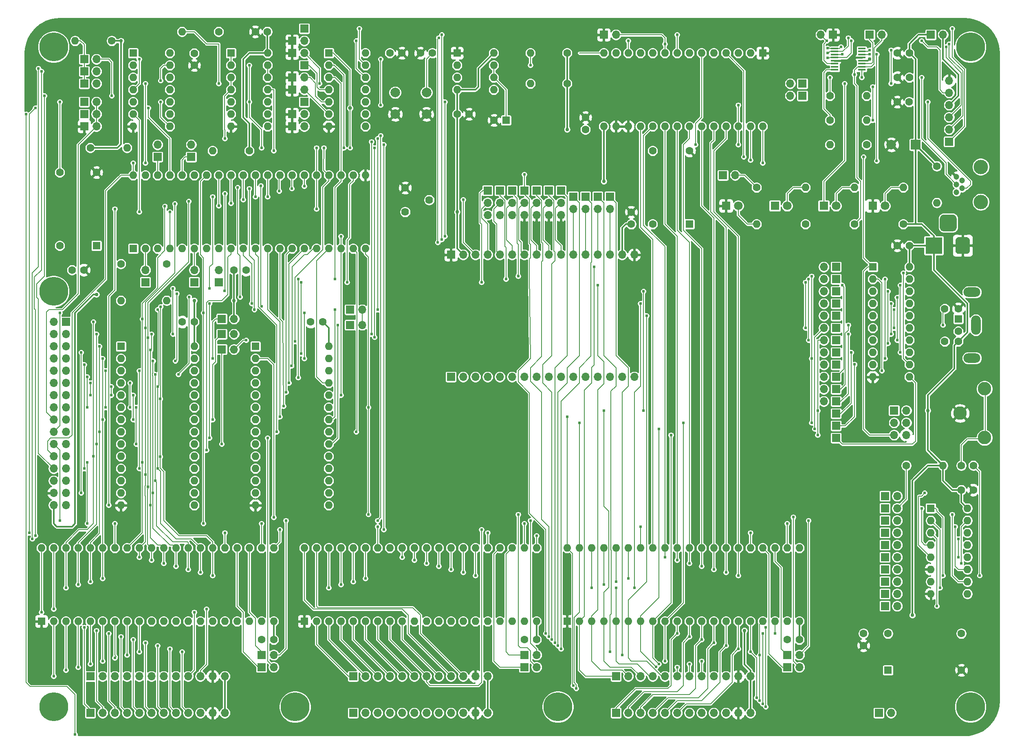
<source format=gtl>
G04 #@! TF.GenerationSoftware,KiCad,Pcbnew,(5.1.5)-3*
G04 #@! TF.CreationDate,2020-05-10T15:37:29-04:00*
G04 #@! TF.ProjectId,65C02_Computer,36354330-325f-4436-9f6d-70757465722e,rev?*
G04 #@! TF.SameCoordinates,Original*
G04 #@! TF.FileFunction,Copper,L1,Top*
G04 #@! TF.FilePolarity,Positive*
%FSLAX46Y46*%
G04 Gerber Fmt 4.6, Leading zero omitted, Abs format (unit mm)*
G04 Created by KiCad (PCBNEW (5.1.5)-3) date 2020-05-10 15:37:29*
%MOMM*%
%LPD*%
G04 APERTURE LIST*
%ADD10O,1.700000X1.700000*%
%ADD11R,1.700000X1.700000*%
%ADD12C,1.600000*%
%ADD13R,1.600000X1.600000*%
%ADD14O,1.600000X1.600000*%
%ADD15C,1.620000*%
%ADD16R,2.000000X2.000000*%
%ADD17C,2.000000*%
%ADD18R,1.600000X0.400000*%
%ADD19C,0.100000*%
%ADD20R,3.500000X3.500000*%
%ADD21O,2.000000X4.000000*%
%ADD22O,3.500000X2.000000*%
%ADD23C,3.000000*%
%ADD24C,1.200000*%
%ADD25C,6.000000*%
%ADD26C,2.800000*%
%ADD27C,1.800000*%
%ADD28R,1.800000X1.800000*%
%ADD29C,0.762000*%
%ADD30C,0.609600*%
%ADD31C,0.800000*%
%ADD32C,0.228600*%
%ADD33C,0.304800*%
%ADD34C,0.152400*%
%ADD35C,0.254000*%
G04 APERTURE END LIST*
D10*
X210185000Y-33655000D03*
X210185000Y-36195000D03*
X210185000Y-38735000D03*
X210185000Y-41275000D03*
X210185000Y-43815000D03*
D11*
X210185000Y-46355000D03*
X106680000Y-69850000D03*
D10*
X109220000Y-69850000D03*
X111760000Y-69850000D03*
X114300000Y-69850000D03*
X116840000Y-69850000D03*
X119380000Y-69850000D03*
X121920000Y-69850000D03*
X124460000Y-69850000D03*
X127000000Y-69850000D03*
X129540000Y-69850000D03*
X132080000Y-69850000D03*
X134620000Y-69850000D03*
X137160000Y-69850000D03*
X139700000Y-69850000D03*
X142240000Y-69850000D03*
X144780000Y-69850000D03*
D11*
X186690000Y-102870000D03*
X76200000Y-30480000D03*
X76200000Y-38100000D03*
X76200000Y-22860000D03*
X186690000Y-105410000D03*
X186690000Y-107950000D03*
D12*
X192405000Y-151090000D03*
X192405000Y-148590000D03*
X144145000Y-61000000D03*
X144145000Y-63500000D03*
X30440000Y-73025000D03*
X27940000Y-73025000D03*
D11*
X73660000Y-25400000D03*
D10*
X76200000Y-25400000D03*
D11*
X73660000Y-27940000D03*
D10*
X76200000Y-27940000D03*
D13*
X171450000Y-27940000D03*
D14*
X138430000Y-43180000D03*
X168910000Y-27940000D03*
X140970000Y-43180000D03*
X166370000Y-27940000D03*
X143510000Y-43180000D03*
X163830000Y-27940000D03*
X146050000Y-43180000D03*
X161290000Y-27940000D03*
X148590000Y-43180000D03*
X158750000Y-27940000D03*
X151130000Y-43180000D03*
X156210000Y-27940000D03*
X153670000Y-43180000D03*
X153670000Y-27940000D03*
X156210000Y-43180000D03*
X151130000Y-27940000D03*
X158750000Y-43180000D03*
X148590000Y-27940000D03*
X161290000Y-43180000D03*
X146050000Y-27940000D03*
X163830000Y-43180000D03*
X143510000Y-27940000D03*
X166370000Y-43180000D03*
X140970000Y-27940000D03*
X168910000Y-43180000D03*
X138430000Y-27940000D03*
X171450000Y-43180000D03*
D10*
X184150000Y-72390000D03*
D11*
X186690000Y-72390000D03*
D10*
X33020000Y-38100000D03*
D11*
X30480000Y-38100000D03*
D10*
X132080000Y-60325000D03*
D11*
X132080000Y-57785000D03*
D10*
X134620000Y-60325000D03*
D11*
X134620000Y-57785000D03*
D10*
X137160000Y-60325000D03*
D11*
X137160000Y-57785000D03*
D10*
X139700000Y-60325000D03*
D11*
X139700000Y-57785000D03*
D10*
X43180000Y-73025000D03*
D11*
X43180000Y-75565000D03*
D10*
X53340000Y-73025000D03*
D11*
X53340000Y-75565000D03*
D10*
X58420000Y-73025000D03*
D11*
X58420000Y-75565000D03*
D10*
X45720000Y-46990000D03*
D11*
X45720000Y-49530000D03*
D10*
X52705000Y-46990000D03*
D11*
X52705000Y-49530000D03*
D10*
X183515000Y-24130000D03*
D11*
X186055000Y-24130000D03*
D10*
X196215000Y-24130000D03*
D11*
X193675000Y-24130000D03*
D10*
X165735000Y-53340000D03*
D11*
X163195000Y-53340000D03*
D10*
X208915000Y-24130000D03*
D11*
X206375000Y-24130000D03*
D10*
X61595000Y-83185000D03*
D11*
X59055000Y-83185000D03*
D10*
X61595000Y-86360000D03*
D11*
X59055000Y-86360000D03*
D10*
X61595000Y-89535000D03*
D11*
X59055000Y-89535000D03*
D10*
X88265000Y-81280000D03*
D11*
X85725000Y-81280000D03*
D10*
X184150000Y-74930000D03*
D11*
X186690000Y-74930000D03*
D10*
X184150000Y-77470000D03*
D11*
X186690000Y-77470000D03*
D10*
X184150000Y-80010000D03*
D11*
X186690000Y-80010000D03*
D10*
X184150000Y-82550000D03*
D11*
X186690000Y-82550000D03*
D10*
X184150000Y-85090000D03*
D11*
X186690000Y-85090000D03*
D10*
X184150000Y-87630000D03*
D11*
X186690000Y-87630000D03*
D10*
X184150000Y-90170000D03*
D11*
X186690000Y-90170000D03*
D10*
X184150000Y-95250000D03*
D11*
X186690000Y-95250000D03*
D10*
X184150000Y-100330000D03*
D11*
X186690000Y-100330000D03*
D10*
X199390000Y-120015000D03*
D11*
X196850000Y-120015000D03*
D10*
X199390000Y-122555000D03*
D11*
X196850000Y-122555000D03*
D10*
X199390000Y-125095000D03*
D11*
X196850000Y-125095000D03*
D10*
X199390000Y-127635000D03*
D11*
X196850000Y-127635000D03*
D10*
X199390000Y-130175000D03*
D11*
X196850000Y-130175000D03*
D10*
X199390000Y-132715000D03*
D11*
X196850000Y-132715000D03*
D10*
X199390000Y-135255000D03*
D11*
X196850000Y-135255000D03*
D10*
X199390000Y-137795000D03*
D11*
X196850000Y-137795000D03*
D10*
X199390000Y-140335000D03*
D11*
X196850000Y-140335000D03*
D10*
X199390000Y-142875000D03*
D11*
X196850000Y-142875000D03*
D10*
X88265000Y-84455000D03*
D11*
X85725000Y-84455000D03*
D10*
X33020000Y-29210000D03*
D11*
X30480000Y-29210000D03*
D10*
X33020000Y-31750000D03*
D11*
X30480000Y-31750000D03*
D10*
X33020000Y-34290000D03*
D11*
X30480000Y-34290000D03*
D10*
X76200000Y-43180000D03*
D11*
X73660000Y-43180000D03*
D10*
X76200000Y-40640000D03*
D11*
X73660000Y-40640000D03*
D10*
X76200000Y-33020000D03*
D11*
X73660000Y-33020000D03*
D10*
X76200000Y-35560000D03*
D11*
X73660000Y-35560000D03*
D10*
X33020000Y-40640000D03*
D11*
X30480000Y-40640000D03*
D10*
X33020000Y-43180000D03*
D11*
X30480000Y-43180000D03*
X114300000Y-56515000D03*
D10*
X114300000Y-59055000D03*
X114300000Y-61595000D03*
D11*
X116840000Y-56515000D03*
D10*
X116840000Y-59055000D03*
X116840000Y-61595000D03*
D11*
X119380000Y-56515000D03*
D10*
X119380000Y-59055000D03*
X119380000Y-61595000D03*
D11*
X121920000Y-56515000D03*
D10*
X121920000Y-59055000D03*
X121920000Y-61595000D03*
D11*
X124460000Y-56515000D03*
D10*
X124460000Y-59055000D03*
X124460000Y-61595000D03*
D11*
X127000000Y-56515000D03*
D10*
X127000000Y-59055000D03*
X127000000Y-61595000D03*
D11*
X129540000Y-56515000D03*
D10*
X129540000Y-59055000D03*
X129540000Y-61595000D03*
D13*
X60960000Y-27940000D03*
D14*
X68580000Y-43180000D03*
X60960000Y-30480000D03*
X68580000Y-40640000D03*
X60960000Y-33020000D03*
X68580000Y-38100000D03*
X60960000Y-35560000D03*
X68580000Y-35560000D03*
X60960000Y-38100000D03*
X68580000Y-33020000D03*
X60960000Y-40640000D03*
X68580000Y-30480000D03*
X60960000Y-43180000D03*
X68580000Y-27940000D03*
X48260000Y-27940000D03*
X40640000Y-43180000D03*
X48260000Y-30480000D03*
X40640000Y-40640000D03*
X48260000Y-33020000D03*
X40640000Y-38100000D03*
X48260000Y-35560000D03*
X40640000Y-35560000D03*
X48260000Y-38100000D03*
X40640000Y-33020000D03*
X48260000Y-40640000D03*
X40640000Y-30480000D03*
X48260000Y-43180000D03*
D13*
X40640000Y-27940000D03*
D12*
X50840000Y-83820000D03*
X53340000Y-83820000D03*
D15*
X97155000Y-60960000D03*
X102155000Y-58460000D03*
X97155000Y-55960000D03*
D13*
X156210000Y-63500000D03*
D12*
X148590000Y-63500000D03*
X148590000Y-48260000D03*
X156210000Y-48260000D03*
D16*
X203200000Y-46990000D03*
D17*
X198200000Y-46990000D03*
D13*
X38100000Y-88900000D03*
D14*
X53340000Y-121920000D03*
X38100000Y-91440000D03*
X53340000Y-119380000D03*
X38100000Y-93980000D03*
X53340000Y-116840000D03*
X38100000Y-96520000D03*
X53340000Y-114300000D03*
X38100000Y-99060000D03*
X53340000Y-111760000D03*
X38100000Y-101600000D03*
X53340000Y-109220000D03*
X38100000Y-104140000D03*
X53340000Y-106680000D03*
X38100000Y-106680000D03*
X53340000Y-104140000D03*
X38100000Y-109220000D03*
X53340000Y-101600000D03*
X38100000Y-111760000D03*
X53340000Y-99060000D03*
X38100000Y-114300000D03*
X53340000Y-96520000D03*
X38100000Y-116840000D03*
X53340000Y-93980000D03*
X38100000Y-119380000D03*
X53340000Y-91440000D03*
X38100000Y-121920000D03*
X53340000Y-88900000D03*
D11*
X26670000Y-83820000D03*
D10*
X24130000Y-83820000D03*
X26670000Y-86360000D03*
X24130000Y-86360000D03*
X26670000Y-88900000D03*
X24130000Y-88900000D03*
X26670000Y-91440000D03*
X24130000Y-91440000D03*
X26670000Y-93980000D03*
X24130000Y-93980000D03*
X26670000Y-96520000D03*
X24130000Y-96520000D03*
X26670000Y-99060000D03*
X24130000Y-99060000D03*
X26670000Y-101600000D03*
X24130000Y-101600000D03*
X26670000Y-104140000D03*
X24130000Y-104140000D03*
X26670000Y-106680000D03*
X24130000Y-106680000D03*
X26670000Y-109220000D03*
X24130000Y-109220000D03*
X26670000Y-111760000D03*
X24130000Y-111760000D03*
X26670000Y-114300000D03*
X24130000Y-114300000D03*
X26670000Y-116840000D03*
X24130000Y-116840000D03*
X26670000Y-119380000D03*
X24130000Y-119380000D03*
X26670000Y-121920000D03*
X24130000Y-121920000D03*
D13*
X206375000Y-122555000D03*
D14*
X213995000Y-140335000D03*
X206375000Y-125095000D03*
X213995000Y-137795000D03*
X206375000Y-127635000D03*
X213995000Y-135255000D03*
X206375000Y-130175000D03*
X213995000Y-132715000D03*
X206375000Y-132715000D03*
X213995000Y-130175000D03*
X206375000Y-135255000D03*
X213995000Y-127635000D03*
X206375000Y-137795000D03*
X213995000Y-125095000D03*
X206375000Y-140335000D03*
X213995000Y-122555000D03*
D10*
X144780000Y-95250000D03*
X142240000Y-95250000D03*
X139700000Y-95250000D03*
X137160000Y-95250000D03*
X134620000Y-95250000D03*
X132080000Y-95250000D03*
X129540000Y-95250000D03*
X127000000Y-95250000D03*
X124460000Y-95250000D03*
X121920000Y-95250000D03*
X119380000Y-95250000D03*
X116840000Y-95250000D03*
X114300000Y-95250000D03*
X111760000Y-95250000D03*
X109220000Y-95250000D03*
D11*
X106680000Y-95250000D03*
D12*
X212725000Y-156210000D03*
X212725000Y-148590000D03*
X197485000Y-148590000D03*
D13*
X197485000Y-156210000D03*
D14*
X39370000Y-47625000D03*
D12*
X31750000Y-47625000D03*
X215225000Y-113665000D03*
X212725000Y-113665000D03*
X67350000Y-149860000D03*
X69850000Y-149860000D03*
D14*
X201930000Y-72390000D03*
X194310000Y-95250000D03*
X201930000Y-74930000D03*
X194310000Y-92710000D03*
X201930000Y-77470000D03*
X194310000Y-90170000D03*
X201930000Y-80010000D03*
X194310000Y-87630000D03*
X201930000Y-82550000D03*
X194310000Y-85090000D03*
X201930000Y-85090000D03*
X194310000Y-82550000D03*
X201930000Y-87630000D03*
X194310000Y-80010000D03*
X201930000Y-90170000D03*
X194310000Y-77470000D03*
X201930000Y-92710000D03*
X194310000Y-74930000D03*
X201930000Y-95250000D03*
D13*
X194310000Y-72390000D03*
D12*
X68540000Y-23495000D03*
X66040000Y-23495000D03*
D14*
X207645000Y-59055000D03*
D12*
X207645000Y-51435000D03*
D18*
X192030000Y-26987500D03*
X192030000Y-27622500D03*
X192030000Y-28257500D03*
X192030000Y-28892500D03*
X192030000Y-29527500D03*
X192030000Y-30162500D03*
X192030000Y-30797500D03*
X192030000Y-31432500D03*
X186430000Y-31432500D03*
X186430000Y-30797500D03*
X186430000Y-30162500D03*
X186430000Y-29527500D03*
X186430000Y-28892500D03*
X186430000Y-28257500D03*
X186430000Y-27622500D03*
X186430000Y-26987500D03*
G04 #@! TA.AperFunction,ComponentPad*
D19*
G36*
X210970765Y-61499213D02*
G01*
X211055704Y-61511813D01*
X211138999Y-61532677D01*
X211219848Y-61561605D01*
X211297472Y-61598319D01*
X211371124Y-61642464D01*
X211440094Y-61693616D01*
X211503718Y-61751282D01*
X211561384Y-61814906D01*
X211612536Y-61883876D01*
X211656681Y-61957528D01*
X211693395Y-62035152D01*
X211722323Y-62116001D01*
X211743187Y-62199296D01*
X211755787Y-62284235D01*
X211760000Y-62370000D01*
X211760000Y-64120000D01*
X211755787Y-64205765D01*
X211743187Y-64290704D01*
X211722323Y-64373999D01*
X211693395Y-64454848D01*
X211656681Y-64532472D01*
X211612536Y-64606124D01*
X211561384Y-64675094D01*
X211503718Y-64738718D01*
X211440094Y-64796384D01*
X211371124Y-64847536D01*
X211297472Y-64891681D01*
X211219848Y-64928395D01*
X211138999Y-64957323D01*
X211055704Y-64978187D01*
X210970765Y-64990787D01*
X210885000Y-64995000D01*
X209135000Y-64995000D01*
X209049235Y-64990787D01*
X208964296Y-64978187D01*
X208881001Y-64957323D01*
X208800152Y-64928395D01*
X208722528Y-64891681D01*
X208648876Y-64847536D01*
X208579906Y-64796384D01*
X208516282Y-64738718D01*
X208458616Y-64675094D01*
X208407464Y-64606124D01*
X208363319Y-64532472D01*
X208326605Y-64454848D01*
X208297677Y-64373999D01*
X208276813Y-64290704D01*
X208264213Y-64205765D01*
X208260000Y-64120000D01*
X208260000Y-62370000D01*
X208264213Y-62284235D01*
X208276813Y-62199296D01*
X208297677Y-62116001D01*
X208326605Y-62035152D01*
X208363319Y-61957528D01*
X208407464Y-61883876D01*
X208458616Y-61814906D01*
X208516282Y-61751282D01*
X208579906Y-61693616D01*
X208648876Y-61642464D01*
X208722528Y-61598319D01*
X208800152Y-61561605D01*
X208881001Y-61532677D01*
X208964296Y-61511813D01*
X209049235Y-61499213D01*
X209135000Y-61495000D01*
X210885000Y-61495000D01*
X210970765Y-61499213D01*
G37*
G04 #@! TD.AperFunction*
G04 #@! TA.AperFunction,ComponentPad*
G36*
X213833513Y-66198611D02*
G01*
X213906318Y-66209411D01*
X213977714Y-66227295D01*
X214047013Y-66252090D01*
X214113548Y-66283559D01*
X214176678Y-66321398D01*
X214235795Y-66365242D01*
X214290330Y-66414670D01*
X214339758Y-66469205D01*
X214383602Y-66528322D01*
X214421441Y-66591452D01*
X214452910Y-66657987D01*
X214477705Y-66727286D01*
X214495589Y-66798682D01*
X214506389Y-66871487D01*
X214510000Y-66945000D01*
X214510000Y-68945000D01*
X214506389Y-69018513D01*
X214495589Y-69091318D01*
X214477705Y-69162714D01*
X214452910Y-69232013D01*
X214421441Y-69298548D01*
X214383602Y-69361678D01*
X214339758Y-69420795D01*
X214290330Y-69475330D01*
X214235795Y-69524758D01*
X214176678Y-69568602D01*
X214113548Y-69606441D01*
X214047013Y-69637910D01*
X213977714Y-69662705D01*
X213906318Y-69680589D01*
X213833513Y-69691389D01*
X213760000Y-69695000D01*
X212260000Y-69695000D01*
X212186487Y-69691389D01*
X212113682Y-69680589D01*
X212042286Y-69662705D01*
X211972987Y-69637910D01*
X211906452Y-69606441D01*
X211843322Y-69568602D01*
X211784205Y-69524758D01*
X211729670Y-69475330D01*
X211680242Y-69420795D01*
X211636398Y-69361678D01*
X211598559Y-69298548D01*
X211567090Y-69232013D01*
X211542295Y-69162714D01*
X211524411Y-69091318D01*
X211513611Y-69018513D01*
X211510000Y-68945000D01*
X211510000Y-66945000D01*
X211513611Y-66871487D01*
X211524411Y-66798682D01*
X211542295Y-66727286D01*
X211567090Y-66657987D01*
X211598559Y-66591452D01*
X211636398Y-66528322D01*
X211680242Y-66469205D01*
X211729670Y-66414670D01*
X211784205Y-66365242D01*
X211843322Y-66321398D01*
X211906452Y-66283559D01*
X211972987Y-66252090D01*
X212042286Y-66227295D01*
X212113682Y-66209411D01*
X212186487Y-66198611D01*
X212260000Y-66195000D01*
X213760000Y-66195000D01*
X213833513Y-66198611D01*
G37*
G04 #@! TD.AperFunction*
D20*
X207010000Y-67945000D03*
D14*
X185420000Y-46990000D03*
D12*
X193040000Y-46990000D03*
D13*
X40640000Y-68580000D03*
D14*
X88900000Y-53340000D03*
X43180000Y-68580000D03*
X86360000Y-53340000D03*
X45720000Y-68580000D03*
X83820000Y-53340000D03*
X48260000Y-68580000D03*
X81280000Y-53340000D03*
X50800000Y-68580000D03*
X78740000Y-53340000D03*
X53340000Y-68580000D03*
X76200000Y-53340000D03*
X55880000Y-68580000D03*
X73660000Y-53340000D03*
X58420000Y-68580000D03*
X71120000Y-53340000D03*
X60960000Y-68580000D03*
X68580000Y-53340000D03*
X63500000Y-68580000D03*
X66040000Y-53340000D03*
X66040000Y-68580000D03*
X63500000Y-53340000D03*
X68580000Y-68580000D03*
X60960000Y-53340000D03*
X71120000Y-68580000D03*
X58420000Y-53340000D03*
X73660000Y-68580000D03*
X55880000Y-53340000D03*
X76200000Y-68580000D03*
X53340000Y-53340000D03*
X78740000Y-68580000D03*
X50800000Y-53340000D03*
X81280000Y-68580000D03*
X48260000Y-53340000D03*
X83820000Y-68580000D03*
X45720000Y-53340000D03*
X86360000Y-68580000D03*
X43180000Y-53340000D03*
X88900000Y-68580000D03*
X40640000Y-53340000D03*
X170180000Y-63500000D03*
D12*
X170180000Y-55880000D03*
D14*
X190500000Y-55880000D03*
D12*
X190500000Y-63500000D03*
D14*
X180340000Y-55880000D03*
D12*
X180340000Y-63500000D03*
D14*
X200660000Y-55880000D03*
D12*
X200660000Y-63500000D03*
D14*
X193040000Y-36830000D03*
D12*
X185420000Y-36830000D03*
D14*
X193040000Y-41910000D03*
D12*
X185420000Y-41910000D03*
X61595000Y-73025000D03*
X64095000Y-73025000D03*
X110450000Y-40640000D03*
X107950000Y-40640000D03*
X102830000Y-27940000D03*
X100330000Y-27940000D03*
X77510000Y-83820000D03*
X80010000Y-83820000D03*
X199430000Y-67945000D03*
X201930000Y-67945000D03*
D13*
X118110000Y-41910000D03*
D12*
X115610000Y-41910000D03*
X53340000Y-27980000D03*
X53340000Y-30480000D03*
X134620000Y-41315000D03*
X134620000Y-43815000D03*
X179070000Y-149860000D03*
X176570000Y-149860000D03*
X121960000Y-149860000D03*
X124460000Y-149860000D03*
X93980000Y-27940000D03*
X96480000Y-27940000D03*
X199390000Y-38100000D03*
X201890000Y-38100000D03*
X201930000Y-33020000D03*
X199430000Y-33020000D03*
X201930000Y-27940000D03*
X199430000Y-27940000D03*
D21*
X215740000Y-84485000D03*
D12*
X209290000Y-87885000D03*
X209290000Y-81085000D03*
X212090000Y-87885000D03*
X212090000Y-81085000D03*
X212090000Y-85785000D03*
D13*
X212090000Y-83185000D03*
D22*
X214940000Y-77635000D03*
X214940000Y-91335000D03*
D12*
X38100000Y-71755000D03*
D14*
X38100000Y-79375000D03*
X47625000Y-79375000D03*
D12*
X47625000Y-71755000D03*
X130810000Y-27940000D03*
D14*
X123190000Y-27940000D03*
X123190000Y-34290000D03*
D12*
X130810000Y-34290000D03*
D14*
X50800000Y-23495000D03*
D12*
X58420000Y-23495000D03*
D17*
X101600000Y-36140000D03*
X101600000Y-40640000D03*
X95100000Y-36140000D03*
X95100000Y-40640000D03*
D14*
X81280000Y-88900000D03*
X66040000Y-121920000D03*
X81280000Y-91440000D03*
X66040000Y-119380000D03*
X81280000Y-93980000D03*
X66040000Y-116840000D03*
X81280000Y-96520000D03*
X66040000Y-114300000D03*
X81280000Y-99060000D03*
X66040000Y-111760000D03*
X81280000Y-101600000D03*
X66040000Y-109220000D03*
X81280000Y-104140000D03*
X66040000Y-106680000D03*
X81280000Y-106680000D03*
X66040000Y-104140000D03*
X81280000Y-109220000D03*
X66040000Y-101600000D03*
X81280000Y-111760000D03*
X66040000Y-99060000D03*
X81280000Y-114300000D03*
X66040000Y-96520000D03*
X81280000Y-116840000D03*
X66040000Y-93980000D03*
X81280000Y-119380000D03*
X66040000Y-91440000D03*
X81280000Y-121920000D03*
D13*
X66040000Y-88900000D03*
X81280000Y-27940000D03*
D14*
X88900000Y-43180000D03*
X81280000Y-30480000D03*
X88900000Y-40640000D03*
X81280000Y-33020000D03*
X88900000Y-38100000D03*
X81280000Y-35560000D03*
X88900000Y-35560000D03*
X81280000Y-38100000D03*
X88900000Y-33020000D03*
X81280000Y-40640000D03*
X88900000Y-30480000D03*
X81280000Y-43180000D03*
X88900000Y-27940000D03*
D13*
X107950000Y-27940000D03*
D14*
X115570000Y-35560000D03*
X107950000Y-30480000D03*
X115570000Y-33020000D03*
X107950000Y-33020000D03*
X115570000Y-30480000D03*
X107950000Y-35560000D03*
X115570000Y-27940000D03*
X130810000Y-130810000D03*
X179070000Y-146050000D03*
X133350000Y-130810000D03*
X176530000Y-146050000D03*
X135890000Y-130810000D03*
X173990000Y-146050000D03*
X138430000Y-130810000D03*
X171450000Y-146050000D03*
X140970000Y-130810000D03*
X168910000Y-146050000D03*
X143510000Y-130810000D03*
X166370000Y-146050000D03*
X146050000Y-130810000D03*
X163830000Y-146050000D03*
X148590000Y-130810000D03*
X161290000Y-146050000D03*
X151130000Y-130810000D03*
X158750000Y-146050000D03*
X153670000Y-130810000D03*
X156210000Y-146050000D03*
X156210000Y-130810000D03*
X153670000Y-146050000D03*
X158750000Y-130810000D03*
X151130000Y-146050000D03*
X161290000Y-130810000D03*
X148590000Y-146050000D03*
X163830000Y-130810000D03*
X146050000Y-146050000D03*
X166370000Y-130810000D03*
X143510000Y-146050000D03*
X168910000Y-130810000D03*
X140970000Y-146050000D03*
X171450000Y-130810000D03*
X138430000Y-146050000D03*
X173990000Y-130810000D03*
X135890000Y-146050000D03*
X176530000Y-130810000D03*
X133350000Y-146050000D03*
X179070000Y-130810000D03*
D13*
X130810000Y-146050000D03*
X76200000Y-146050000D03*
D14*
X124460000Y-130810000D03*
X78740000Y-146050000D03*
X121920000Y-130810000D03*
X81280000Y-146050000D03*
X119380000Y-130810000D03*
X83820000Y-146050000D03*
X116840000Y-130810000D03*
X86360000Y-146050000D03*
X114300000Y-130810000D03*
X88900000Y-146050000D03*
X111760000Y-130810000D03*
X91440000Y-146050000D03*
X109220000Y-130810000D03*
X93980000Y-146050000D03*
X106680000Y-130810000D03*
X96520000Y-146050000D03*
X104140000Y-130810000D03*
X99060000Y-146050000D03*
X101600000Y-130810000D03*
X101600000Y-146050000D03*
X99060000Y-130810000D03*
X104140000Y-146050000D03*
X96520000Y-130810000D03*
X106680000Y-146050000D03*
X93980000Y-130810000D03*
X109220000Y-146050000D03*
X91440000Y-130810000D03*
X111760000Y-146050000D03*
X88900000Y-130810000D03*
X114300000Y-146050000D03*
X86360000Y-130810000D03*
X116840000Y-146050000D03*
X83820000Y-130810000D03*
X119380000Y-146050000D03*
X81280000Y-130810000D03*
X121920000Y-146050000D03*
X78740000Y-130810000D03*
X124460000Y-146050000D03*
X76200000Y-130810000D03*
D12*
X33020000Y-52740000D03*
X25400000Y-52740000D03*
X25400000Y-67980000D03*
D13*
X33020000Y-67980000D03*
D11*
X198755000Y-102235000D03*
D10*
X201295000Y-102235000D03*
X198755000Y-104775000D03*
X201295000Y-104775000D03*
X198755000Y-107315000D03*
X201295000Y-107315000D03*
D12*
X215225000Y-118745000D03*
X212725000Y-118745000D03*
D23*
X216775000Y-58895000D03*
D24*
X212925000Y-54445000D03*
X212925000Y-56045000D03*
X211725000Y-53645000D03*
X211725000Y-55245000D03*
X211725000Y-56845000D03*
D23*
X216775000Y-51595000D03*
D10*
X114300000Y-157480000D03*
X111760000Y-157480000D03*
X109220000Y-157480000D03*
X106680000Y-157480000D03*
X104140000Y-157480000D03*
X101600000Y-157480000D03*
X99060000Y-157480000D03*
X96520000Y-157480000D03*
X93980000Y-157480000D03*
X91440000Y-157480000D03*
X88900000Y-157480000D03*
D11*
X86360000Y-157480000D03*
X86360000Y-165100000D03*
D10*
X88900000Y-165100000D03*
X91440000Y-165100000D03*
X93980000Y-165100000D03*
X96520000Y-165100000D03*
X99060000Y-165100000D03*
X101600000Y-165100000D03*
X104140000Y-165100000D03*
X106680000Y-165100000D03*
X109220000Y-165100000D03*
X111760000Y-165100000D03*
X114300000Y-165100000D03*
D11*
X140970000Y-157480000D03*
D10*
X143510000Y-157480000D03*
X146050000Y-157480000D03*
X148590000Y-157480000D03*
X151130000Y-157480000D03*
X153670000Y-157480000D03*
X156210000Y-157480000D03*
X158750000Y-157480000D03*
X161290000Y-157480000D03*
X163830000Y-157480000D03*
X166370000Y-157480000D03*
X168910000Y-157480000D03*
X168910000Y-165100000D03*
X166370000Y-165100000D03*
X163830000Y-165100000D03*
X161290000Y-165100000D03*
X158750000Y-165100000D03*
X156210000Y-165100000D03*
X153670000Y-165100000D03*
X151130000Y-165100000D03*
X148590000Y-165100000D03*
X146050000Y-165100000D03*
X143510000Y-165100000D03*
D11*
X140970000Y-165100000D03*
X31750000Y-157480000D03*
D10*
X34290000Y-157480000D03*
X36830000Y-157480000D03*
X39370000Y-157480000D03*
X41910000Y-157480000D03*
X44450000Y-157480000D03*
X46990000Y-157480000D03*
X49530000Y-157480000D03*
X52070000Y-157480000D03*
X54610000Y-157480000D03*
X57150000Y-157480000D03*
X59690000Y-157480000D03*
X59690000Y-165100000D03*
X57150000Y-165100000D03*
X54610000Y-165100000D03*
X52070000Y-165100000D03*
X49530000Y-165100000D03*
X46990000Y-165100000D03*
X44450000Y-165100000D03*
X41910000Y-165100000D03*
X39370000Y-165100000D03*
X36830000Y-165100000D03*
X34290000Y-165100000D03*
D11*
X31750000Y-165100000D03*
D13*
X21590000Y-146050000D03*
D14*
X69850000Y-130810000D03*
X24130000Y-146050000D03*
X67310000Y-130810000D03*
X26670000Y-146050000D03*
X64770000Y-130810000D03*
X29210000Y-146050000D03*
X62230000Y-130810000D03*
X31750000Y-146050000D03*
X59690000Y-130810000D03*
X34290000Y-146050000D03*
X57150000Y-130810000D03*
X36830000Y-146050000D03*
X54610000Y-130810000D03*
X39370000Y-146050000D03*
X52070000Y-130810000D03*
X41910000Y-146050000D03*
X49530000Y-130810000D03*
X44450000Y-146050000D03*
X46990000Y-130810000D03*
X46990000Y-146050000D03*
X44450000Y-130810000D03*
X49530000Y-146050000D03*
X41910000Y-130810000D03*
X52070000Y-146050000D03*
X39370000Y-130810000D03*
X54610000Y-146050000D03*
X36830000Y-130810000D03*
X57150000Y-146050000D03*
X34290000Y-130810000D03*
X59690000Y-146050000D03*
X31750000Y-130810000D03*
X62230000Y-146050000D03*
X29210000Y-130810000D03*
X64770000Y-146050000D03*
X26670000Y-130810000D03*
X67310000Y-146050000D03*
X24130000Y-130810000D03*
X69850000Y-146050000D03*
X21590000Y-130810000D03*
D12*
X64770000Y-48260000D03*
D14*
X57150000Y-48260000D03*
D12*
X201295000Y-113665000D03*
D14*
X208915000Y-113665000D03*
D12*
X36195000Y-25400000D03*
D14*
X28575000Y-25400000D03*
D10*
X140970000Y-24130000D03*
D11*
X138430000Y-24130000D03*
D25*
X24130000Y-26670000D03*
X214630000Y-26670000D03*
X214630000Y-163830000D03*
X24130000Y-163830000D03*
X24130000Y-77470000D03*
D26*
X212471000Y-102806500D03*
X217551000Y-107886500D03*
X217551000Y-97726500D03*
D25*
X74295000Y-163830000D03*
X128905000Y-163830000D03*
D10*
X179070000Y-155575000D03*
D11*
X176530000Y-155575000D03*
D10*
X179070000Y-153035000D03*
D11*
X176530000Y-153035000D03*
D10*
X177165000Y-36830000D03*
D11*
X179705000Y-36830000D03*
X179705000Y-34290000D03*
D10*
X177165000Y-34290000D03*
X124460000Y-155575000D03*
D11*
X121920000Y-155575000D03*
X121920000Y-153035000D03*
D10*
X124460000Y-153035000D03*
D11*
X67310000Y-155575000D03*
D10*
X69850000Y-155575000D03*
X69850000Y-153035000D03*
D11*
X67310000Y-153035000D03*
X186690000Y-92710000D03*
D10*
X184150000Y-92710000D03*
X184150000Y-97790000D03*
D11*
X186690000Y-97790000D03*
D27*
X166370000Y-59690000D03*
D28*
X163830000Y-59690000D03*
X173990000Y-59690000D03*
D27*
X176530000Y-59690000D03*
X186690000Y-59690000D03*
D28*
X184150000Y-59690000D03*
X194310000Y-59690000D03*
D27*
X196850000Y-59690000D03*
D10*
X198120000Y-165100000D03*
D11*
X195580000Y-165100000D03*
D29*
X193675000Y-29210000D03*
X61595000Y-79375000D03*
X130810000Y-43815000D03*
X38100004Y-25400000D03*
X53340000Y-79375000D03*
X138430000Y-43180000D03*
X138430000Y-54610000D03*
X107950000Y-60960000D03*
X202565000Y-144780000D03*
X33020000Y-78105000D03*
X167640000Y-147955000D03*
X205740000Y-102235000D03*
X189547500Y-29527500D03*
X189547500Y-29527500D03*
D30*
X123190000Y-30480000D03*
X193675000Y-28194000D03*
X195148210Y-28194000D03*
X195148210Y-50368210D03*
X188468000Y-34290000D03*
X193675000Y-27305000D03*
X198120000Y-27305000D03*
X198120000Y-34290000D03*
X43815000Y-39370000D03*
X20320000Y-39370000D03*
X59690000Y-127635000D03*
X114300000Y-127635000D03*
X168910000Y-127635000D03*
X19050000Y-127635000D03*
X168910000Y-50165000D03*
X25400000Y-38100000D03*
X32385000Y-111760000D03*
X32385000Y-83820000D03*
X55880000Y-110490000D03*
X135890000Y-139065000D03*
X81280000Y-139065000D03*
X26670000Y-139065000D03*
X104775000Y-66675000D03*
X104775000Y-24130000D03*
X33020000Y-109220000D03*
X33020000Y-86360000D03*
X56515000Y-80010000D03*
X65278006Y-80010000D03*
X56515000Y-107950000D03*
X103948601Y-67310000D03*
X83820000Y-138430000D03*
X138430000Y-138430000D03*
X29210000Y-138430000D03*
X104140000Y-24765000D03*
X33655000Y-106680000D03*
X33655000Y-88900000D03*
X70485000Y-106680000D03*
X140970000Y-137795000D03*
X86360000Y-137795000D03*
X31750000Y-137795000D03*
X34290000Y-91440000D03*
X34290000Y-104140000D03*
X71120000Y-103505000D03*
X88900000Y-137160000D03*
X143510000Y-137160000D03*
X34290000Y-137160000D03*
X34925000Y-101600000D03*
X34925000Y-93980000D03*
X71882000Y-101346000D03*
X36093400Y-99060000D03*
X36093400Y-97282000D03*
X72415400Y-98425000D03*
X31750000Y-96520000D03*
X31750000Y-99060000D03*
X73025000Y-96520000D03*
X31115000Y-95250000D03*
X31115000Y-101600000D03*
X73558400Y-92951399D03*
X40005000Y-101600000D03*
X40005000Y-96520000D03*
X40640000Y-104140000D03*
X40640000Y-99060000D03*
X83820000Y-99060000D03*
X83820000Y-66040000D03*
X105410000Y-66040000D03*
X105410000Y-38100000D03*
X86995000Y-106680000D03*
X68580000Y-107949990D03*
X41275000Y-109220000D03*
X41275000Y-101600000D03*
X89535000Y-101600000D03*
X89535000Y-123825000D03*
X120650000Y-123825000D03*
X30480000Y-92710000D03*
X30480000Y-114300000D03*
X85090000Y-75565000D03*
X75565000Y-75565000D03*
X75565000Y-90424000D03*
X69850000Y-124460000D03*
X177800000Y-124396500D03*
X41910000Y-114300000D03*
X41910000Y-93980000D03*
X82550000Y-74930000D03*
X74930000Y-74930000D03*
X74930000Y-95377000D03*
X29845000Y-90170000D03*
X29845000Y-119380000D03*
X84455000Y-47625000D03*
X80264000Y-47625000D03*
X81280000Y-53340000D03*
X74295000Y-87884000D03*
X35560000Y-121920000D03*
X36830000Y-60325000D03*
X64770000Y-30480000D03*
X64770000Y-38100000D03*
X78740000Y-60325000D03*
X67310000Y-47625000D03*
X78740000Y-47625000D03*
X42545000Y-83185000D03*
X47231399Y-59791600D03*
X58420000Y-59690000D03*
X42545000Y-113029992D03*
X43180000Y-85090000D03*
X49288601Y-59258200D03*
X60960000Y-59182000D03*
X43180000Y-115570000D03*
X96520000Y-132715000D03*
X151130000Y-132715000D03*
X41910000Y-132715000D03*
X43688000Y-118110000D03*
X52197000Y-58724800D03*
X63499999Y-58420001D03*
X43713400Y-87096590D03*
X99060000Y-133350000D03*
X153670000Y-133350000D03*
X44450000Y-133350000D03*
X66040000Y-57785000D03*
X57150000Y-57785000D03*
X44450000Y-86360000D03*
X56515000Y-76835000D03*
X48895000Y-76835000D03*
X48895000Y-86360000D03*
X44246800Y-89636590D03*
X44195998Y-121920000D03*
X156210000Y-133985000D03*
X101600000Y-133985000D03*
X46990000Y-133985000D03*
X44780200Y-91948000D03*
X44780200Y-119380000D03*
X49403000Y-91948000D03*
X49707799Y-77927201D03*
X59690000Y-57150000D03*
X59630322Y-77410322D03*
X104140000Y-134620000D03*
X158750000Y-134620000D03*
X49530000Y-134620000D03*
X68580000Y-57785006D03*
X45237400Y-116840000D03*
X52311399Y-78625601D03*
X62852399Y-78625601D03*
X70993000Y-56642000D03*
X45212000Y-94716590D03*
X50038000Y-94716590D03*
X161290000Y-135255000D03*
X106680000Y-135255000D03*
X52070000Y-135255000D03*
X62357000Y-55880000D03*
X45745400Y-114300000D03*
X73616294Y-56090294D03*
X45720000Y-81280000D03*
X65811407Y-81280000D03*
X45745400Y-97256590D03*
X109220000Y-135890000D03*
X163830000Y-135890000D03*
X54610000Y-135890000D03*
X64770128Y-56090285D03*
X46278800Y-99822000D03*
X46278800Y-111810800D03*
X67183000Y-55499000D03*
X76200000Y-55626000D03*
X46355000Y-80645000D03*
X67369678Y-80585322D03*
X166370000Y-136525000D03*
X111760000Y-136525000D03*
X57150000Y-136525000D03*
X25400000Y-81915000D03*
X55245000Y-81915000D03*
X55245000Y-125730000D03*
X67310000Y-125730000D03*
X121920000Y-125730000D03*
X76200000Y-91440000D03*
X76200000Y-81915000D03*
X176530000Y-125730000D03*
X171450000Y-50800004D03*
X91440000Y-125095000D03*
X25400000Y-125095000D03*
X92075000Y-45085000D03*
X123190000Y-125095000D03*
X180975000Y-125095000D03*
X72390000Y-125095000D03*
X43179990Y-34290000D03*
X43180000Y-50800000D03*
X40640000Y-50800000D03*
X31115000Y-113030000D03*
X31115000Y-125730000D03*
X36830000Y-125730000D03*
X91440000Y-126365000D03*
X58420000Y-34290000D03*
X146050000Y-126365000D03*
X69850000Y-48260000D03*
X167526297Y-49530000D03*
X192405000Y-49530000D03*
X36195000Y-36830000D03*
X22225000Y-36829992D03*
X208915000Y-84455000D03*
X185420000Y-33020000D03*
X192024000Y-33020000D03*
D31*
X85725000Y-39370000D03*
D30*
X85725000Y-47625000D03*
X64135000Y-87630000D03*
X90805000Y-47625000D03*
X90805000Y-86995000D03*
X59690000Y-45720000D03*
X90170000Y-46355000D03*
X90170000Y-86360000D03*
X41910000Y-60960000D03*
X48260000Y-60960000D03*
X91440000Y-45720000D03*
X91440000Y-81280000D03*
X92075000Y-29210000D03*
X41910000Y-29210000D03*
X166370000Y-46990000D03*
X92075000Y-38735000D03*
X166370000Y-38735000D03*
X21590000Y-31750000D03*
X20320000Y-128270000D03*
X124460000Y-128270000D03*
X20955000Y-31115000D03*
X19685000Y-128905000D03*
X209550000Y-26670000D03*
X187706000Y-26670000D03*
X184912000Y-26924000D03*
X143510000Y-25400000D03*
X189230000Y-24765000D03*
X204470000Y-25400000D03*
X184912000Y-27940000D03*
X151130000Y-26035000D03*
X210185000Y-26035000D03*
X189864988Y-25400000D03*
X184968721Y-28899279D03*
X184785000Y-25400000D03*
X210820000Y-22860000D03*
X153670000Y-24130000D03*
X157480000Y-46990000D03*
X204470000Y-33020000D03*
X194310000Y-41910000D03*
X194310000Y-34925000D03*
X205740000Y-38100000D03*
X216535000Y-136525000D03*
X24130000Y-157480000D03*
X26670000Y-156210000D03*
X29210000Y-155575000D03*
X31750000Y-154940000D03*
X34290000Y-154305000D03*
X36830000Y-153670000D03*
X39370000Y-153035000D03*
X41910000Y-152400000D03*
X21590000Y-144145000D03*
X53340006Y-144145000D03*
X55880000Y-143510000D03*
X24130000Y-143510000D03*
X50800000Y-152400000D03*
X48260000Y-151765000D03*
X45720000Y-151130000D03*
X43180000Y-150495000D03*
X40640000Y-149860000D03*
X38100000Y-149225000D03*
X35560000Y-148590000D03*
X33020000Y-147955000D03*
X30480000Y-147320000D03*
X182880000Y-102235000D03*
X118110000Y-74930000D03*
X180975000Y-74930000D03*
X180975000Y-87630000D03*
X156210000Y-154940000D03*
X149860000Y-154940000D03*
X182880000Y-107315000D03*
X152400000Y-107315000D03*
X120650000Y-74295000D03*
X181610000Y-74295000D03*
X181609998Y-91440000D03*
X181610000Y-104775000D03*
X154940000Y-104775000D03*
X158750000Y-154305000D03*
X151130000Y-154305000D03*
X182245000Y-106045008D03*
X180340000Y-75565000D03*
X180340000Y-85090000D03*
X149860000Y-106045000D03*
X153670000Y-155575000D03*
X149284671Y-155515329D03*
X113030000Y-75565010D03*
X136423410Y-72390000D03*
X137160000Y-76200000D03*
X146685000Y-77470000D03*
X138430000Y-102235000D03*
X146685000Y-102235000D03*
X140970000Y-139065000D03*
X144780000Y-139065000D03*
X146050000Y-80009994D03*
X147320000Y-82550000D03*
X132080000Y-159385000D03*
X130810000Y-103505000D03*
X132715000Y-160020000D03*
X133350000Y-104775000D03*
X172085000Y-163830000D03*
X172085000Y-147320000D03*
X171450000Y-163195000D03*
X171450000Y-148590000D03*
X173990000Y-148590000D03*
X142240000Y-153035000D03*
X170815000Y-162560000D03*
X170815000Y-153035000D03*
X139700000Y-152400000D03*
X168910000Y-152400000D03*
X170180000Y-161925000D03*
X129540000Y-151765000D03*
X166370000Y-151765000D03*
X128905000Y-151130000D03*
X163830000Y-151130000D03*
X128270000Y-150495000D03*
X161290000Y-150495000D03*
X127635000Y-149860000D03*
X158750000Y-149860000D03*
X127000000Y-149225000D03*
X156210000Y-149225000D03*
X121920000Y-53136789D03*
X153670000Y-148590000D03*
X126365000Y-148590000D03*
X113030000Y-127000000D03*
X200660000Y-73660000D03*
X18415000Y-40640000D03*
X28575000Y-169545000D03*
X187960000Y-76200000D03*
X189230000Y-84455000D03*
X190559671Y-92650329D03*
X46355000Y-38100000D03*
X92710000Y-46990000D03*
X92710000Y-127000000D03*
X71120000Y-127000000D03*
X109220000Y-58420002D03*
X57150000Y-91440000D03*
X57150000Y-104140000D03*
X59055000Y-109220000D03*
X87630000Y-22860000D03*
X82550000Y-81280000D03*
X83185000Y-84455000D03*
X46355000Y-33655000D03*
X187960000Y-28194000D03*
X190500000Y-32385000D03*
X200025000Y-76200000D03*
X200025000Y-90170000D03*
X199390000Y-78740000D03*
X199390000Y-87630000D03*
X198755000Y-81280000D03*
X198755000Y-85090000D03*
X198120000Y-86360000D03*
X198120000Y-80010000D03*
X197485000Y-88265000D03*
X197485000Y-77470000D03*
X196850000Y-91440000D03*
X196850000Y-74930000D03*
X196215000Y-93980000D03*
X189229998Y-86360000D03*
X189865000Y-90170000D03*
X205105004Y-119380000D03*
X204470000Y-122555000D03*
X210820000Y-123825000D03*
X211455000Y-126365000D03*
X212090000Y-128905000D03*
X212090000Y-132715000D03*
X212725000Y-133985000D03*
X208915000Y-136525000D03*
X208280000Y-139065000D03*
X207645000Y-142875000D03*
X79375000Y-34290000D03*
X86995000Y-25400000D03*
D32*
X48300000Y-27980000D02*
X48260000Y-27940000D01*
D33*
X130810000Y-34290000D02*
X130810000Y-27940000D01*
X107950000Y-40640000D02*
X107950000Y-35560000D01*
X203200000Y-29210000D02*
X203200000Y-46990000D01*
X201930000Y-27940000D02*
X203200000Y-29210000D01*
X53340000Y-88900000D02*
X53340000Y-83820000D01*
X200660000Y-63500000D02*
X203200000Y-63500000D01*
X204543600Y-63500000D02*
X203200000Y-63500000D01*
X207010000Y-65966400D02*
X204543600Y-63500000D01*
X207010000Y-67945000D02*
X207010000Y-65966400D01*
X207645000Y-51435000D02*
X203200000Y-46990000D01*
X203200000Y-46990000D02*
X203200000Y-63500000D01*
X201930000Y-72390000D02*
X201930000Y-67945000D01*
X201930000Y-67945000D02*
X207010000Y-67945000D01*
X211290001Y-88684999D02*
X211290001Y-93509999D01*
X212090000Y-87885000D02*
X211290001Y-88684999D01*
X211290001Y-93509999D02*
X205740000Y-99060000D01*
X205740000Y-110490000D02*
X208915000Y-113665000D01*
X205740000Y-99060000D02*
X205740000Y-102235000D01*
X205740000Y-102235000D02*
X205740000Y-110490000D01*
X208915000Y-113665000D02*
X208915000Y-116840000D01*
X210820000Y-118745000D02*
X212725000Y-118745000D01*
X208915000Y-116840000D02*
X210820000Y-118745000D01*
X213995000Y-122555000D02*
X212725000Y-121285000D01*
X212725000Y-121285000D02*
X212725000Y-118745000D01*
X206375000Y-24130000D02*
X203835000Y-24130000D01*
X201930000Y-26035000D02*
X201930000Y-27940000D01*
X203835000Y-24130000D02*
X201930000Y-26035000D01*
X138430000Y-43180000D02*
X138430000Y-44311370D01*
X192030000Y-29527500D02*
X193357500Y-29527500D01*
X193357500Y-29527500D02*
X193675000Y-29210000D01*
X130810000Y-41275000D02*
X130810000Y-34290000D01*
X115570000Y-27940000D02*
X112395000Y-31115000D01*
X111760000Y-35560000D02*
X107950000Y-35560000D01*
X112395000Y-34925000D02*
X111760000Y-35560000D01*
X112395000Y-31115000D02*
X112395000Y-34925000D01*
X61595000Y-79375000D02*
X61595000Y-73025000D01*
X130810000Y-41275000D02*
X130810000Y-43815000D01*
X38100004Y-25400000D02*
X36195000Y-25400000D01*
X64770000Y-27940000D02*
X68580000Y-27940000D01*
X63500000Y-29210000D02*
X64770000Y-27940000D01*
X63500000Y-41275000D02*
X63500000Y-29210000D01*
X64770000Y-48260000D02*
X64770000Y-42545000D01*
X64770000Y-42545000D02*
X63500000Y-41275000D01*
X68540000Y-23495000D02*
X68540000Y-27900000D01*
X68580000Y-27940000D02*
X68540000Y-27900000D01*
X53340000Y-83820000D02*
X53340000Y-79375000D01*
X61595000Y-83185000D02*
X61595000Y-79375000D01*
X81280000Y-85090000D02*
X80010000Y-83820000D01*
X81280000Y-88900000D02*
X81280000Y-85090000D01*
X138430000Y-43180000D02*
X138430000Y-54610000D01*
X107950000Y-68580000D02*
X109220000Y-69850000D01*
X107950000Y-40640000D02*
X107950000Y-68580000D01*
X142240000Y-64770000D02*
X142240000Y-69850000D01*
X179070000Y-149860000D02*
X179070000Y-146050000D01*
X124460000Y-146050000D02*
X124460000Y-149860000D01*
X59690000Y-165100000D02*
X59690000Y-157480000D01*
X114300000Y-165100000D02*
X114300000Y-157480000D01*
X168910000Y-165100000D02*
X168910000Y-157480000D01*
X202565000Y-144780000D02*
X202565000Y-116840000D01*
X202565000Y-116840000D02*
X205740000Y-113665000D01*
X208915000Y-113665000D02*
X205740000Y-113665000D01*
X32385000Y-78105000D02*
X33020000Y-78105000D01*
X28575000Y-81915000D02*
X32385000Y-78105000D01*
X27940000Y-126365000D02*
X28575000Y-125730000D01*
X24765000Y-126365000D02*
X27940000Y-126365000D01*
X28575000Y-125730000D02*
X28575000Y-81915000D01*
X24130000Y-121920000D02*
X24130000Y-125730000D01*
X24130000Y-125730000D02*
X24765000Y-126365000D01*
X168910000Y-156277919D02*
X167640000Y-155007919D01*
X168910000Y-157480000D02*
X168910000Y-156277919D01*
X167640000Y-155007919D02*
X167640000Y-147955000D01*
X213995000Y-80010000D02*
X212725000Y-78740000D01*
X212090000Y-87885000D02*
X213995000Y-85980000D01*
X213995000Y-85980000D02*
X213995000Y-80010000D01*
X207010000Y-67945000D02*
X207010000Y-69999800D01*
X207010000Y-69999800D02*
X207010000Y-73025000D01*
X207010000Y-73025000D02*
X212725000Y-78740000D01*
X143013630Y-63500000D02*
X142240000Y-64273630D01*
X144145000Y-63500000D02*
X143013630Y-63500000D01*
X142240000Y-64273630D02*
X142240000Y-64770000D01*
X69850000Y-146050000D02*
X69850000Y-149860000D01*
X38100000Y-25400004D02*
X38100004Y-25400000D01*
X38100000Y-46863000D02*
X38100000Y-25400004D01*
X37338000Y-47625000D02*
X38100000Y-46863000D01*
X31750000Y-47625000D02*
X37338000Y-47625000D01*
X186430000Y-29527500D02*
X189547500Y-29527500D01*
X190182500Y-28892500D02*
X192030000Y-28892500D01*
X189547500Y-29527500D02*
X190182500Y-28892500D01*
D34*
X101600000Y-29170000D02*
X102830000Y-27940000D01*
X101600000Y-36140000D02*
X101600000Y-29170000D01*
X123190000Y-27940000D02*
X123190000Y-30480000D01*
X193611500Y-28257500D02*
X193675000Y-28194000D01*
X192030000Y-28257500D02*
X193611500Y-28257500D01*
X195148210Y-28194000D02*
X195148210Y-50368210D01*
X180340000Y-55880000D02*
X177800000Y-55880000D01*
X176530000Y-57150000D02*
X176530000Y-59690000D01*
X177800000Y-55880000D02*
X176530000Y-57150000D01*
X186690000Y-57150000D02*
X186690000Y-59690000D01*
X187960000Y-55880000D02*
X186690000Y-57150000D01*
X190500000Y-55880000D02*
X187960000Y-55880000D01*
X184150000Y-54610000D02*
X184150000Y-59690000D01*
X188468000Y-50292000D02*
X184150000Y-54610000D01*
X188468000Y-34290000D02*
X188468000Y-50292000D01*
X193357500Y-27622500D02*
X192030000Y-27622500D01*
X193675000Y-27305000D02*
X193357500Y-27622500D01*
X198120000Y-27305000D02*
X198120000Y-34290000D01*
X48260000Y-53340000D02*
X48260000Y-45720000D01*
X48260000Y-45720000D02*
X47625000Y-45085000D01*
X47625000Y-45085000D02*
X43815000Y-41275000D01*
X43815000Y-41275000D02*
X43815000Y-39370000D01*
X33020000Y-38100000D02*
X33020000Y-43180000D01*
X59690000Y-130810000D02*
X59690000Y-127635000D01*
X114300000Y-130810000D02*
X114300000Y-127635000D01*
X168910000Y-130810000D02*
X168910000Y-127635000D01*
X20320000Y-39370000D02*
X19050000Y-40640000D01*
X19050000Y-40640000D02*
X19050000Y-127203948D01*
X19050000Y-127203948D02*
X19050000Y-127635000D01*
X168910000Y-43180000D02*
X168910000Y-50165000D01*
X29210000Y-46990000D02*
X33020000Y-43180000D01*
X29210000Y-51435000D02*
X29210000Y-46990000D01*
X22606000Y-102616000D02*
X24130000Y-104140000D01*
X29210000Y-77978000D02*
X25908000Y-81280000D01*
X25908000Y-81280000D02*
X23114000Y-81280000D01*
X29210000Y-51435000D02*
X29210000Y-77978000D01*
X23114000Y-81280000D02*
X22606000Y-81788000D01*
X22606000Y-81788000D02*
X22606000Y-102616000D01*
X25400000Y-53340000D02*
X25400000Y-47625000D01*
X25400000Y-47625000D02*
X25400000Y-38100000D01*
X32385000Y-109374434D02*
X32385000Y-111760000D01*
X32385000Y-83820000D02*
X32385000Y-109374434D01*
X60960000Y-69711370D02*
X60960000Y-68580000D01*
X60325000Y-70346370D02*
X60960000Y-69711370D01*
X60325000Y-78105000D02*
X60325000Y-70346370D01*
X59055000Y-79375000D02*
X60325000Y-78105000D01*
X55880000Y-104140000D02*
X55880000Y-79855564D01*
X55880000Y-79855564D02*
X56360564Y-79375000D01*
X56360564Y-79375000D02*
X59055000Y-79375000D01*
X55880000Y-104140000D02*
X55880000Y-110490000D01*
X26670000Y-129678630D02*
X29348630Y-127000000D01*
X26670000Y-130810000D02*
X26670000Y-129678630D01*
X29348630Y-127000000D02*
X31115000Y-127000000D01*
X32385000Y-125730000D02*
X32385000Y-111760000D01*
X31115000Y-127000000D02*
X32385000Y-125730000D01*
X135890000Y-130810000D02*
X135890000Y-139065000D01*
X81280000Y-139065000D02*
X81280000Y-130810000D01*
X26670000Y-139065000D02*
X26670000Y-130810000D01*
X104775000Y-66675000D02*
X104775000Y-24130000D01*
X33020000Y-86360000D02*
X33020000Y-109220000D01*
X63500000Y-69977000D02*
X65278006Y-71755006D01*
X63500000Y-68580000D02*
X63500000Y-69977000D01*
X65278006Y-79578948D02*
X65278006Y-80010000D01*
X65278006Y-71755006D02*
X65278006Y-79578948D01*
X56515000Y-80441052D02*
X56515000Y-80010000D01*
X56515000Y-102235000D02*
X56515000Y-80441052D01*
X56515000Y-102235000D02*
X56515000Y-107950000D01*
X29210000Y-130810000D02*
X29210000Y-129678630D01*
X33020000Y-125868630D02*
X33020000Y-109220000D01*
X29210000Y-129678630D02*
X33020000Y-125868630D01*
X138430000Y-27940000D02*
X133350000Y-27940000D01*
X83820000Y-130810000D02*
X83820000Y-138430000D01*
X138430000Y-138430000D02*
X138430000Y-130810000D01*
X29210000Y-130810000D02*
X29210000Y-138430000D01*
X103948601Y-55688601D02*
X103948601Y-66878948D01*
X103948601Y-55436399D02*
X103948601Y-55688601D01*
X103948601Y-50608601D02*
X103948601Y-24956399D01*
X103948601Y-50608601D02*
X103948601Y-50356399D01*
X103948601Y-55688601D02*
X103948601Y-50608601D01*
X103948601Y-24956399D02*
X104140000Y-24765000D01*
X103948601Y-66878948D02*
X103948601Y-67310000D01*
X33655000Y-88900000D02*
X33655000Y-106680000D01*
X70485000Y-84455000D02*
X70485000Y-106680000D01*
X66675000Y-80645000D02*
X70485000Y-84455000D01*
X66675000Y-70346370D02*
X66675000Y-80645000D01*
X66040000Y-68580000D02*
X66040000Y-69711370D01*
X66040000Y-69711370D02*
X66675000Y-70346370D01*
X33655000Y-107111052D02*
X33655000Y-106680000D01*
X33655000Y-127773630D02*
X33655000Y-107111052D01*
X31750000Y-129678630D02*
X33655000Y-127773630D01*
X31750000Y-130810000D02*
X31750000Y-129678630D01*
X140970000Y-130810000D02*
X140970000Y-137795000D01*
X86360000Y-137795000D02*
X86360000Y-130810000D01*
X31750000Y-130810000D02*
X31750000Y-137795000D01*
X34290000Y-91440000D02*
X34290000Y-104140000D01*
X71120000Y-101854000D02*
X71120000Y-83820000D01*
X71120000Y-103505000D02*
X71120000Y-101854000D01*
X68580000Y-81280000D02*
X71120000Y-83820000D01*
X68580000Y-68580000D02*
X68580000Y-81280000D01*
X34290000Y-130810000D02*
X34290000Y-104140000D01*
X88900000Y-130810000D02*
X88900000Y-131941370D01*
X88900000Y-131941370D02*
X88900000Y-137160000D01*
X143510000Y-137160000D02*
X143510000Y-130810000D01*
X34290000Y-137160000D02*
X34290000Y-130810000D01*
X34925000Y-93980000D02*
X34925000Y-97485191D01*
X34925000Y-97485191D02*
X34925000Y-101600000D01*
X71755000Y-83820000D02*
X71882000Y-101346000D01*
X71120000Y-68580000D02*
X71120000Y-83185000D01*
X71120000Y-83185000D02*
X71755000Y-83820000D01*
X36093400Y-98628948D02*
X36068000Y-98603548D01*
X36093400Y-99060000D02*
X36093400Y-98628948D01*
X36068000Y-98603548D02*
X36068000Y-97282000D01*
X36068000Y-97282000D02*
X36093400Y-97282000D01*
X72390000Y-69850000D02*
X73660000Y-68580000D01*
X72415400Y-98425000D02*
X72390000Y-98399600D01*
X72390000Y-98399600D02*
X72390000Y-69850000D01*
X31750000Y-96520000D02*
X31750000Y-99060000D01*
X76200000Y-68580000D02*
X73025000Y-71755000D01*
X73025000Y-71755000D02*
X73025000Y-96520000D01*
X31115000Y-95250000D02*
X31115000Y-101600000D01*
X73660000Y-92849799D02*
X73558400Y-92951399D01*
X78105000Y-68580000D02*
X76835000Y-69850000D01*
X76200000Y-69850000D02*
X73660000Y-72390000D01*
X78740000Y-68580000D02*
X78105000Y-68580000D01*
X76835000Y-69850000D02*
X76200000Y-69850000D01*
X73660000Y-72390000D02*
X73660000Y-92849799D01*
X40005000Y-101600000D02*
X40005000Y-96520000D01*
X80010000Y-96520000D02*
X81280000Y-96520000D01*
X78740000Y-95250000D02*
X80010000Y-96520000D01*
X81280000Y-68580000D02*
X78740000Y-71120000D01*
X78740000Y-71120000D02*
X78740000Y-95250000D01*
X40640000Y-104140000D02*
X40640000Y-99060000D01*
X83820000Y-68580000D02*
X83820000Y-99060000D01*
X83820000Y-66040000D02*
X83820000Y-68580000D01*
X105410000Y-66040000D02*
X105410000Y-38100000D01*
X87159999Y-69379999D02*
X87159999Y-106515001D01*
X86360000Y-68580000D02*
X87159999Y-69379999D01*
X87159999Y-106515001D02*
X86995000Y-106680000D01*
X68580000Y-154305000D02*
X68580000Y-107949990D01*
X69850000Y-155575000D02*
X68580000Y-154305000D01*
X41275000Y-109220000D02*
X41275000Y-101600000D01*
X88900000Y-69711370D02*
X89535000Y-70346370D01*
X88900000Y-68580000D02*
X88900000Y-69711370D01*
X89535000Y-70346370D02*
X89535000Y-101600000D01*
X89535000Y-101600000D02*
X89535000Y-123825000D01*
X124460000Y-155575000D02*
X123825000Y-154940000D01*
X123825000Y-154940000D02*
X123190000Y-154305000D01*
X123190000Y-152193518D02*
X122555000Y-151558518D01*
X123190000Y-154305000D02*
X123190000Y-152193518D01*
X122555000Y-151558518D02*
X121078518Y-151558518D01*
X121078518Y-151558518D02*
X120650000Y-151130000D01*
X120650000Y-151130000D02*
X120650000Y-130175000D01*
X120650000Y-130175000D02*
X120650000Y-123825000D01*
X30480000Y-101754434D02*
X30480000Y-114300000D01*
X30480000Y-92710000D02*
X30480000Y-101754434D01*
X75565000Y-75565000D02*
X75565000Y-90170000D01*
X75565000Y-90170000D02*
X75565000Y-90551000D01*
X86360000Y-53340000D02*
X86360000Y-54471370D01*
X86360000Y-54471370D02*
X85623401Y-55207969D01*
X85090000Y-66829434D02*
X85090000Y-75133948D01*
X85623401Y-66296033D02*
X85090000Y-66829434D01*
X85623401Y-55207969D02*
X85623401Y-66296033D01*
X85090000Y-75133948D02*
X85090000Y-75565000D01*
X68580000Y-91440000D02*
X66040000Y-91440000D01*
X69850000Y-124460000D02*
X69850000Y-92710000D01*
X69850000Y-92710000D02*
X68580000Y-91440000D01*
X177800000Y-124827552D02*
X177800000Y-124396500D01*
X177800000Y-154305000D02*
X177800000Y-124827552D01*
X179070000Y-155575000D02*
X177800000Y-154305000D01*
X41910000Y-114300000D02*
X41910000Y-93980000D01*
X82550000Y-33020000D02*
X81280000Y-33020000D01*
X83820000Y-53340000D02*
X83820000Y-34290000D01*
X83820000Y-34290000D02*
X82550000Y-33020000D01*
X83820000Y-53340000D02*
X83820000Y-54610000D01*
X83820000Y-54610000D02*
X82550000Y-55880000D01*
X82550000Y-55880000D02*
X82550000Y-71755000D01*
X82550000Y-71755000D02*
X82550000Y-74930000D01*
X74930000Y-74930000D02*
X74930000Y-88038434D01*
X74930000Y-88038434D02*
X74930000Y-95250000D01*
X74930000Y-95250000D02*
X74930000Y-95377000D01*
X29845000Y-90170000D02*
X29845000Y-119380000D01*
X82411370Y-30480000D02*
X84455000Y-32523630D01*
X81280000Y-30480000D02*
X82411370Y-30480000D01*
X84455000Y-32523630D02*
X84455000Y-47625000D01*
X80251399Y-52311399D02*
X80264000Y-47625000D01*
X81280000Y-53340000D02*
X80251399Y-52311399D01*
X80010000Y-68832330D02*
X74295000Y-74547330D01*
X80010000Y-55741370D02*
X80010000Y-68832330D01*
X81280000Y-53340000D02*
X81280000Y-54471370D01*
X74295000Y-74547330D02*
X74295000Y-87884000D01*
X81280000Y-54471370D02*
X80010000Y-55741370D01*
X60960000Y-30480000D02*
X60960000Y-27940000D01*
X35560000Y-121920000D02*
X35560000Y-85090000D01*
X35560000Y-85090000D02*
X35560000Y-78740000D01*
X35560000Y-78487670D02*
X36830000Y-77217670D01*
X35560000Y-78740000D02*
X35560000Y-78487670D01*
X36830000Y-77217670D02*
X36830000Y-60325000D01*
X64770000Y-30480000D02*
X64770000Y-38100000D01*
X78740000Y-60325000D02*
X78740000Y-53340000D01*
X64770000Y-38100000D02*
X64770000Y-41275000D01*
X64770000Y-41275000D02*
X67310000Y-43815000D01*
X67310000Y-43815000D02*
X67310000Y-47625000D01*
X78740000Y-47625000D02*
X78740000Y-53340000D01*
X42545000Y-83185000D02*
X42545000Y-113030000D01*
X58420000Y-59690000D02*
X58420000Y-53340000D01*
X42545000Y-83185000D02*
X42545000Y-79959934D01*
X45720000Y-76784934D02*
X45720000Y-70485000D01*
X42545000Y-79959934D02*
X45720000Y-76784934D01*
X47231399Y-60222652D02*
X47231399Y-59791600D01*
X47231399Y-68973601D02*
X47231399Y-60222652D01*
X45720000Y-70485000D02*
X47231399Y-68973601D01*
X42545000Y-113029992D02*
X42545000Y-127635000D01*
X42545000Y-127635000D02*
X41275000Y-128905000D01*
X41275000Y-128905000D02*
X39370000Y-130810000D01*
X148590000Y-66675000D02*
X148590000Y-130810000D01*
X146050000Y-43180000D02*
X146050000Y-64135000D01*
X146050000Y-64135000D02*
X148590000Y-66675000D01*
X60960000Y-59055000D02*
X60960000Y-53340000D01*
X49288601Y-73647399D02*
X49288601Y-59296399D01*
X43180000Y-85090000D02*
X43180000Y-79756000D01*
X43180000Y-79756000D02*
X49288601Y-73647399D01*
X49288601Y-59296399D02*
X49288601Y-59258200D01*
X43180000Y-115138948D02*
X43180000Y-115570000D01*
X43180000Y-85090000D02*
X43180000Y-115138948D01*
X42849810Y-129870190D02*
X41910000Y-130810000D01*
X43180000Y-129540000D02*
X41910000Y-130810000D01*
X43154599Y-117853967D02*
X43154599Y-119989599D01*
X43180000Y-117828566D02*
X43154599Y-117853967D01*
X43180000Y-115570000D02*
X43180000Y-117828566D01*
X43154599Y-119989599D02*
X43180000Y-120015000D01*
X43180000Y-120015000D02*
X43180000Y-129540000D01*
X96520000Y-130810000D02*
X96520000Y-132715000D01*
X151130000Y-132715000D02*
X151130000Y-130810000D01*
X41910000Y-130810000D02*
X41910000Y-132715000D01*
X148590000Y-43180000D02*
X146685000Y-45085000D01*
X151130000Y-68148933D02*
X151130000Y-129678630D01*
X151130000Y-129678630D02*
X151130000Y-130810000D01*
X146685000Y-63703934D02*
X151130000Y-68148933D01*
X146685000Y-45085000D02*
X146685000Y-63703934D01*
X63500000Y-57988948D02*
X63500000Y-53340000D01*
X63499999Y-58420001D02*
X63500000Y-57988948D01*
X43713400Y-86665538D02*
X43713400Y-87096590D01*
X52197000Y-71374000D02*
X43713400Y-79857600D01*
X43713400Y-79857600D02*
X43713400Y-86665538D01*
X52197000Y-58724800D02*
X52197000Y-71374000D01*
X43713400Y-118338600D02*
X43713400Y-87096590D01*
X43650001Y-130010001D02*
X44450000Y-130810000D01*
X43688000Y-118110000D02*
X43688000Y-118541052D01*
X43650001Y-118579051D02*
X43650001Y-130010001D01*
X43688000Y-118541052D02*
X43650001Y-118579051D01*
X99060000Y-130810000D02*
X99060000Y-133350000D01*
X153670000Y-133350000D02*
X153670000Y-130810000D01*
X44450000Y-130810000D02*
X44450000Y-133350000D01*
X153670000Y-66040000D02*
X153670000Y-130810000D01*
X151130000Y-43180000D02*
X151130000Y-63500000D01*
X151130000Y-63500000D02*
X153670000Y-66040000D01*
X66040000Y-53340000D02*
X66040000Y-57785000D01*
X56515000Y-72390000D02*
X57150000Y-71755000D01*
X57150000Y-71755000D02*
X57150000Y-57785000D01*
X56515000Y-76835000D02*
X56515000Y-72390000D01*
X48895000Y-76835000D02*
X48895000Y-86360000D01*
X44450000Y-86360000D02*
X44450000Y-89433390D01*
X44450000Y-89433390D02*
X44246800Y-89636590D01*
X44246800Y-89636590D02*
X44246800Y-121869198D01*
X44246800Y-121869198D02*
X44195998Y-121920000D01*
X46355000Y-130175000D02*
X46990000Y-130810000D01*
X45720000Y-130175000D02*
X46355000Y-130175000D01*
X44195998Y-121920000D02*
X44195998Y-128650998D01*
X44195998Y-128650998D02*
X45720000Y-130175000D01*
X156210000Y-130810000D02*
X156210000Y-133985000D01*
X101600000Y-133985000D02*
X101600000Y-130810000D01*
X46990000Y-133985000D02*
X46990000Y-130810000D01*
X156210000Y-67310000D02*
X156210000Y-130810000D01*
X153670000Y-43180000D02*
X153670000Y-64770000D01*
X153670000Y-64770000D02*
X156210000Y-67310000D01*
X49707799Y-91643201D02*
X49707799Y-77927201D01*
X49403000Y-91948000D02*
X49707799Y-91643201D01*
X59690000Y-77350644D02*
X59630322Y-77410322D01*
X59690000Y-57150000D02*
X59690000Y-77350644D01*
X44678599Y-94972623D02*
X44704000Y-94998024D01*
X44780200Y-91948000D02*
X44704000Y-91948000D01*
X44704000Y-94435156D02*
X44678599Y-94460557D01*
X44704000Y-91948000D02*
X44704000Y-94435156D01*
X44704000Y-94998024D02*
X44704000Y-119380000D01*
X44704000Y-119380000D02*
X44780200Y-119380000D01*
X44678599Y-94460557D02*
X44678599Y-94972623D01*
X48260000Y-130175000D02*
X48895000Y-130175000D01*
X44780200Y-119380000D02*
X44780200Y-126695200D01*
X48895000Y-130175000D02*
X49530000Y-130810000D01*
X44780200Y-126695200D02*
X48260000Y-130175000D01*
X104140000Y-130810000D02*
X104140000Y-134620000D01*
X158750000Y-134620000D02*
X158750000Y-130810000D01*
X49530000Y-130810000D02*
X49530000Y-134620000D01*
X158750000Y-68580000D02*
X158750000Y-130810000D01*
X154940000Y-64770000D02*
X158750000Y-68580000D01*
X154940000Y-46990000D02*
X154940000Y-64770000D01*
X156210000Y-43180000D02*
X156210000Y-45720000D01*
X156210000Y-45720000D02*
X154940000Y-46990000D01*
X68580000Y-57150000D02*
X68580000Y-57785006D01*
X68580000Y-53340000D02*
X68580000Y-57150000D01*
X70993000Y-56642000D02*
X70993000Y-53467000D01*
X45237400Y-116408948D02*
X45212000Y-116383548D01*
X45212000Y-116383548D02*
X45212000Y-95147642D01*
X50342799Y-94411791D02*
X50038000Y-94716590D01*
X45212000Y-95147642D02*
X45212000Y-94716590D01*
X52311399Y-78625601D02*
X52311399Y-92443191D01*
X45237400Y-116840000D02*
X45237400Y-116408948D01*
X52311399Y-92443191D02*
X50342799Y-94411791D01*
X52070000Y-129678630D02*
X52070000Y-130810000D01*
X45237400Y-116840000D02*
X45542199Y-117144799D01*
X45542199Y-126187199D02*
X48895000Y-129540000D01*
X45542199Y-117144799D02*
X45542199Y-126187199D01*
X48895000Y-129540000D02*
X51931370Y-129540000D01*
X51931370Y-129540000D02*
X52070000Y-129678630D01*
X161290000Y-130810000D02*
X161290000Y-135255000D01*
X106680000Y-135255000D02*
X106680000Y-130810000D01*
X52070000Y-135255000D02*
X52070000Y-130810000D01*
X161290000Y-62230000D02*
X161290000Y-130810000D01*
X158750000Y-43180000D02*
X158750000Y-59690000D01*
X158750000Y-59690000D02*
X161290000Y-62230000D01*
X62357000Y-56311052D02*
X62357000Y-55880000D01*
X62357000Y-69596000D02*
X62357000Y-56311052D01*
X62852399Y-70091399D02*
X62357000Y-69596000D01*
X62852399Y-78625601D02*
X62852399Y-70091399D01*
X64770000Y-62103000D02*
X64770000Y-62230000D01*
X73616294Y-53383706D02*
X73660000Y-53340000D01*
X73616294Y-56090294D02*
X73616294Y-53383706D01*
X64770000Y-62230000D02*
X64770000Y-69977000D01*
X65811401Y-71018401D02*
X65811401Y-79753961D01*
X65811401Y-79753961D02*
X65811407Y-79753967D01*
X64770000Y-69977000D02*
X65811401Y-71018401D01*
X65811407Y-79753967D02*
X65811407Y-81508593D01*
X46024799Y-96977191D02*
X45745400Y-97256590D01*
X45745400Y-114300000D02*
X45745400Y-97256590D01*
X45720000Y-81280000D02*
X46024799Y-81584799D01*
X46024799Y-81584799D02*
X46024799Y-96977191D01*
X45745400Y-114300000D02*
X46355000Y-114909600D01*
X46355000Y-114909600D02*
X46355000Y-125730000D01*
X46355000Y-125730000D02*
X49530000Y-128905000D01*
X52705000Y-128905000D02*
X54610000Y-130810000D01*
X49530000Y-128905000D02*
X52705000Y-128905000D01*
X109220000Y-130810000D02*
X109220000Y-131941370D01*
X109220000Y-131941370D02*
X109220000Y-135890000D01*
X163830000Y-135890000D02*
X163830000Y-130810000D01*
X54610000Y-130810000D02*
X54610000Y-135890000D01*
X163830000Y-64135000D02*
X163830000Y-130810000D01*
X160655000Y-60960000D02*
X163830000Y-64135000D01*
X160655000Y-46659810D02*
X160655000Y-60960000D01*
X161290000Y-43180000D02*
X161290000Y-46024810D01*
X161290000Y-46024810D02*
X160655000Y-46659810D01*
X64770000Y-62230000D02*
X64770128Y-62229872D01*
X64770128Y-56521337D02*
X64770128Y-56090285D01*
X64770128Y-62229872D02*
X64770128Y-56521337D01*
X46278800Y-99822000D02*
X46278800Y-111810800D01*
X76200000Y-55626000D02*
X76200000Y-53340000D01*
X46355000Y-99745800D02*
X46278800Y-99822000D01*
X46355000Y-80645000D02*
X46355000Y-99745800D01*
X67183000Y-80398644D02*
X67369678Y-80585322D01*
X67183000Y-55499000D02*
X67183000Y-80398644D01*
X46278800Y-111810800D02*
X46278800Y-114223800D01*
X46278800Y-114223800D02*
X46990000Y-114935000D01*
X46990000Y-114935000D02*
X46990000Y-125095000D01*
X46990000Y-125095000D02*
X50165000Y-128270000D01*
X50165000Y-128270000D02*
X55880000Y-128270000D01*
X57150000Y-129540000D02*
X57150000Y-130810000D01*
X55880000Y-128270000D02*
X57150000Y-129540000D01*
X166370000Y-130810000D02*
X166370000Y-136525000D01*
X111760000Y-136525000D02*
X111760000Y-130810000D01*
X57150000Y-136525000D02*
X57150000Y-130810000D01*
X166370000Y-66040000D02*
X166370000Y-130810000D01*
X161290000Y-60960000D02*
X166370000Y-66040000D01*
X161290000Y-48260000D02*
X161290000Y-60960000D01*
X163830000Y-43180000D02*
X163830000Y-45720000D01*
X163830000Y-45720000D02*
X161290000Y-48260000D01*
X55880000Y-53340000D02*
X54610000Y-54610000D01*
X54610000Y-54610000D02*
X54610000Y-69850000D01*
X54610000Y-69850000D02*
X55245000Y-70485000D01*
X55245000Y-70485000D02*
X55245000Y-124460000D01*
X24130000Y-106680000D02*
X24765000Y-106045000D01*
X24765000Y-106045000D02*
X25400000Y-105410000D01*
X25400000Y-105410000D02*
X25400000Y-91113670D01*
X25400000Y-91113670D02*
X25400000Y-82550000D01*
X25400000Y-82550000D02*
X25400000Y-81915000D01*
X55245000Y-124460000D02*
X55245000Y-125730000D01*
X67310000Y-125730000D02*
X67310000Y-130810000D01*
X121920000Y-125730000D02*
X121920000Y-130810000D01*
X76200000Y-91440000D02*
X76200000Y-81915000D01*
X176530000Y-130810000D02*
X176530000Y-125730000D01*
X171450000Y-43180000D02*
X171450000Y-50800004D01*
X25400000Y-110490000D02*
X24130000Y-109220000D01*
X25400000Y-125095000D02*
X25400000Y-110490000D01*
X92075000Y-124460000D02*
X92075000Y-45085000D01*
X91440000Y-125095000D02*
X92075000Y-124460000D01*
X124460000Y-151832919D02*
X123190000Y-150562919D01*
X124460000Y-153035000D02*
X124460000Y-151832919D01*
X123190000Y-150562919D02*
X123190000Y-143510000D01*
X123190000Y-143510000D02*
X123190000Y-125095000D01*
X179070000Y-153035000D02*
X180975000Y-151130000D01*
X180975000Y-151130000D02*
X180975000Y-125095000D01*
X71052081Y-153035000D02*
X72390000Y-151697081D01*
X69850000Y-153035000D02*
X71052081Y-153035000D01*
X72390000Y-151697081D02*
X72390000Y-136525000D01*
X72390000Y-136525000D02*
X72390000Y-125095000D01*
X193357600Y-72390000D02*
X192405000Y-73342600D01*
X194310000Y-72390000D02*
X193357600Y-72390000D01*
X192405000Y-73342600D02*
X192405000Y-106045000D01*
X192405000Y-106045000D02*
X193675000Y-107315000D01*
X43179990Y-34721052D02*
X43179990Y-34290000D01*
X43179990Y-50800010D02*
X43179990Y-34721052D01*
X43179990Y-50800010D02*
X43180000Y-50800000D01*
X40640000Y-50800000D02*
X40640000Y-53340000D01*
X38100000Y-53340000D02*
X34925000Y-56515000D01*
X27940000Y-83185000D02*
X27940000Y-107315000D01*
X40640000Y-53340000D02*
X38100000Y-53340000D01*
X34925000Y-56515000D02*
X34925000Y-74930000D01*
X34925000Y-74930000D02*
X27940000Y-81915000D01*
X27940000Y-81915000D02*
X27940000Y-83185000D01*
X24130000Y-111760000D02*
X22860000Y-110490000D01*
X22860000Y-110490000D02*
X22860000Y-108585000D01*
X22860000Y-108585000D02*
X23495000Y-107950000D01*
X23495000Y-107950000D02*
X27305000Y-107950000D01*
X27305000Y-107950000D02*
X27940000Y-107315000D01*
X31115000Y-113030000D02*
X31115000Y-125730000D01*
X36830000Y-125730000D02*
X36830000Y-130810000D01*
X91440000Y-126365000D02*
X91440000Y-130810000D01*
X58420000Y-26035000D02*
X58420000Y-34290000D01*
X58420000Y-26035000D02*
X55880000Y-26035000D01*
X53340000Y-23495000D02*
X50800000Y-23495000D01*
X55880000Y-26035000D02*
X53340000Y-23495000D01*
X146050000Y-130810000D02*
X146050000Y-129678630D01*
X146050000Y-129678630D02*
X146050000Y-126365000D01*
X68580000Y-35560000D02*
X69850000Y-35560000D01*
X69850000Y-35560000D02*
X69850000Y-48260000D01*
X192405000Y-70485000D02*
X194310000Y-72390000D01*
X192405000Y-49530000D02*
X192405000Y-70485000D01*
X193675000Y-107315000D02*
X198755000Y-107315000D01*
X167526297Y-31636297D02*
X163830000Y-27940000D01*
X167526297Y-49530000D02*
X167526297Y-31636297D01*
X35560000Y-29210000D02*
X33020000Y-29210000D01*
X36195000Y-36830000D02*
X36195000Y-29845000D01*
X36195000Y-29845000D02*
X35560000Y-29210000D01*
X22225000Y-74295000D02*
X22225000Y-37261044D01*
X20955000Y-111125000D02*
X20955000Y-79069186D01*
X24130000Y-114300000D02*
X20955000Y-111125000D01*
X22225000Y-37261044D02*
X22225000Y-36829992D01*
X20955000Y-79069186D02*
X20574000Y-78688186D01*
X20574000Y-78688186D02*
X20574000Y-75946000D01*
X20574000Y-75946000D02*
X22225000Y-74295000D01*
X208915000Y-81460000D02*
X209290000Y-81085000D01*
X208915000Y-84455000D02*
X208915000Y-81460000D01*
X185420000Y-40778630D02*
X184150000Y-39508630D01*
X185420000Y-41910000D02*
X185420000Y-40778630D01*
X184150000Y-39508630D02*
X184150000Y-32004000D01*
X184721500Y-31432500D02*
X186430000Y-31432500D01*
X184150000Y-32004000D02*
X184721500Y-31432500D01*
X185420000Y-36830000D02*
X185420000Y-33020000D01*
X192024000Y-31438500D02*
X192030000Y-31432500D01*
X192024000Y-33020000D02*
X192024000Y-31438500D01*
X85725000Y-31432600D02*
X85725000Y-38804315D01*
X85725000Y-38804315D02*
X85725000Y-39370000D01*
X81280000Y-27940000D02*
X82232400Y-27940000D01*
X82232400Y-27940000D02*
X85725000Y-31432600D01*
X85725000Y-39370000D02*
X85725000Y-47625000D01*
X61595000Y-89535000D02*
X63500000Y-87630000D01*
X63500000Y-87630000D02*
X64135000Y-87630000D01*
X90805000Y-47625000D02*
X90805000Y-86461599D01*
X90805000Y-86461599D02*
X90805000Y-86995000D01*
X60960000Y-33020000D02*
X60960000Y-35560000D01*
X60960000Y-35560000D02*
X59626590Y-36893410D01*
X59626590Y-36893410D02*
X59626590Y-43799986D01*
X59690000Y-43863396D02*
X59626590Y-43799986D01*
X59690000Y-45720000D02*
X59690000Y-43863396D01*
X90170000Y-46355000D02*
X90170000Y-86360000D01*
X40640000Y-40640000D02*
X41910000Y-41910000D01*
X41910000Y-41910000D02*
X41910000Y-56667202D01*
X41910000Y-56667202D02*
X41910000Y-60960000D01*
X48260000Y-60960000D02*
X48260000Y-68580000D01*
X91440000Y-45720000D02*
X91440000Y-81280000D01*
X88265000Y-81280000D02*
X88265000Y-84455000D01*
X41910000Y-34290000D02*
X40640000Y-35560000D01*
X41910000Y-29210000D02*
X41910000Y-34290000D01*
X166370000Y-43180000D02*
X166370000Y-46990000D01*
X92075000Y-29641052D02*
X92075000Y-38735000D01*
X92075000Y-29210000D02*
X92075000Y-29641052D01*
X166370000Y-43180000D02*
X166370000Y-38735000D01*
X124460000Y-128270000D02*
X124460000Y-130810000D01*
X20320000Y-125575566D02*
X20320000Y-128270000D01*
X21590000Y-73025000D02*
X20129500Y-74485500D01*
X20320000Y-81280000D02*
X20320000Y-125575566D01*
X21590000Y-31750000D02*
X21590000Y-73025000D01*
X20129500Y-74485500D02*
X20129500Y-81089500D01*
X20129500Y-81089500D02*
X20320000Y-81280000D01*
X19685000Y-126568948D02*
X19685000Y-128905000D01*
X19685000Y-73660000D02*
X19685000Y-126568948D01*
X20955000Y-31115000D02*
X20955000Y-72390000D01*
X20955000Y-72390000D02*
X19685000Y-73660000D01*
X186430000Y-26987500D02*
X187388500Y-26987500D01*
X187401201Y-26974799D02*
X187706000Y-26670000D01*
X187007500Y-26987500D02*
X187388500Y-26987500D01*
X187388500Y-26987500D02*
X187401201Y-26974799D01*
X185477600Y-26987500D02*
X185414100Y-26924000D01*
X186430000Y-26987500D02*
X185477600Y-26987500D01*
X185414100Y-26924000D02*
X184912000Y-26924000D01*
X143510000Y-25400000D02*
X143510000Y-27940000D01*
X212725000Y-38735000D02*
X210185000Y-41275000D01*
X209550000Y-26670000D02*
X209550000Y-28892500D01*
X212725000Y-32067500D02*
X212725000Y-38735000D01*
X209550000Y-28892500D02*
X212725000Y-32067500D01*
X205740000Y-26670000D02*
X207645000Y-26670000D01*
X207645000Y-26670000D02*
X208280000Y-27305000D01*
X204470000Y-25400000D02*
X205740000Y-26670000D01*
X208915000Y-36195000D02*
X210185000Y-36195000D01*
X208280000Y-27305000D02*
X208280000Y-35560000D01*
X208280000Y-35560000D02*
X208915000Y-36195000D01*
X185477600Y-27622500D02*
X185160100Y-27940000D01*
X186430000Y-27622500D02*
X185477600Y-27622500D01*
X185160100Y-27940000D02*
X184912000Y-27940000D01*
X151130000Y-26035000D02*
X151130000Y-27940000D01*
X151130000Y-26035000D02*
X151130000Y-24765000D01*
X150495000Y-24130000D02*
X140970000Y-24130000D01*
X151130000Y-24765000D02*
X150495000Y-24130000D01*
X189230000Y-25196052D02*
X189230000Y-24765000D01*
X189230000Y-26515564D02*
X189230000Y-25196052D01*
X188123064Y-27622500D02*
X189230000Y-26515564D01*
X186430000Y-27622500D02*
X188123064Y-27622500D01*
X189864988Y-27940012D02*
X189864988Y-25831052D01*
X189864988Y-25831052D02*
X189864988Y-25400000D01*
X188912500Y-28892500D02*
X189864988Y-27940012D01*
X186430000Y-28892500D02*
X188912500Y-28892500D01*
X185477600Y-28892500D02*
X185414100Y-28956000D01*
X186430000Y-28892500D02*
X185477600Y-28892500D01*
X185414100Y-28956000D02*
X184912000Y-28956000D01*
X184912000Y-28956000D02*
X184968721Y-28899279D01*
X211034999Y-42965001D02*
X210185000Y-43815000D01*
X213029810Y-40970190D02*
X211034999Y-42965001D01*
X213029810Y-31673810D02*
X213029810Y-40970190D01*
X210185000Y-26035000D02*
X210185000Y-28829000D01*
X210185000Y-28829000D02*
X213029810Y-31673810D01*
X210820000Y-28778934D02*
X213360000Y-31318934D01*
X210820000Y-22860000D02*
X210820000Y-28778934D01*
X213360000Y-31318934D02*
X213360000Y-43180000D01*
X213360000Y-43180000D02*
X210185000Y-46355000D01*
X184480201Y-25095201D02*
X183515000Y-24130000D01*
X184785000Y-25400000D02*
X184480201Y-25095201D01*
X184150000Y-26035000D02*
X184785000Y-25400000D01*
X186430000Y-30162500D02*
X184848500Y-30162500D01*
X184150000Y-29464000D02*
X184150000Y-26035000D01*
X184848500Y-30162500D02*
X184150000Y-29464000D01*
X153670000Y-27940000D02*
X153670000Y-24130000D01*
X158750000Y-27940000D02*
X158750000Y-41275000D01*
X158750000Y-41275000D02*
X157480000Y-42545000D01*
X157480000Y-42545000D02*
X157480000Y-46990000D01*
X170180000Y-63500000D02*
X168275000Y-63500000D01*
X166370000Y-61595000D02*
X166370000Y-59690000D01*
X168275000Y-63500000D02*
X166370000Y-61595000D01*
X200660000Y-55880000D02*
X198120000Y-55880000D01*
X196850000Y-57150000D02*
X196850000Y-59690000D01*
X198120000Y-55880000D02*
X196850000Y-57150000D01*
X68580000Y-30480000D02*
X68580000Y-33020000D01*
X115570000Y-30480000D02*
X115570000Y-33020000D01*
X118110000Y-35560000D02*
X115570000Y-33020000D01*
X118110000Y-41910000D02*
X118110000Y-35560000D01*
X209550000Y-53070000D02*
X209550000Y-50800000D01*
X209550000Y-50800000D02*
X204470000Y-45720000D01*
X211725000Y-55245000D02*
X209550000Y-53070000D01*
X204470000Y-45720000D02*
X204470000Y-33451052D01*
X204470000Y-33451052D02*
X204470000Y-33020000D01*
X194310000Y-41910000D02*
X194310000Y-34925000D01*
X212925000Y-56045000D02*
X213830000Y-56045000D01*
X213830000Y-56045000D02*
X214630000Y-55245000D01*
X214630000Y-55245000D02*
X214630000Y-54610000D01*
X214630000Y-54610000D02*
X205740000Y-45720000D01*
X205740000Y-45720000D02*
X205740000Y-38100000D01*
X215225000Y-113665000D02*
X216535000Y-114975000D01*
X216535000Y-114975000D02*
X216535000Y-136525000D01*
X212725000Y-113665000D02*
X212725000Y-109410500D01*
X213995000Y-108140500D02*
X217678000Y-108140500D01*
X212725000Y-109410500D02*
X213995000Y-108140500D01*
X217678000Y-108140500D02*
X217678000Y-97980500D01*
X24130000Y-146050000D02*
X24130000Y-157480000D01*
X26670000Y-146050000D02*
X26670000Y-156210000D01*
X29210000Y-146050000D02*
X29210000Y-155575000D01*
X31750000Y-146050000D02*
X31750000Y-147181370D01*
X31750000Y-147181370D02*
X31750000Y-154940000D01*
X34290000Y-146050000D02*
X34290000Y-154305000D01*
X37134799Y-153365201D02*
X36830000Y-153670000D01*
X36830000Y-146050000D02*
X36830000Y-153060402D01*
X36830000Y-153060402D02*
X37134799Y-153365201D01*
X39370000Y-146050000D02*
X39370000Y-153035000D01*
X41910000Y-146050000D02*
X41910000Y-152400000D01*
X21590000Y-144145000D02*
X21590000Y-130810000D01*
X53340006Y-144576052D02*
X53340006Y-144145000D01*
X53340006Y-156209994D02*
X53340006Y-144576052D01*
X52070000Y-157480000D02*
X53340006Y-156209994D01*
X54610000Y-156277919D02*
X55880000Y-155007919D01*
X54610000Y-157480000D02*
X54610000Y-156277919D01*
X55880000Y-155007919D02*
X55880000Y-143510000D01*
X24130000Y-143510000D02*
X24130000Y-130810000D01*
X52070000Y-165100000D02*
X50800000Y-163830000D01*
X50800000Y-163830000D02*
X50800000Y-152400000D01*
X49530000Y-165100000D02*
X48895000Y-164465000D01*
X48895000Y-164465000D02*
X48260000Y-163830000D01*
X48260000Y-163830000D02*
X48260000Y-151765000D01*
X46990000Y-165100000D02*
X45720000Y-163830000D01*
X45720000Y-163830000D02*
X45720000Y-151130000D01*
X43180000Y-163830000D02*
X43180000Y-150495000D01*
X44450000Y-165100000D02*
X43180000Y-163830000D01*
X41910000Y-165100000D02*
X40640000Y-163830000D01*
X40640000Y-163830000D02*
X40640000Y-149860000D01*
X38100000Y-163830000D02*
X38100000Y-149225000D01*
X39370000Y-165100000D02*
X38100000Y-163830000D01*
X35560000Y-162627919D02*
X35560000Y-148590000D01*
X36830000Y-165100000D02*
X36830000Y-163897919D01*
X36830000Y-163897919D02*
X35560000Y-162627919D01*
X34290000Y-163897919D02*
X33020000Y-162627919D01*
X34290000Y-165100000D02*
X34290000Y-163897919D01*
X33020000Y-162627919D02*
X33020000Y-147955000D01*
X31750000Y-164465000D02*
X31750000Y-165100000D01*
X30480000Y-147320000D02*
X30480000Y-163195000D01*
X30480000Y-163195000D02*
X31750000Y-164465000D01*
X182947919Y-87630000D02*
X184150000Y-87630000D01*
X182880000Y-87697919D02*
X182947919Y-87630000D01*
X182880000Y-102235000D02*
X182880000Y-87697919D01*
X180975000Y-74930000D02*
X180975000Y-87630000D01*
X156210000Y-157480000D02*
X156210000Y-154940000D01*
X149860000Y-154940000D02*
X148590000Y-153670000D01*
X148590000Y-153670000D02*
X148590000Y-146050000D01*
X182880000Y-102235000D02*
X182880000Y-107315000D01*
X152400000Y-142240000D02*
X152400000Y-107315000D01*
X148590000Y-146050000D02*
X152400000Y-142240000D01*
X117919500Y-68135500D02*
X117919500Y-58596900D01*
X117919500Y-58596900D02*
X116840000Y-57517400D01*
X118110000Y-74930000D02*
X118110000Y-68326000D01*
X116840000Y-57517400D02*
X116840000Y-56515000D01*
X118110000Y-68326000D02*
X117919500Y-68135500D01*
X120459500Y-74104500D02*
X120650000Y-74295000D01*
X181610000Y-91439998D02*
X181609998Y-91440000D01*
X181610000Y-74295000D02*
X181610000Y-91439998D01*
X181609998Y-104774998D02*
X181610000Y-104775000D01*
X181609998Y-91440000D02*
X181609998Y-104774998D01*
X151130000Y-146050000D02*
X154940000Y-142240000D01*
X154940000Y-142240000D02*
X154940000Y-123825000D01*
X154940000Y-123825000D02*
X154940000Y-104775000D01*
X158750000Y-157480000D02*
X158750000Y-154305000D01*
X151130000Y-154305000D02*
X151130000Y-146050000D01*
X119380000Y-57086500D02*
X119380000Y-56515000D01*
X120459500Y-58166000D02*
X119380000Y-57086500D01*
X120459500Y-67500500D02*
X120459500Y-58166000D01*
X120650000Y-74295000D02*
X120650000Y-67691000D01*
X120650000Y-67691000D02*
X120459500Y-67500500D01*
X184150000Y-85090000D02*
X182245000Y-86995000D01*
X182245000Y-86995000D02*
X182245000Y-106045008D01*
X180340000Y-75565000D02*
X180340000Y-85090000D01*
X146050000Y-144918630D02*
X149860000Y-141108630D01*
X146050000Y-146050000D02*
X146050000Y-144918630D01*
X149860000Y-141108630D02*
X149860000Y-106045000D01*
X153670000Y-157480000D02*
X153670000Y-156277919D01*
X153670000Y-156277919D02*
X153670000Y-155575000D01*
X146050000Y-152280658D02*
X146050000Y-146050000D01*
X149284671Y-155515329D02*
X146050000Y-152280658D01*
X113030000Y-63500000D02*
X113030000Y-75133958D01*
X113030000Y-75133958D02*
X113030000Y-75565010D01*
X114300000Y-56515000D02*
X113297600Y-56515000D01*
X112725191Y-57087409D02*
X112725191Y-63195191D01*
X112725191Y-63195191D02*
X113030000Y-63500000D01*
X113297600Y-56515000D02*
X112725191Y-57087409D01*
X133350000Y-146050000D02*
X134378601Y-145021399D01*
X134378601Y-109613601D02*
X134378601Y-109461399D01*
X134378601Y-145021399D02*
X134378601Y-109613601D01*
X133350000Y-146050000D02*
X133350000Y-156210000D01*
X134620000Y-157480000D02*
X140970000Y-157480000D01*
X133350000Y-156210000D02*
X134620000Y-157480000D01*
X134378601Y-98031399D02*
X135890000Y-96520000D01*
X134378601Y-109613601D02*
X134378601Y-98031399D01*
X135890000Y-96520000D02*
X135890000Y-93281500D01*
X136423410Y-72821052D02*
X136423410Y-72390000D01*
X135890000Y-93281500D02*
X136423410Y-92748090D01*
X136423410Y-92748090D02*
X136423410Y-72821052D01*
X135890000Y-144918630D02*
X137160000Y-143648630D01*
X135890000Y-146050000D02*
X135890000Y-144918630D01*
X137160000Y-143648630D02*
X137160000Y-109855000D01*
X137160000Y-98679000D02*
X137160000Y-98425000D01*
X137160000Y-109855000D02*
X137160000Y-98679000D01*
X137795000Y-156210000D02*
X135890000Y-154305000D01*
X143510000Y-157480000D02*
X142240000Y-156210000D01*
X135890000Y-154305000D02*
X135890000Y-146050000D01*
X142240000Y-156210000D02*
X137795000Y-156210000D01*
X137160000Y-97953165D02*
X138430000Y-96683165D01*
X137160000Y-98679000D02*
X137160000Y-97953165D01*
X138430000Y-92075000D02*
X137160000Y-90805000D01*
X138430000Y-96683165D02*
X138430000Y-92075000D01*
X137160000Y-76631052D02*
X137160000Y-76200000D01*
X137160000Y-90805000D02*
X137160000Y-76631052D01*
X146685000Y-77470000D02*
X146685000Y-102235000D01*
X138430000Y-102666052D02*
X138430000Y-102235000D01*
X138430000Y-122174000D02*
X138430000Y-102666052D01*
X138430000Y-140017500D02*
X139458601Y-138988899D01*
X138430000Y-146050000D02*
X138430000Y-140017500D01*
X139458601Y-138988899D02*
X139458601Y-123202601D01*
X139458601Y-123202601D02*
X138430000Y-122174000D01*
X139700000Y-155575000D02*
X138430000Y-154305000D01*
X138430000Y-154305000D02*
X138430000Y-146050000D01*
X146050000Y-157480000D02*
X144145000Y-155575000D01*
X144145000Y-155575000D02*
X139700000Y-155575000D01*
X140970000Y-146050000D02*
X140970000Y-139065000D01*
X146050000Y-80441046D02*
X146050000Y-80009994D01*
X144780000Y-98425000D02*
X146050000Y-97155000D01*
X146050000Y-97155000D02*
X146050000Y-80441046D01*
X144780000Y-139065000D02*
X144780000Y-98425000D01*
X140970000Y-154305000D02*
X140970000Y-146050000D01*
X145415000Y-154940000D02*
X141605000Y-154940000D01*
X141605000Y-154940000D02*
X140970000Y-154305000D01*
X148590000Y-157480000D02*
X147955000Y-157480000D01*
X147955000Y-157480000D02*
X145415000Y-154940000D01*
X143510000Y-146050000D02*
X143510000Y-142875000D01*
X143510000Y-142875000D02*
X143510000Y-141605000D01*
X143510000Y-141605000D02*
X147320000Y-137795000D01*
X147320000Y-137795000D02*
X147320000Y-123825000D01*
X147320000Y-123825000D02*
X147320000Y-99060000D01*
X147320000Y-99060000D02*
X147320000Y-82550000D01*
X143510000Y-153670000D02*
X143510000Y-146050000D01*
X144145000Y-154305000D02*
X143510000Y-153670000D01*
X151130000Y-157480000D02*
X150495000Y-157480000D01*
X147320000Y-154305000D02*
X144145000Y-154305000D01*
X150495000Y-157480000D02*
X147320000Y-154305000D01*
X131953000Y-159258000D02*
X132080000Y-159385000D01*
X130810000Y-130810000D02*
X131953000Y-131953000D01*
X131953000Y-131953000D02*
X131953000Y-159258000D01*
X130810000Y-130810000D02*
X130810000Y-103505000D01*
X133350000Y-130810000D02*
X133350000Y-143814810D01*
X133350000Y-143814810D02*
X133350000Y-144145000D01*
X132257810Y-158773376D02*
X132715000Y-159230566D01*
X132257810Y-145237190D02*
X132257810Y-158773376D01*
X133350000Y-144145000D02*
X132257810Y-145237190D01*
X132715000Y-159230566D02*
X132715000Y-160020000D01*
X133350000Y-130810000D02*
X133350000Y-104775000D01*
X172085000Y-163398948D02*
X172085000Y-163830000D01*
X172085000Y-151765000D02*
X172085000Y-147320000D01*
X172085000Y-151765000D02*
X172085000Y-163398948D01*
X172085000Y-151626370D02*
X172085000Y-151765000D01*
X171450000Y-148590000D02*
X171450000Y-163195000D01*
X173990000Y-146050000D02*
X173990000Y-148590000D01*
X139700000Y-57785000D02*
X140970000Y-59055000D01*
X140970000Y-59055000D02*
X140970000Y-73660000D01*
X170815000Y-162560000D02*
X170815000Y-162128948D01*
X170815000Y-162128948D02*
X170815000Y-153035000D01*
X170815000Y-146685000D02*
X170815000Y-153035000D01*
X171450000Y-146050000D02*
X170815000Y-146685000D01*
X140970000Y-72390000D02*
X140970000Y-72642202D01*
X142240000Y-98425000D02*
X143510000Y-97155000D01*
X142240000Y-153035000D02*
X142240000Y-98425000D01*
X143510000Y-97155000D02*
X143510000Y-93345000D01*
X143510000Y-93345000D02*
X140970000Y-90805000D01*
X140970000Y-90805000D02*
X140970000Y-72390000D01*
X168910000Y-152400000D02*
X168910000Y-146050000D01*
X168910000Y-152400000D02*
X170180000Y-153670000D01*
X170180000Y-153670000D02*
X170180000Y-161925000D01*
X140970000Y-93345000D02*
X138430000Y-90805000D01*
X138430000Y-59055000D02*
X137160000Y-57785000D01*
X140970000Y-97155000D02*
X140970000Y-93345000D01*
X139890500Y-98234500D02*
X140970000Y-97155000D01*
X139700000Y-144748250D02*
X139954000Y-144494250D01*
X139700000Y-152400000D02*
X139700000Y-144748250D01*
X139954000Y-144494250D02*
X139954000Y-131316330D01*
X138430000Y-90805000D02*
X138430000Y-59055000D01*
X139954000Y-131316330D02*
X139890500Y-131252830D01*
X139890500Y-131252830D02*
X139890500Y-98234500D01*
X166370000Y-151765000D02*
X166370000Y-146050000D01*
X166065201Y-152069799D02*
X166370000Y-151765000D01*
X155575000Y-163195000D02*
X160655000Y-163195000D01*
X153670000Y-165100000D02*
X155575000Y-163195000D01*
X160655000Y-163195000D02*
X165100000Y-158750000D01*
X165100000Y-158750000D02*
X165100000Y-153035000D01*
X165100000Y-153035000D02*
X166065201Y-152069799D01*
X135890000Y-59182000D02*
X134620000Y-57912000D01*
X134620000Y-57912000D02*
X134620000Y-57785000D01*
X135890000Y-71374000D02*
X135890000Y-59182000D01*
X135776588Y-71487412D02*
X135890000Y-71374000D01*
X129540000Y-100330000D02*
X133350000Y-96520000D01*
X129540000Y-151765000D02*
X129540000Y-100330000D01*
X133350000Y-93345000D02*
X135776588Y-90918412D01*
X133350000Y-96520000D02*
X133350000Y-93345000D01*
X135776588Y-90918412D02*
X135776588Y-71487412D01*
X163830000Y-151130000D02*
X163830000Y-146050000D01*
X162560000Y-152400000D02*
X163830000Y-151130000D01*
X158750000Y-162560000D02*
X162560000Y-158750000D01*
X151130000Y-165100000D02*
X153670000Y-162560000D01*
X162560000Y-158750000D02*
X162560000Y-152400000D01*
X153670000Y-162560000D02*
X158750000Y-162560000D01*
X133350000Y-59055000D02*
X132080000Y-57785000D01*
X128905000Y-98425000D02*
X130810000Y-96520000D01*
X128905000Y-151130000D02*
X128905000Y-98425000D01*
X133350000Y-90805000D02*
X133350000Y-59055000D01*
X130810000Y-96520000D02*
X130810000Y-93345000D01*
X130810000Y-93345000D02*
X133350000Y-90805000D01*
X161290000Y-150495000D02*
X161290000Y-146050000D01*
X160985201Y-150799799D02*
X161290000Y-150495000D01*
X151765000Y-161925000D02*
X158115000Y-161925000D01*
X158115000Y-161925000D02*
X160020000Y-160020000D01*
X148590000Y-165100000D02*
X151765000Y-161925000D01*
X160020000Y-160020000D02*
X160020000Y-151765000D01*
X160020000Y-151765000D02*
X160985201Y-150799799D01*
X130810000Y-57785000D02*
X129540000Y-56515000D01*
X128270000Y-150495000D02*
X128270000Y-93345000D01*
X130810000Y-90805000D02*
X130810000Y-57785000D01*
X128270000Y-93345000D02*
X130810000Y-90805000D01*
X158750000Y-149860000D02*
X158750000Y-146050000D01*
X146050000Y-163897919D02*
X148657919Y-161290000D01*
X146050000Y-165100000D02*
X146050000Y-163897919D01*
X148657919Y-161290000D02*
X156210000Y-161290000D01*
X156210000Y-161290000D02*
X157480000Y-160020000D01*
X157480000Y-151130000D02*
X158750000Y-149860000D01*
X157480000Y-160020000D02*
X157480000Y-151130000D01*
X127635000Y-135890000D02*
X127635000Y-149860000D01*
X128270000Y-69215000D02*
X128270000Y-71120000D01*
X128092190Y-69037190D02*
X128270000Y-69215000D01*
X128092190Y-58609590D02*
X128092190Y-69037190D01*
X127000000Y-56515000D02*
X127000000Y-57517400D01*
X127000000Y-57517400D02*
X128092190Y-58609590D01*
X127635000Y-90805000D02*
X125730000Y-92710000D01*
X128270000Y-71120000D02*
X127635000Y-71755000D01*
X127635000Y-71755000D02*
X127635000Y-90805000D01*
X125730000Y-92710000D02*
X125730000Y-96520000D01*
X125730000Y-96520000D02*
X127635000Y-98425000D01*
X127635000Y-98425000D02*
X127635000Y-135890000D01*
X124460000Y-56515000D02*
X124460000Y-56896000D01*
X125539500Y-72580500D02*
X125539500Y-72898000D01*
X156210000Y-149225000D02*
X156210000Y-146050000D01*
X155905201Y-149529799D02*
X156210000Y-149225000D01*
X143510000Y-163897919D02*
X146752919Y-160655000D01*
X154940000Y-150495000D02*
X155905201Y-149529799D01*
X146752919Y-160655000D02*
X153670000Y-160655000D01*
X143510000Y-165100000D02*
X143510000Y-163897919D01*
X153670000Y-160655000D02*
X154940000Y-159385000D01*
X154940000Y-159385000D02*
X154940000Y-150495000D01*
X127000000Y-146685000D02*
X127000000Y-149225000D01*
X127000000Y-126365000D02*
X127000000Y-146685000D01*
X125539500Y-124904500D02*
X127000000Y-126365000D01*
X125539500Y-98486702D02*
X125539500Y-124904500D01*
X125539500Y-72580500D02*
X125539500Y-90995500D01*
X125539500Y-90995500D02*
X123190000Y-93345000D01*
X123190000Y-96137202D02*
X125539500Y-98486702D01*
X123190000Y-93345000D02*
X123190000Y-96137202D01*
X125539500Y-58596900D02*
X125539500Y-67310000D01*
X124460000Y-56515000D02*
X124460000Y-57517400D01*
X124460000Y-57517400D02*
X125539500Y-58596900D01*
X125539500Y-72580500D02*
X125539500Y-71310500D01*
X125539500Y-71310500D02*
X125730000Y-71120000D01*
X125730000Y-67500500D02*
X125539500Y-67310000D01*
X125730000Y-71120000D02*
X125730000Y-67500500D01*
X121920000Y-56515000D02*
X121920000Y-55512600D01*
X121920000Y-55512600D02*
X121920000Y-53136789D01*
X153670000Y-148590000D02*
X153670000Y-146050000D01*
X145047600Y-160020000D02*
X151765000Y-160020000D01*
X140970000Y-164097600D02*
X145047600Y-160020000D01*
X151765000Y-160020000D02*
X152400000Y-159385000D01*
X152400000Y-149860000D02*
X153670000Y-148590000D01*
X140970000Y-165100000D02*
X140970000Y-164097600D01*
X152400000Y-159385000D02*
X152400000Y-149860000D01*
X120650000Y-93980000D02*
X123190000Y-91440000D01*
X122999500Y-98615500D02*
X120650000Y-96266000D01*
X123190000Y-91440000D02*
X122999500Y-91630500D01*
X126365000Y-148590000D02*
X126365000Y-127000000D01*
X120650000Y-96266000D02*
X120650000Y-93980000D01*
X126365000Y-127000000D02*
X122999500Y-123634500D01*
X122999500Y-123634500D02*
X122999500Y-98615500D01*
X122999500Y-58356500D02*
X121920000Y-57277000D01*
X122999500Y-74104500D02*
X122999500Y-70675500D01*
X123190000Y-91440000D02*
X122999500Y-74104500D01*
X121920000Y-57277000D02*
X121920000Y-56515000D01*
X122999500Y-67500500D02*
X122999500Y-58356500D01*
X122999500Y-70675500D02*
X123190000Y-70485000D01*
X123190000Y-70485000D02*
X123190000Y-67691000D01*
X123190000Y-67691000D02*
X122999500Y-67500500D01*
X78740000Y-142875000D02*
X78740000Y-130810000D01*
X109220000Y-157480000D02*
X100330000Y-148590000D01*
X100330000Y-144780000D02*
X98755190Y-143205190D01*
X100330000Y-148590000D02*
X100330000Y-144780000D01*
X98755190Y-143205190D02*
X79070190Y-143205190D01*
X79070190Y-143205190D02*
X78740000Y-142875000D01*
X76200000Y-141605000D02*
X76200000Y-130810000D01*
X78105000Y-143510000D02*
X76200000Y-141605000D01*
X106680000Y-157480000D02*
X97790000Y-148590000D01*
X97790000Y-148590000D02*
X97790000Y-144780000D01*
X97790000Y-144780000D02*
X96520000Y-143510000D01*
X96520000Y-143510000D02*
X78105000Y-143510000D01*
X96520000Y-149860000D02*
X104140000Y-157480000D01*
X96520000Y-146050000D02*
X96520000Y-149860000D01*
X93980000Y-149860000D02*
X101600000Y-157480000D01*
X93980000Y-146050000D02*
X93980000Y-149860000D01*
X101600000Y-158682081D02*
X102302919Y-159385000D01*
X101600000Y-157480000D02*
X101600000Y-158682081D01*
X102302919Y-159385000D02*
X112395000Y-159385000D01*
X112395000Y-159385000D02*
X113030000Y-158750000D01*
X113030000Y-158750000D02*
X113030000Y-153035000D01*
X113030000Y-153035000D02*
X113030000Y-127000000D01*
X91440000Y-149860000D02*
X99060000Y-157480000D01*
X91440000Y-146050000D02*
X91440000Y-149860000D01*
X88900000Y-149860000D02*
X96520000Y-157480000D01*
X88900000Y-146050000D02*
X88900000Y-149860000D01*
X86360000Y-149860000D02*
X93980000Y-157480000D01*
X86360000Y-146050000D02*
X86360000Y-149860000D01*
X83820000Y-149860000D02*
X91440000Y-157480000D01*
X83820000Y-146050000D02*
X83820000Y-149860000D01*
X81280000Y-149860000D02*
X88900000Y-157480000D01*
X81280000Y-146050000D02*
X81280000Y-149860000D01*
X85357600Y-157480000D02*
X86360000Y-157480000D01*
X78740000Y-150862400D02*
X85357600Y-157480000D01*
X78740000Y-146050000D02*
X78740000Y-150862400D01*
X139700000Y-60325000D02*
X139700000Y-69850000D01*
X137160000Y-60325000D02*
X137160000Y-69850000D01*
X134620000Y-60325000D02*
X134620000Y-69850000D01*
X132080000Y-60325000D02*
X132080000Y-69850000D01*
X129540000Y-67945000D02*
X129540000Y-69850000D01*
X128397000Y-66802000D02*
X129540000Y-67945000D01*
X129540000Y-59055000D02*
X128397000Y-60198000D01*
X128397000Y-60198000D02*
X128397000Y-66802000D01*
X125857000Y-66802000D02*
X126365000Y-67310000D01*
X127000000Y-59055000D02*
X125857000Y-60198000D01*
X125857000Y-60198000D02*
X125857000Y-66802000D01*
X127000000Y-69850000D02*
X127000000Y-67945000D01*
X127000000Y-67945000D02*
X126365000Y-67310000D01*
X123317000Y-66802000D02*
X124460000Y-67945000D01*
X124460000Y-67945000D02*
X124460000Y-69850000D01*
X124460000Y-59055000D02*
X123317000Y-60198000D01*
X123317000Y-60198000D02*
X123317000Y-66802000D01*
X121285000Y-69215000D02*
X121920000Y-69850000D01*
X120777000Y-66802000D02*
X121285000Y-67310000D01*
X121285000Y-67310000D02*
X121285000Y-69215000D01*
X121920000Y-59055000D02*
X120777000Y-60198000D01*
X120777000Y-60198000D02*
X120777000Y-66802000D01*
X119380000Y-67945000D02*
X119380000Y-69850000D01*
X118224311Y-66789311D02*
X119380000Y-67945000D01*
X119380000Y-59055000D02*
X118224311Y-60210689D01*
X118224311Y-60210689D02*
X118224311Y-66789311D01*
X116205000Y-69215000D02*
X116840000Y-69850000D01*
X116205000Y-63500000D02*
X116205000Y-69215000D01*
X115570000Y-62865000D02*
X116205000Y-63500000D01*
X116840000Y-59055000D02*
X115570000Y-60325000D01*
X115570000Y-60325000D02*
X115570000Y-62865000D01*
X114300000Y-63500000D02*
X114300000Y-69850000D01*
X114300000Y-59055000D02*
X113030000Y-60325000D01*
X113030000Y-62230000D02*
X114300000Y-63500000D01*
X113030000Y-60325000D02*
X113030000Y-62230000D01*
X43180000Y-68580000D02*
X43180000Y-69711370D01*
X43180000Y-68580000D02*
X43180000Y-73025000D01*
X53340000Y-68580000D02*
X53340000Y-69711370D01*
X53340000Y-68580000D02*
X53340000Y-73025000D01*
X45720000Y-49530000D02*
X45720000Y-53340000D01*
X50800000Y-50165000D02*
X50800000Y-53340000D01*
X52705000Y-49530000D02*
X51435000Y-49530000D01*
X51435000Y-49530000D02*
X50800000Y-50165000D01*
X175527600Y-155575000D02*
X172720000Y-152767400D01*
X176530000Y-155575000D02*
X175527600Y-155575000D01*
X172720000Y-132080000D02*
X171450000Y-130810000D01*
X172720000Y-152767400D02*
X172720000Y-132080000D01*
X176530000Y-153035000D02*
X175260000Y-151765000D01*
X175260000Y-143510000D02*
X175260000Y-143357798D01*
X175260000Y-143510000D02*
X175260000Y-134874000D01*
X175260000Y-151765000D02*
X175260000Y-143510000D01*
X173990000Y-133604000D02*
X173990000Y-130810000D01*
X175260000Y-134874000D02*
X173990000Y-133604000D01*
X192030000Y-30162500D02*
X193992500Y-30162500D01*
X193992500Y-30162500D02*
X194310000Y-29845000D01*
X194310000Y-25767400D02*
X193675000Y-25132400D01*
X193675000Y-25132400D02*
X193675000Y-24130000D01*
X194310000Y-29845000D02*
X194310000Y-25767400D01*
X115570000Y-132080000D02*
X116840000Y-130810000D01*
X121920000Y-155575000D02*
X116840000Y-155575000D01*
X115570000Y-154305000D02*
X115570000Y-132080000D01*
X116840000Y-155575000D02*
X115570000Y-154305000D01*
X118110000Y-132080000D02*
X119380000Y-130810000D01*
X118110000Y-152400000D02*
X118110000Y-132080000D01*
X121920000Y-153035000D02*
X118745000Y-153035000D01*
X118745000Y-153035000D02*
X118110000Y-152400000D01*
X66675000Y-155575000D02*
X67310000Y-155575000D01*
X63500000Y-152400000D02*
X66675000Y-155575000D01*
X63500000Y-144145000D02*
X63500000Y-152400000D01*
X62230000Y-130810000D02*
X62230000Y-142875000D01*
X62230000Y-142875000D02*
X63500000Y-144145000D01*
X67310000Y-152400000D02*
X67310000Y-153035000D01*
X66040000Y-145415000D02*
X66040000Y-151130000D01*
X66040000Y-151130000D02*
X67310000Y-152400000D01*
X64770000Y-130810000D02*
X64770000Y-144145000D01*
X64770000Y-144145000D02*
X66040000Y-145415000D01*
X30480000Y-26173630D02*
X30480000Y-28207600D01*
X29706370Y-25400000D02*
X30480000Y-26173630D01*
X30480000Y-28207600D02*
X30480000Y-29210000D01*
X28575000Y-25400000D02*
X29706370Y-25400000D01*
X30480000Y-29210000D02*
X30480000Y-34290000D01*
X200660000Y-91440000D02*
X201930000Y-92710000D01*
X200660000Y-73660000D02*
X200660000Y-91440000D01*
X26860500Y-159575500D02*
X28575000Y-161290000D01*
X19240500Y-159575500D02*
X26860500Y-159575500D01*
X28575000Y-161290000D02*
X28575000Y-169545000D01*
X18415000Y-40640000D02*
X18415000Y-158750000D01*
X18415000Y-158750000D02*
X19240500Y-159575500D01*
X188327400Y-93612600D02*
X188327400Y-76567400D01*
X186690000Y-95250000D02*
X188327400Y-93612600D01*
X188327400Y-76567400D02*
X188264799Y-76504799D01*
X188264799Y-76504799D02*
X187960000Y-76200000D01*
X187692400Y-97790000D02*
X188632210Y-96850190D01*
X186690000Y-97790000D02*
X187692400Y-97790000D01*
X188632210Y-96850190D02*
X188632210Y-88227790D01*
X188632210Y-86168354D02*
X189230000Y-85570564D01*
X188632210Y-88227790D02*
X188632210Y-86168354D01*
X189230000Y-85570564D02*
X189230000Y-84455000D01*
X186690000Y-105410000D02*
X188595000Y-105410000D01*
X188595000Y-105410000D02*
X190500000Y-103505000D01*
X190500000Y-103505000D02*
X190500000Y-92710000D01*
X190500000Y-92710000D02*
X190559671Y-92650329D01*
X46355000Y-41275000D02*
X48260000Y-43180000D01*
X46355000Y-38100000D02*
X46355000Y-41275000D01*
X92710000Y-46990000D02*
X92710000Y-127000000D01*
X71120000Y-127000000D02*
X71120000Y-129540000D01*
X71120000Y-129540000D02*
X69850000Y-130810000D01*
D33*
X208915000Y-24130000D02*
X208915000Y-29210000D01*
X208915000Y-29210000D02*
X212090000Y-32385000D01*
X212090000Y-36830000D02*
X210185000Y-38735000D01*
X212090000Y-32385000D02*
X212090000Y-36830000D01*
D34*
X111720000Y-69810000D02*
X111760000Y-69850000D01*
X111760000Y-69850000D02*
X110490000Y-68580000D01*
X110490000Y-68580000D02*
X109220000Y-67310000D01*
X109220000Y-67310000D02*
X109220000Y-58420000D01*
X57150000Y-91440000D02*
X57150000Y-83820000D01*
X57150000Y-83820000D02*
X57785000Y-83185000D01*
X57785000Y-83185000D02*
X59055000Y-83185000D01*
X57785000Y-87630000D02*
X59055000Y-86360000D01*
X57785000Y-92075000D02*
X57785000Y-87630000D01*
X57150000Y-104140000D02*
X57150000Y-92710000D01*
X57150000Y-92710000D02*
X57785000Y-92075000D01*
X59055000Y-92075000D02*
X59055000Y-109220000D01*
X59055000Y-89535000D02*
X59055000Y-92075000D01*
X76200000Y-35560000D02*
X81280000Y-40640000D01*
X79756000Y-38100000D02*
X81280000Y-38100000D01*
X78536789Y-36880789D02*
X79756000Y-38100000D01*
X78536789Y-34154708D02*
X78536789Y-36880789D01*
X76200000Y-33020000D02*
X77402081Y-33020000D01*
X77402081Y-33020000D02*
X78536789Y-34154708D01*
X87630000Y-22860000D02*
X87630000Y-29210000D01*
X87630000Y-29210000D02*
X88900000Y-30480000D01*
X81915000Y-104140000D02*
X81280000Y-104140000D01*
X82550000Y-103505000D02*
X81915000Y-104140000D01*
X82550000Y-81280000D02*
X82550000Y-103505000D01*
X83185000Y-107950000D02*
X81915000Y-109220000D01*
X81915000Y-109220000D02*
X81280000Y-109220000D01*
X83185000Y-84455000D02*
X83185000Y-107950000D01*
X46355000Y-33655000D02*
X46355000Y-31115000D01*
X46990000Y-30480000D02*
X48260000Y-30480000D01*
X46355000Y-31115000D02*
X46990000Y-30480000D01*
X196215000Y-24130000D02*
X196215000Y-25332081D01*
X194614810Y-26932271D02*
X194614810Y-30175190D01*
X196215000Y-25332081D02*
X194614810Y-26932271D01*
X193992500Y-30797500D02*
X192030000Y-30797500D01*
X194614810Y-30175190D02*
X193992500Y-30797500D01*
X190500000Y-31496000D02*
X191198500Y-30797500D01*
X190500000Y-34290000D02*
X190500000Y-31496000D01*
X191770000Y-62230000D02*
X191770000Y-54610000D01*
X191198500Y-30797500D02*
X192030000Y-30797500D01*
X191770000Y-54610000D02*
X191008000Y-53848000D01*
X190500000Y-63500000D02*
X191770000Y-62230000D01*
X191008000Y-53848000D02*
X191008000Y-34798000D01*
X191008000Y-34798000D02*
X190500000Y-34290000D01*
X187896500Y-28257500D02*
X187960000Y-28194000D01*
X186430000Y-28257500D02*
X187896500Y-28257500D01*
X167640000Y-53340000D02*
X165735000Y-53340000D01*
X170180000Y-55880000D02*
X167640000Y-53340000D01*
X200025000Y-76200000D02*
X200025000Y-90170000D01*
X199390000Y-78740000D02*
X199390000Y-87630000D01*
X198755000Y-81280000D02*
X198755000Y-85090000D01*
X198120000Y-86360000D02*
X198120000Y-80010000D01*
X197485000Y-88265000D02*
X197485000Y-77470000D01*
X196850000Y-91440000D02*
X196850000Y-74930000D01*
X196215000Y-93980000D02*
X196215000Y-76200000D01*
X195441370Y-74930000D02*
X196215000Y-75703630D01*
X196215000Y-75703630D02*
X196215000Y-76200000D01*
X194310000Y-74930000D02*
X195441370Y-74930000D01*
X189230000Y-93345000D02*
X189230000Y-98425000D01*
X189230000Y-93712400D02*
X189230000Y-93345000D01*
X187692400Y-100330000D02*
X189230000Y-98792400D01*
X186690000Y-100330000D02*
X187692400Y-100330000D01*
X189230000Y-98792400D02*
X189230000Y-98425000D01*
X189230000Y-86360002D02*
X189229998Y-86360000D01*
X189230000Y-93345000D02*
X189230000Y-86995000D01*
X189230000Y-86995000D02*
X189230000Y-86360002D01*
X187692400Y-102870000D02*
X189865000Y-100697400D01*
X186690000Y-102870000D02*
X187692400Y-102870000D01*
X189865000Y-100697400D02*
X189865000Y-90170000D01*
X203200000Y-108585000D02*
X203200000Y-96520000D01*
X203200000Y-96520000D02*
X201930000Y-95250000D01*
X202565000Y-109220000D02*
X203200000Y-108585000D01*
X186690000Y-107950000D02*
X187960000Y-109220000D01*
X187960000Y-109220000D02*
X202565000Y-109220000D01*
X203835000Y-130175000D02*
X203835000Y-120015000D01*
X206375000Y-132715000D02*
X203835000Y-130175000D01*
X203835000Y-120015000D02*
X204470004Y-120015000D01*
X204470004Y-120015000D02*
X205105004Y-119380000D01*
X204470000Y-122555000D02*
X204470000Y-129540000D01*
X205105000Y-130175000D02*
X206375000Y-130175000D01*
X204470000Y-129540000D02*
X205105000Y-130175000D01*
X201295000Y-113665000D02*
X201295000Y-120650000D01*
X201295000Y-120650000D02*
X199390000Y-122555000D01*
X210820000Y-123825000D02*
X210820000Y-136525000D01*
X212090000Y-137795000D02*
X213995000Y-137795000D01*
X210820000Y-136525000D02*
X212090000Y-137795000D01*
X211455000Y-126365000D02*
X211455000Y-134620000D01*
X211455000Y-134620000D02*
X212090000Y-135255000D01*
X212090000Y-135255000D02*
X213995000Y-135255000D01*
X212090000Y-128905000D02*
X212090000Y-132715000D01*
X212725000Y-126365000D02*
X213995000Y-125095000D01*
X212725000Y-133985000D02*
X212725000Y-126365000D01*
X208915000Y-136525000D02*
X208915000Y-124460000D01*
X208915000Y-124460000D02*
X207645000Y-123190000D01*
X207327400Y-122555000D02*
X206375000Y-122555000D01*
X207645000Y-122872600D02*
X207327400Y-122555000D01*
X207645000Y-123190000D02*
X207645000Y-122872600D01*
X208280000Y-127000000D02*
X206375000Y-125095000D01*
X208280000Y-139065000D02*
X208280000Y-127000000D01*
X207645000Y-128905000D02*
X206375000Y-127635000D01*
X207645000Y-142875000D02*
X207645000Y-128905000D01*
X76200000Y-30480000D02*
X77202400Y-30480000D01*
X78841599Y-32119199D02*
X78841599Y-35026599D01*
X77202400Y-30480000D02*
X78841599Y-32119199D01*
X78841599Y-35026599D02*
X79375000Y-35560000D01*
X79375000Y-35560000D02*
X81280000Y-35560000D01*
X79375000Y-31115000D02*
X79375000Y-34290000D01*
X76200000Y-27940000D02*
X79375000Y-31115000D01*
X86995000Y-25400000D02*
X86995000Y-31115000D01*
X86995000Y-31115000D02*
X88900000Y-33020000D01*
D35*
G36*
X214401232Y-20802617D02*
G01*
X215420653Y-21027685D01*
X216396903Y-21397553D01*
X217309539Y-21904477D01*
X218139435Y-22537834D01*
X218869209Y-23284357D01*
X219483575Y-24128410D01*
X219969662Y-25052307D01*
X220317290Y-26036709D01*
X220519616Y-27063230D01*
X220574000Y-27952408D01*
X220574001Y-162545283D01*
X220497384Y-163601225D01*
X220272316Y-164620650D01*
X219902447Y-165596903D01*
X219395523Y-166509539D01*
X218762170Y-167339431D01*
X218015643Y-168069209D01*
X217171588Y-168683577D01*
X216247687Y-169169664D01*
X215263298Y-169517288D01*
X214236771Y-169719616D01*
X213347591Y-169774000D01*
X29222449Y-169774000D01*
X29234445Y-169745040D01*
X29260800Y-169612545D01*
X29260800Y-169477455D01*
X29234445Y-169344960D01*
X29182748Y-169220152D01*
X29107695Y-169107828D01*
X29032200Y-169032333D01*
X29032200Y-161312449D01*
X29034411Y-161289999D01*
X29032200Y-161267549D01*
X29032200Y-161267540D01*
X29025585Y-161200373D01*
X28999441Y-161114191D01*
X28956987Y-161034764D01*
X28899853Y-160965147D01*
X28882408Y-160950830D01*
X27199674Y-159268097D01*
X27185353Y-159250647D01*
X27115736Y-159193513D01*
X27036309Y-159151059D01*
X26950127Y-159124915D01*
X26882960Y-159118300D01*
X26882950Y-159118300D01*
X26860500Y-159116089D01*
X26838050Y-159118300D01*
X19429878Y-159118300D01*
X18872200Y-158560623D01*
X18872200Y-146850000D01*
X20151928Y-146850000D01*
X20164188Y-146974482D01*
X20200498Y-147094180D01*
X20259463Y-147204494D01*
X20338815Y-147301185D01*
X20435506Y-147380537D01*
X20545820Y-147439502D01*
X20665518Y-147475812D01*
X20790000Y-147488072D01*
X21304250Y-147485000D01*
X21463000Y-147326250D01*
X21463000Y-146177000D01*
X20313750Y-146177000D01*
X20155000Y-146335750D01*
X20151928Y-146850000D01*
X18872200Y-146850000D01*
X18872200Y-145250000D01*
X20151928Y-145250000D01*
X20155000Y-145764250D01*
X20313750Y-145923000D01*
X21463000Y-145923000D01*
X21463000Y-145903000D01*
X21717000Y-145903000D01*
X21717000Y-145923000D01*
X21737000Y-145923000D01*
X21737000Y-146177000D01*
X21717000Y-146177000D01*
X21717000Y-147326250D01*
X21875750Y-147485000D01*
X22390000Y-147488072D01*
X22514482Y-147475812D01*
X22634180Y-147439502D01*
X22744494Y-147380537D01*
X22841185Y-147301185D01*
X22920537Y-147204494D01*
X22979502Y-147094180D01*
X23015812Y-146974482D01*
X23028072Y-146850000D01*
X23025804Y-146470335D01*
X23083412Y-146609413D01*
X23212658Y-146802843D01*
X23377157Y-146967342D01*
X23570587Y-147096588D01*
X23672800Y-147138926D01*
X23672801Y-156967332D01*
X23597305Y-157042828D01*
X23522252Y-157155152D01*
X23470555Y-157279960D01*
X23444200Y-157412455D01*
X23444200Y-157547545D01*
X23470555Y-157680040D01*
X23522252Y-157804848D01*
X23597305Y-157917172D01*
X23692828Y-158012695D01*
X23805152Y-158087748D01*
X23929960Y-158139445D01*
X24062455Y-158165800D01*
X24197545Y-158165800D01*
X24330040Y-158139445D01*
X24454848Y-158087748D01*
X24567172Y-158012695D01*
X24662695Y-157917172D01*
X24737748Y-157804848D01*
X24789445Y-157680040D01*
X24815800Y-157547545D01*
X24815800Y-157412455D01*
X24789445Y-157279960D01*
X24737748Y-157155152D01*
X24662695Y-157042828D01*
X24587200Y-156967333D01*
X24587200Y-147138926D01*
X24689413Y-147096588D01*
X24882843Y-146967342D01*
X25047342Y-146802843D01*
X25176588Y-146609413D01*
X25265614Y-146394485D01*
X25311000Y-146166318D01*
X25311000Y-145933682D01*
X25489000Y-145933682D01*
X25489000Y-146166318D01*
X25534386Y-146394485D01*
X25623412Y-146609413D01*
X25752658Y-146802843D01*
X25917157Y-146967342D01*
X26110587Y-147096588D01*
X26212800Y-147138926D01*
X26212801Y-155697332D01*
X26137305Y-155772828D01*
X26062252Y-155885152D01*
X26010555Y-156009960D01*
X25984200Y-156142455D01*
X25984200Y-156277545D01*
X26010555Y-156410040D01*
X26062252Y-156534848D01*
X26137305Y-156647172D01*
X26232828Y-156742695D01*
X26345152Y-156817748D01*
X26469960Y-156869445D01*
X26602455Y-156895800D01*
X26737545Y-156895800D01*
X26870040Y-156869445D01*
X26994848Y-156817748D01*
X27107172Y-156742695D01*
X27202695Y-156647172D01*
X27277748Y-156534848D01*
X27329445Y-156410040D01*
X27355800Y-156277545D01*
X27355800Y-156142455D01*
X27329445Y-156009960D01*
X27277748Y-155885152D01*
X27202695Y-155772828D01*
X27127200Y-155697333D01*
X27127200Y-147138926D01*
X27229413Y-147096588D01*
X27422843Y-146967342D01*
X27587342Y-146802843D01*
X27716588Y-146609413D01*
X27805614Y-146394485D01*
X27851000Y-146166318D01*
X27851000Y-145933682D01*
X28029000Y-145933682D01*
X28029000Y-146166318D01*
X28074386Y-146394485D01*
X28163412Y-146609413D01*
X28292658Y-146802843D01*
X28457157Y-146967342D01*
X28650587Y-147096588D01*
X28752800Y-147138926D01*
X28752801Y-155062332D01*
X28677305Y-155137828D01*
X28602252Y-155250152D01*
X28550555Y-155374960D01*
X28524200Y-155507455D01*
X28524200Y-155642545D01*
X28550555Y-155775040D01*
X28602252Y-155899848D01*
X28677305Y-156012172D01*
X28772828Y-156107695D01*
X28885152Y-156182748D01*
X29009960Y-156234445D01*
X29142455Y-156260800D01*
X29277545Y-156260800D01*
X29410040Y-156234445D01*
X29534848Y-156182748D01*
X29647172Y-156107695D01*
X29742695Y-156012172D01*
X29817748Y-155899848D01*
X29869445Y-155775040D01*
X29895800Y-155642545D01*
X29895800Y-155507455D01*
X29869445Y-155374960D01*
X29817748Y-155250152D01*
X29742695Y-155137828D01*
X29667200Y-155062333D01*
X29667200Y-147138926D01*
X29769413Y-147096588D01*
X29853512Y-147040395D01*
X29820555Y-147119960D01*
X29794200Y-147252455D01*
X29794200Y-147387545D01*
X29820555Y-147520040D01*
X29872252Y-147644848D01*
X29947305Y-147757172D01*
X30022800Y-147832667D01*
X30022801Y-163172540D01*
X30020589Y-163195000D01*
X30022801Y-163217460D01*
X30029416Y-163284627D01*
X30043709Y-163331742D01*
X30055560Y-163370809D01*
X30098013Y-163450235D01*
X30136394Y-163497001D01*
X30155148Y-163519853D01*
X30172593Y-163534170D01*
X30624070Y-163985648D01*
X30581678Y-164037304D01*
X30546299Y-164103492D01*
X30524513Y-164175311D01*
X30517157Y-164250000D01*
X30517157Y-165950000D01*
X30524513Y-166024689D01*
X30546299Y-166096508D01*
X30581678Y-166162696D01*
X30629289Y-166220711D01*
X30687304Y-166268322D01*
X30753492Y-166303701D01*
X30825311Y-166325487D01*
X30900000Y-166332843D01*
X32600000Y-166332843D01*
X32674689Y-166325487D01*
X32746508Y-166303701D01*
X32812696Y-166268322D01*
X32870711Y-166220711D01*
X32918322Y-166162696D01*
X32953701Y-166096508D01*
X32975487Y-166024689D01*
X32982843Y-165950000D01*
X32982843Y-164250000D01*
X32975487Y-164175311D01*
X32953701Y-164103492D01*
X32918322Y-164037304D01*
X32870711Y-163979289D01*
X32812696Y-163931678D01*
X32746508Y-163896299D01*
X32674689Y-163874513D01*
X32600000Y-163867157D01*
X31798735Y-163867157D01*
X30937200Y-163005623D01*
X30937200Y-158712843D01*
X32562800Y-158712843D01*
X32562800Y-162605469D01*
X32560589Y-162627919D01*
X32562800Y-162650369D01*
X32562800Y-162650378D01*
X32569415Y-162717545D01*
X32595559Y-162803727D01*
X32638013Y-162883154D01*
X32695147Y-162952772D01*
X32712597Y-162967093D01*
X33740634Y-163995130D01*
X33706903Y-164009102D01*
X33505283Y-164143820D01*
X33333820Y-164315283D01*
X33199102Y-164516903D01*
X33106307Y-164740931D01*
X33059000Y-164978757D01*
X33059000Y-165221243D01*
X33106307Y-165459069D01*
X33199102Y-165683097D01*
X33333820Y-165884717D01*
X33505283Y-166056180D01*
X33706903Y-166190898D01*
X33930931Y-166283693D01*
X34168757Y-166331000D01*
X34411243Y-166331000D01*
X34649069Y-166283693D01*
X34873097Y-166190898D01*
X35074717Y-166056180D01*
X35246180Y-165884717D01*
X35380898Y-165683097D01*
X35473693Y-165459069D01*
X35521000Y-165221243D01*
X35521000Y-164978757D01*
X35473693Y-164740931D01*
X35380898Y-164516903D01*
X35246180Y-164315283D01*
X35074717Y-164143820D01*
X34873097Y-164009102D01*
X34747200Y-163956954D01*
X34747200Y-163920368D01*
X34749411Y-163897918D01*
X34747200Y-163875468D01*
X34747200Y-163875459D01*
X34740585Y-163808292D01*
X34714441Y-163722110D01*
X34680454Y-163658524D01*
X34671987Y-163642682D01*
X34629170Y-163590511D01*
X34614853Y-163573066D01*
X34597408Y-163558749D01*
X33477200Y-162438542D01*
X33477200Y-158408097D01*
X33505283Y-158436180D01*
X33706903Y-158570898D01*
X33930931Y-158663693D01*
X34168757Y-158711000D01*
X34411243Y-158711000D01*
X34649069Y-158663693D01*
X34873097Y-158570898D01*
X35074717Y-158436180D01*
X35102800Y-158408097D01*
X35102800Y-162605469D01*
X35100589Y-162627919D01*
X35102800Y-162650369D01*
X35102800Y-162650378D01*
X35109415Y-162717545D01*
X35135559Y-162803727D01*
X35178013Y-162883154D01*
X35235147Y-162952772D01*
X35252597Y-162967093D01*
X36280634Y-163995130D01*
X36246903Y-164009102D01*
X36045283Y-164143820D01*
X35873820Y-164315283D01*
X35739102Y-164516903D01*
X35646307Y-164740931D01*
X35599000Y-164978757D01*
X35599000Y-165221243D01*
X35646307Y-165459069D01*
X35739102Y-165683097D01*
X35873820Y-165884717D01*
X36045283Y-166056180D01*
X36246903Y-166190898D01*
X36470931Y-166283693D01*
X36708757Y-166331000D01*
X36951243Y-166331000D01*
X37189069Y-166283693D01*
X37413097Y-166190898D01*
X37614717Y-166056180D01*
X37786180Y-165884717D01*
X37920898Y-165683097D01*
X38013693Y-165459069D01*
X38061000Y-165221243D01*
X38061000Y-164978757D01*
X38013693Y-164740931D01*
X37920898Y-164516903D01*
X37786180Y-164315283D01*
X37614717Y-164143820D01*
X37413097Y-164009102D01*
X37287200Y-163956954D01*
X37287200Y-163920368D01*
X37289411Y-163897918D01*
X37287200Y-163875468D01*
X37287200Y-163875459D01*
X37280585Y-163808292D01*
X37254441Y-163722110D01*
X37220454Y-163658524D01*
X37211987Y-163642682D01*
X37169170Y-163590511D01*
X37154853Y-163573066D01*
X37137408Y-163558749D01*
X36017200Y-162438542D01*
X36017200Y-158408097D01*
X36045283Y-158436180D01*
X36246903Y-158570898D01*
X36470931Y-158663693D01*
X36708757Y-158711000D01*
X36951243Y-158711000D01*
X37189069Y-158663693D01*
X37413097Y-158570898D01*
X37614717Y-158436180D01*
X37642800Y-158408097D01*
X37642800Y-163807550D01*
X37640589Y-163830000D01*
X37642800Y-163852450D01*
X37642800Y-163852459D01*
X37649415Y-163919626D01*
X37675559Y-164005808D01*
X37718013Y-164085235D01*
X37775147Y-164154853D01*
X37792597Y-164169174D01*
X38238455Y-164615033D01*
X38186307Y-164740931D01*
X38139000Y-164978757D01*
X38139000Y-165221243D01*
X38186307Y-165459069D01*
X38279102Y-165683097D01*
X38413820Y-165884717D01*
X38585283Y-166056180D01*
X38786903Y-166190898D01*
X39010931Y-166283693D01*
X39248757Y-166331000D01*
X39491243Y-166331000D01*
X39729069Y-166283693D01*
X39953097Y-166190898D01*
X40154717Y-166056180D01*
X40326180Y-165884717D01*
X40460898Y-165683097D01*
X40553693Y-165459069D01*
X40601000Y-165221243D01*
X40601000Y-164978757D01*
X40553693Y-164740931D01*
X40460898Y-164516903D01*
X40326180Y-164315283D01*
X40154717Y-164143820D01*
X39953097Y-164009102D01*
X39729069Y-163916307D01*
X39491243Y-163869000D01*
X39248757Y-163869000D01*
X39010931Y-163916307D01*
X38885033Y-163968455D01*
X38557200Y-163640623D01*
X38557200Y-158408097D01*
X38585283Y-158436180D01*
X38786903Y-158570898D01*
X39010931Y-158663693D01*
X39248757Y-158711000D01*
X39491243Y-158711000D01*
X39729069Y-158663693D01*
X39953097Y-158570898D01*
X40154717Y-158436180D01*
X40182800Y-158408097D01*
X40182800Y-163807550D01*
X40180589Y-163830000D01*
X40182800Y-163852450D01*
X40182800Y-163852459D01*
X40189415Y-163919626D01*
X40215559Y-164005808D01*
X40258013Y-164085235D01*
X40315147Y-164154853D01*
X40332597Y-164169174D01*
X40778455Y-164615033D01*
X40726307Y-164740931D01*
X40679000Y-164978757D01*
X40679000Y-165221243D01*
X40726307Y-165459069D01*
X40819102Y-165683097D01*
X40953820Y-165884717D01*
X41125283Y-166056180D01*
X41326903Y-166190898D01*
X41550931Y-166283693D01*
X41788757Y-166331000D01*
X42031243Y-166331000D01*
X42269069Y-166283693D01*
X42493097Y-166190898D01*
X42694717Y-166056180D01*
X42866180Y-165884717D01*
X43000898Y-165683097D01*
X43093693Y-165459069D01*
X43141000Y-165221243D01*
X43141000Y-164978757D01*
X43093693Y-164740931D01*
X43000898Y-164516903D01*
X42866180Y-164315283D01*
X42694717Y-164143820D01*
X42493097Y-164009102D01*
X42269069Y-163916307D01*
X42031243Y-163869000D01*
X41788757Y-163869000D01*
X41550931Y-163916307D01*
X41425033Y-163968455D01*
X41097200Y-163640623D01*
X41097200Y-158408097D01*
X41125283Y-158436180D01*
X41326903Y-158570898D01*
X41550931Y-158663693D01*
X41788757Y-158711000D01*
X42031243Y-158711000D01*
X42269069Y-158663693D01*
X42493097Y-158570898D01*
X42694717Y-158436180D01*
X42722800Y-158408097D01*
X42722800Y-163807550D01*
X42720589Y-163830000D01*
X42722800Y-163852450D01*
X42722800Y-163852459D01*
X42729415Y-163919626D01*
X42755559Y-164005808D01*
X42798013Y-164085235D01*
X42855147Y-164154853D01*
X42872597Y-164169174D01*
X43318455Y-164615033D01*
X43266307Y-164740931D01*
X43219000Y-164978757D01*
X43219000Y-165221243D01*
X43266307Y-165459069D01*
X43359102Y-165683097D01*
X43493820Y-165884717D01*
X43665283Y-166056180D01*
X43866903Y-166190898D01*
X44090931Y-166283693D01*
X44328757Y-166331000D01*
X44571243Y-166331000D01*
X44809069Y-166283693D01*
X45033097Y-166190898D01*
X45234717Y-166056180D01*
X45406180Y-165884717D01*
X45540898Y-165683097D01*
X45633693Y-165459069D01*
X45681000Y-165221243D01*
X45681000Y-164978757D01*
X45633693Y-164740931D01*
X45540898Y-164516903D01*
X45406180Y-164315283D01*
X45234717Y-164143820D01*
X45033097Y-164009102D01*
X44809069Y-163916307D01*
X44571243Y-163869000D01*
X44328757Y-163869000D01*
X44090931Y-163916307D01*
X43965033Y-163968455D01*
X43637200Y-163640623D01*
X43637200Y-158408097D01*
X43665283Y-158436180D01*
X43866903Y-158570898D01*
X44090931Y-158663693D01*
X44328757Y-158711000D01*
X44571243Y-158711000D01*
X44809069Y-158663693D01*
X45033097Y-158570898D01*
X45234717Y-158436180D01*
X45262800Y-158408097D01*
X45262800Y-163807550D01*
X45260589Y-163830000D01*
X45262800Y-163852450D01*
X45262800Y-163852459D01*
X45269415Y-163919626D01*
X45295559Y-164005808D01*
X45338013Y-164085235D01*
X45395147Y-164154853D01*
X45412597Y-164169174D01*
X45858455Y-164615033D01*
X45806307Y-164740931D01*
X45759000Y-164978757D01*
X45759000Y-165221243D01*
X45806307Y-165459069D01*
X45899102Y-165683097D01*
X46033820Y-165884717D01*
X46205283Y-166056180D01*
X46406903Y-166190898D01*
X46630931Y-166283693D01*
X46868757Y-166331000D01*
X47111243Y-166331000D01*
X47349069Y-166283693D01*
X47573097Y-166190898D01*
X47774717Y-166056180D01*
X47946180Y-165884717D01*
X48080898Y-165683097D01*
X48173693Y-165459069D01*
X48221000Y-165221243D01*
X48221000Y-164978757D01*
X48173693Y-164740931D01*
X48080898Y-164516903D01*
X47946180Y-164315283D01*
X47774717Y-164143820D01*
X47573097Y-164009102D01*
X47349069Y-163916307D01*
X47111243Y-163869000D01*
X46868757Y-163869000D01*
X46630931Y-163916307D01*
X46505033Y-163968455D01*
X46177200Y-163640623D01*
X46177200Y-158408097D01*
X46205283Y-158436180D01*
X46406903Y-158570898D01*
X46630931Y-158663693D01*
X46868757Y-158711000D01*
X47111243Y-158711000D01*
X47349069Y-158663693D01*
X47573097Y-158570898D01*
X47774717Y-158436180D01*
X47802800Y-158408097D01*
X47802800Y-163807550D01*
X47800589Y-163830000D01*
X47802800Y-163852450D01*
X47802800Y-163852459D01*
X47809415Y-163919626D01*
X47835559Y-164005808D01*
X47878013Y-164085235D01*
X47935147Y-164154853D01*
X47952597Y-164169174D01*
X48398455Y-164615034D01*
X48346307Y-164740931D01*
X48299000Y-164978757D01*
X48299000Y-165221243D01*
X48346307Y-165459069D01*
X48439102Y-165683097D01*
X48573820Y-165884717D01*
X48745283Y-166056180D01*
X48946903Y-166190898D01*
X49170931Y-166283693D01*
X49408757Y-166331000D01*
X49651243Y-166331000D01*
X49889069Y-166283693D01*
X50113097Y-166190898D01*
X50314717Y-166056180D01*
X50486180Y-165884717D01*
X50620898Y-165683097D01*
X50713693Y-165459069D01*
X50761000Y-165221243D01*
X50761000Y-164978757D01*
X50713693Y-164740931D01*
X50620898Y-164516903D01*
X50486180Y-164315283D01*
X50314717Y-164143820D01*
X50113097Y-164009102D01*
X49889069Y-163916307D01*
X49651243Y-163869000D01*
X49408757Y-163869000D01*
X49170931Y-163916307D01*
X49045034Y-163968455D01*
X48717200Y-163640623D01*
X48717200Y-158408097D01*
X48745283Y-158436180D01*
X48946903Y-158570898D01*
X49170931Y-158663693D01*
X49408757Y-158711000D01*
X49651243Y-158711000D01*
X49889069Y-158663693D01*
X50113097Y-158570898D01*
X50314717Y-158436180D01*
X50342800Y-158408097D01*
X50342800Y-163807550D01*
X50340589Y-163830000D01*
X50342800Y-163852450D01*
X50342800Y-163852459D01*
X50349415Y-163919626D01*
X50375559Y-164005808D01*
X50418013Y-164085235D01*
X50475147Y-164154853D01*
X50492597Y-164169174D01*
X50938455Y-164615033D01*
X50886307Y-164740931D01*
X50839000Y-164978757D01*
X50839000Y-165221243D01*
X50886307Y-165459069D01*
X50979102Y-165683097D01*
X51113820Y-165884717D01*
X51285283Y-166056180D01*
X51486903Y-166190898D01*
X51710931Y-166283693D01*
X51948757Y-166331000D01*
X52191243Y-166331000D01*
X52429069Y-166283693D01*
X52653097Y-166190898D01*
X52854717Y-166056180D01*
X53026180Y-165884717D01*
X53160898Y-165683097D01*
X53253693Y-165459069D01*
X53301000Y-165221243D01*
X53301000Y-164978757D01*
X53379000Y-164978757D01*
X53379000Y-165221243D01*
X53426307Y-165459069D01*
X53519102Y-165683097D01*
X53653820Y-165884717D01*
X53825283Y-166056180D01*
X54026903Y-166190898D01*
X54250931Y-166283693D01*
X54488757Y-166331000D01*
X54731243Y-166331000D01*
X54969069Y-166283693D01*
X55193097Y-166190898D01*
X55394717Y-166056180D01*
X55566180Y-165884717D01*
X55700898Y-165683097D01*
X55748228Y-165568832D01*
X55805843Y-165731252D01*
X55954822Y-165981355D01*
X56149731Y-166197588D01*
X56383080Y-166371641D01*
X56645901Y-166496825D01*
X56793110Y-166541476D01*
X57023000Y-166420155D01*
X57023000Y-165227000D01*
X57003000Y-165227000D01*
X57003000Y-164973000D01*
X57023000Y-164973000D01*
X57023000Y-163779845D01*
X56793110Y-163658524D01*
X56645901Y-163703175D01*
X56383080Y-163828359D01*
X56149731Y-164002412D01*
X55954822Y-164218645D01*
X55805843Y-164468748D01*
X55748228Y-164631168D01*
X55700898Y-164516903D01*
X55566180Y-164315283D01*
X55394717Y-164143820D01*
X55193097Y-164009102D01*
X54969069Y-163916307D01*
X54731243Y-163869000D01*
X54488757Y-163869000D01*
X54250931Y-163916307D01*
X54026903Y-164009102D01*
X53825283Y-164143820D01*
X53653820Y-164315283D01*
X53519102Y-164516903D01*
X53426307Y-164740931D01*
X53379000Y-164978757D01*
X53301000Y-164978757D01*
X53253693Y-164740931D01*
X53160898Y-164516903D01*
X53026180Y-164315283D01*
X52854717Y-164143820D01*
X52653097Y-164009102D01*
X52429069Y-163916307D01*
X52191243Y-163869000D01*
X51948757Y-163869000D01*
X51710931Y-163916307D01*
X51585033Y-163968455D01*
X51257200Y-163640623D01*
X51257200Y-158408097D01*
X51285283Y-158436180D01*
X51486903Y-158570898D01*
X51710931Y-158663693D01*
X51948757Y-158711000D01*
X52191243Y-158711000D01*
X52429069Y-158663693D01*
X52653097Y-158570898D01*
X52854717Y-158436180D01*
X53026180Y-158264717D01*
X53160898Y-158063097D01*
X53253693Y-157839069D01*
X53301000Y-157601243D01*
X53301000Y-157358757D01*
X53253693Y-157120931D01*
X53201545Y-156995033D01*
X53647421Y-156549158D01*
X53664859Y-156534847D01*
X53679172Y-156517407D01*
X53679177Y-156517402D01*
X53721993Y-156465230D01*
X53764447Y-156385804D01*
X53786933Y-156311678D01*
X53790591Y-156299621D01*
X53797206Y-156232454D01*
X53797206Y-156232444D01*
X53799417Y-156209994D01*
X53797206Y-156187544D01*
X53797206Y-146907391D01*
X53857157Y-146967342D01*
X54050587Y-147096588D01*
X54265515Y-147185614D01*
X54493682Y-147231000D01*
X54726318Y-147231000D01*
X54954485Y-147185614D01*
X55169413Y-147096588D01*
X55362843Y-146967342D01*
X55422801Y-146907384D01*
X55422800Y-154818541D01*
X54302593Y-155938749D01*
X54285148Y-155953066D01*
X54270831Y-155970511D01*
X54270830Y-155970512D01*
X54228013Y-156022684D01*
X54219547Y-156038524D01*
X54185560Y-156102110D01*
X54179200Y-156123077D01*
X54159416Y-156188293D01*
X54150589Y-156277919D01*
X54152801Y-156300378D01*
X54152801Y-156336954D01*
X54026903Y-156389102D01*
X53825283Y-156523820D01*
X53653820Y-156695283D01*
X53519102Y-156896903D01*
X53426307Y-157120931D01*
X53379000Y-157358757D01*
X53379000Y-157601243D01*
X53426307Y-157839069D01*
X53519102Y-158063097D01*
X53653820Y-158264717D01*
X53825283Y-158436180D01*
X54026903Y-158570898D01*
X54250931Y-158663693D01*
X54488757Y-158711000D01*
X54731243Y-158711000D01*
X54969069Y-158663693D01*
X55193097Y-158570898D01*
X55394717Y-158436180D01*
X55566180Y-158264717D01*
X55700898Y-158063097D01*
X55748228Y-157948832D01*
X55805843Y-158111252D01*
X55954822Y-158361355D01*
X56149731Y-158577588D01*
X56383080Y-158751641D01*
X56645901Y-158876825D01*
X56793110Y-158921476D01*
X57023000Y-158800155D01*
X57023000Y-157607000D01*
X57003000Y-157607000D01*
X57003000Y-157353000D01*
X57023000Y-157353000D01*
X57023000Y-156159845D01*
X57277000Y-156159845D01*
X57277000Y-157353000D01*
X57297000Y-157353000D01*
X57297000Y-157607000D01*
X57277000Y-157607000D01*
X57277000Y-158800155D01*
X57506890Y-158921476D01*
X57654099Y-158876825D01*
X57916920Y-158751641D01*
X58150269Y-158577588D01*
X58345178Y-158361355D01*
X58494157Y-158111252D01*
X58551772Y-157948832D01*
X58599102Y-158063097D01*
X58733820Y-158264717D01*
X58905283Y-158436180D01*
X59106903Y-158570898D01*
X59156601Y-158591483D01*
X59156600Y-163988517D01*
X59106903Y-164009102D01*
X58905283Y-164143820D01*
X58733820Y-164315283D01*
X58599102Y-164516903D01*
X58551772Y-164631168D01*
X58494157Y-164468748D01*
X58345178Y-164218645D01*
X58150269Y-164002412D01*
X57916920Y-163828359D01*
X57654099Y-163703175D01*
X57506890Y-163658524D01*
X57277000Y-163779845D01*
X57277000Y-164973000D01*
X57297000Y-164973000D01*
X57297000Y-165227000D01*
X57277000Y-165227000D01*
X57277000Y-166420155D01*
X57506890Y-166541476D01*
X57654099Y-166496825D01*
X57916920Y-166371641D01*
X58150269Y-166197588D01*
X58345178Y-165981355D01*
X58494157Y-165731252D01*
X58551772Y-165568832D01*
X58599102Y-165683097D01*
X58733820Y-165884717D01*
X58905283Y-166056180D01*
X59106903Y-166190898D01*
X59330931Y-166283693D01*
X59568757Y-166331000D01*
X59811243Y-166331000D01*
X60049069Y-166283693D01*
X60273097Y-166190898D01*
X60474717Y-166056180D01*
X60646180Y-165884717D01*
X60780898Y-165683097D01*
X60873693Y-165459069D01*
X60921000Y-165221243D01*
X60921000Y-164978757D01*
X60873693Y-164740931D01*
X60780898Y-164516903D01*
X60646180Y-164315283D01*
X60474717Y-164143820D01*
X60273097Y-164009102D01*
X60223400Y-163988517D01*
X60223400Y-163497001D01*
X70914000Y-163497001D01*
X70914000Y-164162999D01*
X71043930Y-164816201D01*
X71298797Y-165431504D01*
X71668806Y-165985262D01*
X72139738Y-166456194D01*
X72693496Y-166826203D01*
X73308799Y-167081070D01*
X73962001Y-167211000D01*
X74627999Y-167211000D01*
X75281201Y-167081070D01*
X75896504Y-166826203D01*
X76450262Y-166456194D01*
X76921194Y-165985262D01*
X77291203Y-165431504D01*
X77546070Y-164816201D01*
X77658694Y-164250000D01*
X85127157Y-164250000D01*
X85127157Y-165950000D01*
X85134513Y-166024689D01*
X85156299Y-166096508D01*
X85191678Y-166162696D01*
X85239289Y-166220711D01*
X85297304Y-166268322D01*
X85363492Y-166303701D01*
X85435311Y-166325487D01*
X85510000Y-166332843D01*
X87210000Y-166332843D01*
X87284689Y-166325487D01*
X87356508Y-166303701D01*
X87422696Y-166268322D01*
X87480711Y-166220711D01*
X87528322Y-166162696D01*
X87563701Y-166096508D01*
X87585487Y-166024689D01*
X87592843Y-165950000D01*
X87592843Y-164978757D01*
X87669000Y-164978757D01*
X87669000Y-165221243D01*
X87716307Y-165459069D01*
X87809102Y-165683097D01*
X87943820Y-165884717D01*
X88115283Y-166056180D01*
X88316903Y-166190898D01*
X88540931Y-166283693D01*
X88778757Y-166331000D01*
X89021243Y-166331000D01*
X89259069Y-166283693D01*
X89483097Y-166190898D01*
X89684717Y-166056180D01*
X89856180Y-165884717D01*
X89990898Y-165683097D01*
X90083693Y-165459069D01*
X90131000Y-165221243D01*
X90131000Y-164978757D01*
X90209000Y-164978757D01*
X90209000Y-165221243D01*
X90256307Y-165459069D01*
X90349102Y-165683097D01*
X90483820Y-165884717D01*
X90655283Y-166056180D01*
X90856903Y-166190898D01*
X91080931Y-166283693D01*
X91318757Y-166331000D01*
X91561243Y-166331000D01*
X91799069Y-166283693D01*
X92023097Y-166190898D01*
X92224717Y-166056180D01*
X92396180Y-165884717D01*
X92530898Y-165683097D01*
X92623693Y-165459069D01*
X92671000Y-165221243D01*
X92671000Y-164978757D01*
X92749000Y-164978757D01*
X92749000Y-165221243D01*
X92796307Y-165459069D01*
X92889102Y-165683097D01*
X93023820Y-165884717D01*
X93195283Y-166056180D01*
X93396903Y-166190898D01*
X93620931Y-166283693D01*
X93858757Y-166331000D01*
X94101243Y-166331000D01*
X94339069Y-166283693D01*
X94563097Y-166190898D01*
X94764717Y-166056180D01*
X94936180Y-165884717D01*
X95070898Y-165683097D01*
X95163693Y-165459069D01*
X95211000Y-165221243D01*
X95211000Y-164978757D01*
X95289000Y-164978757D01*
X95289000Y-165221243D01*
X95336307Y-165459069D01*
X95429102Y-165683097D01*
X95563820Y-165884717D01*
X95735283Y-166056180D01*
X95936903Y-166190898D01*
X96160931Y-166283693D01*
X96398757Y-166331000D01*
X96641243Y-166331000D01*
X96879069Y-166283693D01*
X97103097Y-166190898D01*
X97304717Y-166056180D01*
X97476180Y-165884717D01*
X97610898Y-165683097D01*
X97703693Y-165459069D01*
X97751000Y-165221243D01*
X97751000Y-164978757D01*
X97829000Y-164978757D01*
X97829000Y-165221243D01*
X97876307Y-165459069D01*
X97969102Y-165683097D01*
X98103820Y-165884717D01*
X98275283Y-166056180D01*
X98476903Y-166190898D01*
X98700931Y-166283693D01*
X98938757Y-166331000D01*
X99181243Y-166331000D01*
X99419069Y-166283693D01*
X99643097Y-166190898D01*
X99844717Y-166056180D01*
X100016180Y-165884717D01*
X100150898Y-165683097D01*
X100243693Y-165459069D01*
X100291000Y-165221243D01*
X100291000Y-164978757D01*
X100369000Y-164978757D01*
X100369000Y-165221243D01*
X100416307Y-165459069D01*
X100509102Y-165683097D01*
X100643820Y-165884717D01*
X100815283Y-166056180D01*
X101016903Y-166190898D01*
X101240931Y-166283693D01*
X101478757Y-166331000D01*
X101721243Y-166331000D01*
X101959069Y-166283693D01*
X102183097Y-166190898D01*
X102384717Y-166056180D01*
X102556180Y-165884717D01*
X102690898Y-165683097D01*
X102783693Y-165459069D01*
X102831000Y-165221243D01*
X102831000Y-164978757D01*
X102909000Y-164978757D01*
X102909000Y-165221243D01*
X102956307Y-165459069D01*
X103049102Y-165683097D01*
X103183820Y-165884717D01*
X103355283Y-166056180D01*
X103556903Y-166190898D01*
X103780931Y-166283693D01*
X104018757Y-166331000D01*
X104261243Y-166331000D01*
X104499069Y-166283693D01*
X104723097Y-166190898D01*
X104924717Y-166056180D01*
X105096180Y-165884717D01*
X105230898Y-165683097D01*
X105323693Y-165459069D01*
X105371000Y-165221243D01*
X105371000Y-164978757D01*
X105449000Y-164978757D01*
X105449000Y-165221243D01*
X105496307Y-165459069D01*
X105589102Y-165683097D01*
X105723820Y-165884717D01*
X105895283Y-166056180D01*
X106096903Y-166190898D01*
X106320931Y-166283693D01*
X106558757Y-166331000D01*
X106801243Y-166331000D01*
X107039069Y-166283693D01*
X107263097Y-166190898D01*
X107464717Y-166056180D01*
X107636180Y-165884717D01*
X107770898Y-165683097D01*
X107863693Y-165459069D01*
X107911000Y-165221243D01*
X107911000Y-164978757D01*
X107989000Y-164978757D01*
X107989000Y-165221243D01*
X108036307Y-165459069D01*
X108129102Y-165683097D01*
X108263820Y-165884717D01*
X108435283Y-166056180D01*
X108636903Y-166190898D01*
X108860931Y-166283693D01*
X109098757Y-166331000D01*
X109341243Y-166331000D01*
X109579069Y-166283693D01*
X109803097Y-166190898D01*
X110004717Y-166056180D01*
X110176180Y-165884717D01*
X110310898Y-165683097D01*
X110358228Y-165568832D01*
X110415843Y-165731252D01*
X110564822Y-165981355D01*
X110759731Y-166197588D01*
X110993080Y-166371641D01*
X111255901Y-166496825D01*
X111403110Y-166541476D01*
X111633000Y-166420155D01*
X111633000Y-165227000D01*
X111613000Y-165227000D01*
X111613000Y-164973000D01*
X111633000Y-164973000D01*
X111633000Y-163779845D01*
X111403110Y-163658524D01*
X111255901Y-163703175D01*
X110993080Y-163828359D01*
X110759731Y-164002412D01*
X110564822Y-164218645D01*
X110415843Y-164468748D01*
X110358228Y-164631168D01*
X110310898Y-164516903D01*
X110176180Y-164315283D01*
X110004717Y-164143820D01*
X109803097Y-164009102D01*
X109579069Y-163916307D01*
X109341243Y-163869000D01*
X109098757Y-163869000D01*
X108860931Y-163916307D01*
X108636903Y-164009102D01*
X108435283Y-164143820D01*
X108263820Y-164315283D01*
X108129102Y-164516903D01*
X108036307Y-164740931D01*
X107989000Y-164978757D01*
X107911000Y-164978757D01*
X107863693Y-164740931D01*
X107770898Y-164516903D01*
X107636180Y-164315283D01*
X107464717Y-164143820D01*
X107263097Y-164009102D01*
X107039069Y-163916307D01*
X106801243Y-163869000D01*
X106558757Y-163869000D01*
X106320931Y-163916307D01*
X106096903Y-164009102D01*
X105895283Y-164143820D01*
X105723820Y-164315283D01*
X105589102Y-164516903D01*
X105496307Y-164740931D01*
X105449000Y-164978757D01*
X105371000Y-164978757D01*
X105323693Y-164740931D01*
X105230898Y-164516903D01*
X105096180Y-164315283D01*
X104924717Y-164143820D01*
X104723097Y-164009102D01*
X104499069Y-163916307D01*
X104261243Y-163869000D01*
X104018757Y-163869000D01*
X103780931Y-163916307D01*
X103556903Y-164009102D01*
X103355283Y-164143820D01*
X103183820Y-164315283D01*
X103049102Y-164516903D01*
X102956307Y-164740931D01*
X102909000Y-164978757D01*
X102831000Y-164978757D01*
X102783693Y-164740931D01*
X102690898Y-164516903D01*
X102556180Y-164315283D01*
X102384717Y-164143820D01*
X102183097Y-164009102D01*
X101959069Y-163916307D01*
X101721243Y-163869000D01*
X101478757Y-163869000D01*
X101240931Y-163916307D01*
X101016903Y-164009102D01*
X100815283Y-164143820D01*
X100643820Y-164315283D01*
X100509102Y-164516903D01*
X100416307Y-164740931D01*
X100369000Y-164978757D01*
X100291000Y-164978757D01*
X100243693Y-164740931D01*
X100150898Y-164516903D01*
X100016180Y-164315283D01*
X99844717Y-164143820D01*
X99643097Y-164009102D01*
X99419069Y-163916307D01*
X99181243Y-163869000D01*
X98938757Y-163869000D01*
X98700931Y-163916307D01*
X98476903Y-164009102D01*
X98275283Y-164143820D01*
X98103820Y-164315283D01*
X97969102Y-164516903D01*
X97876307Y-164740931D01*
X97829000Y-164978757D01*
X97751000Y-164978757D01*
X97703693Y-164740931D01*
X97610898Y-164516903D01*
X97476180Y-164315283D01*
X97304717Y-164143820D01*
X97103097Y-164009102D01*
X96879069Y-163916307D01*
X96641243Y-163869000D01*
X96398757Y-163869000D01*
X96160931Y-163916307D01*
X95936903Y-164009102D01*
X95735283Y-164143820D01*
X95563820Y-164315283D01*
X95429102Y-164516903D01*
X95336307Y-164740931D01*
X95289000Y-164978757D01*
X95211000Y-164978757D01*
X95163693Y-164740931D01*
X95070898Y-164516903D01*
X94936180Y-164315283D01*
X94764717Y-164143820D01*
X94563097Y-164009102D01*
X94339069Y-163916307D01*
X94101243Y-163869000D01*
X93858757Y-163869000D01*
X93620931Y-163916307D01*
X93396903Y-164009102D01*
X93195283Y-164143820D01*
X93023820Y-164315283D01*
X92889102Y-164516903D01*
X92796307Y-164740931D01*
X92749000Y-164978757D01*
X92671000Y-164978757D01*
X92623693Y-164740931D01*
X92530898Y-164516903D01*
X92396180Y-164315283D01*
X92224717Y-164143820D01*
X92023097Y-164009102D01*
X91799069Y-163916307D01*
X91561243Y-163869000D01*
X91318757Y-163869000D01*
X91080931Y-163916307D01*
X90856903Y-164009102D01*
X90655283Y-164143820D01*
X90483820Y-164315283D01*
X90349102Y-164516903D01*
X90256307Y-164740931D01*
X90209000Y-164978757D01*
X90131000Y-164978757D01*
X90083693Y-164740931D01*
X89990898Y-164516903D01*
X89856180Y-164315283D01*
X89684717Y-164143820D01*
X89483097Y-164009102D01*
X89259069Y-163916307D01*
X89021243Y-163869000D01*
X88778757Y-163869000D01*
X88540931Y-163916307D01*
X88316903Y-164009102D01*
X88115283Y-164143820D01*
X87943820Y-164315283D01*
X87809102Y-164516903D01*
X87716307Y-164740931D01*
X87669000Y-164978757D01*
X87592843Y-164978757D01*
X87592843Y-164250000D01*
X87585487Y-164175311D01*
X87563701Y-164103492D01*
X87528322Y-164037304D01*
X87480711Y-163979289D01*
X87422696Y-163931678D01*
X87356508Y-163896299D01*
X87284689Y-163874513D01*
X87210000Y-163867157D01*
X85510000Y-163867157D01*
X85435311Y-163874513D01*
X85363492Y-163896299D01*
X85297304Y-163931678D01*
X85239289Y-163979289D01*
X85191678Y-164037304D01*
X85156299Y-164103492D01*
X85134513Y-164175311D01*
X85127157Y-164250000D01*
X77658694Y-164250000D01*
X77676000Y-164162999D01*
X77676000Y-163497001D01*
X77546070Y-162843799D01*
X77291203Y-162228496D01*
X76921194Y-161674738D01*
X76450262Y-161203806D01*
X75896504Y-160833797D01*
X75281201Y-160578930D01*
X74627999Y-160449000D01*
X73962001Y-160449000D01*
X73308799Y-160578930D01*
X72693496Y-160833797D01*
X72139738Y-161203806D01*
X71668806Y-161674738D01*
X71298797Y-162228496D01*
X71043930Y-162843799D01*
X70914000Y-163497001D01*
X60223400Y-163497001D01*
X60223400Y-158591483D01*
X60273097Y-158570898D01*
X60474717Y-158436180D01*
X60646180Y-158264717D01*
X60780898Y-158063097D01*
X60873693Y-157839069D01*
X60921000Y-157601243D01*
X60921000Y-157358757D01*
X60873693Y-157120931D01*
X60780898Y-156896903D01*
X60646180Y-156695283D01*
X60474717Y-156523820D01*
X60273097Y-156389102D01*
X60049069Y-156296307D01*
X59811243Y-156249000D01*
X59568757Y-156249000D01*
X59330931Y-156296307D01*
X59106903Y-156389102D01*
X58905283Y-156523820D01*
X58733820Y-156695283D01*
X58599102Y-156896903D01*
X58551772Y-157011168D01*
X58494157Y-156848748D01*
X58345178Y-156598645D01*
X58150269Y-156382412D01*
X57916920Y-156208359D01*
X57654099Y-156083175D01*
X57506890Y-156038524D01*
X57277000Y-156159845D01*
X57023000Y-156159845D01*
X56793110Y-156038524D01*
X56645901Y-156083175D01*
X56383080Y-156208359D01*
X56149731Y-156382412D01*
X55954822Y-156598645D01*
X55805843Y-156848748D01*
X55748228Y-157011168D01*
X55700898Y-156896903D01*
X55566180Y-156695283D01*
X55394717Y-156523820D01*
X55193097Y-156389102D01*
X55159366Y-156375130D01*
X56187409Y-155347088D01*
X56204853Y-155332772D01*
X56258346Y-155267592D01*
X56261987Y-155263156D01*
X56288779Y-155213030D01*
X56304441Y-155183728D01*
X56330585Y-155097546D01*
X56337200Y-155030379D01*
X56337200Y-155030370D01*
X56339411Y-155007920D01*
X56337200Y-154985470D01*
X56337200Y-146907385D01*
X56397157Y-146967342D01*
X56590587Y-147096588D01*
X56805515Y-147185614D01*
X57033682Y-147231000D01*
X57266318Y-147231000D01*
X57494485Y-147185614D01*
X57709413Y-147096588D01*
X57902843Y-146967342D01*
X58067342Y-146802843D01*
X58196588Y-146609413D01*
X58285614Y-146394485D01*
X58331000Y-146166318D01*
X58331000Y-145933682D01*
X58509000Y-145933682D01*
X58509000Y-146166318D01*
X58554386Y-146394485D01*
X58643412Y-146609413D01*
X58772658Y-146802843D01*
X58937157Y-146967342D01*
X59130587Y-147096588D01*
X59345515Y-147185614D01*
X59573682Y-147231000D01*
X59806318Y-147231000D01*
X60034485Y-147185614D01*
X60249413Y-147096588D01*
X60442843Y-146967342D01*
X60607342Y-146802843D01*
X60736588Y-146609413D01*
X60825614Y-146394485D01*
X60871000Y-146166318D01*
X60871000Y-145933682D01*
X60825614Y-145705515D01*
X60736588Y-145490587D01*
X60607342Y-145297157D01*
X60442843Y-145132658D01*
X60249413Y-145003412D01*
X60034485Y-144914386D01*
X59806318Y-144869000D01*
X59573682Y-144869000D01*
X59345515Y-144914386D01*
X59130587Y-145003412D01*
X58937157Y-145132658D01*
X58772658Y-145297157D01*
X58643412Y-145490587D01*
X58554386Y-145705515D01*
X58509000Y-145933682D01*
X58331000Y-145933682D01*
X58285614Y-145705515D01*
X58196588Y-145490587D01*
X58067342Y-145297157D01*
X57902843Y-145132658D01*
X57709413Y-145003412D01*
X57494485Y-144914386D01*
X57266318Y-144869000D01*
X57033682Y-144869000D01*
X56805515Y-144914386D01*
X56590587Y-145003412D01*
X56397157Y-145132658D01*
X56337200Y-145192615D01*
X56337200Y-144022667D01*
X56412695Y-143947172D01*
X56487748Y-143834848D01*
X56539445Y-143710040D01*
X56565800Y-143577545D01*
X56565800Y-143442455D01*
X56539445Y-143309960D01*
X56487748Y-143185152D01*
X56412695Y-143072828D01*
X56317172Y-142977305D01*
X56204848Y-142902252D01*
X56080040Y-142850555D01*
X55947545Y-142824200D01*
X55812455Y-142824200D01*
X55679960Y-142850555D01*
X55555152Y-142902252D01*
X55442828Y-142977305D01*
X55347305Y-143072828D01*
X55272252Y-143185152D01*
X55220555Y-143309960D01*
X55194200Y-143442455D01*
X55194200Y-143577545D01*
X55220555Y-143710040D01*
X55272252Y-143834848D01*
X55347305Y-143947172D01*
X55422801Y-144022668D01*
X55422801Y-145192616D01*
X55362843Y-145132658D01*
X55169413Y-145003412D01*
X54954485Y-144914386D01*
X54726318Y-144869000D01*
X54493682Y-144869000D01*
X54265515Y-144914386D01*
X54050587Y-145003412D01*
X53857157Y-145132658D01*
X53797206Y-145192609D01*
X53797206Y-144657667D01*
X53872701Y-144582172D01*
X53947754Y-144469848D01*
X53999451Y-144345040D01*
X54025806Y-144212545D01*
X54025806Y-144077455D01*
X53999451Y-143944960D01*
X53947754Y-143820152D01*
X53872701Y-143707828D01*
X53777178Y-143612305D01*
X53664854Y-143537252D01*
X53540046Y-143485555D01*
X53407551Y-143459200D01*
X53272461Y-143459200D01*
X53139966Y-143485555D01*
X53015158Y-143537252D01*
X52902834Y-143612305D01*
X52807311Y-143707828D01*
X52732258Y-143820152D01*
X52680561Y-143944960D01*
X52654206Y-144077455D01*
X52654206Y-144212545D01*
X52680561Y-144345040D01*
X52732258Y-144469848D01*
X52807311Y-144582172D01*
X52882807Y-144657668D01*
X52882807Y-145192622D01*
X52822843Y-145132658D01*
X52629413Y-145003412D01*
X52414485Y-144914386D01*
X52186318Y-144869000D01*
X51953682Y-144869000D01*
X51725515Y-144914386D01*
X51510587Y-145003412D01*
X51317157Y-145132658D01*
X51152658Y-145297157D01*
X51023412Y-145490587D01*
X50934386Y-145705515D01*
X50889000Y-145933682D01*
X50889000Y-146166318D01*
X50934386Y-146394485D01*
X51023412Y-146609413D01*
X51152658Y-146802843D01*
X51317157Y-146967342D01*
X51510587Y-147096588D01*
X51725515Y-147185614D01*
X51953682Y-147231000D01*
X52186318Y-147231000D01*
X52414485Y-147185614D01*
X52629413Y-147096588D01*
X52822843Y-146967342D01*
X52882807Y-146907378D01*
X52882806Y-156020615D01*
X52554967Y-156348455D01*
X52429069Y-156296307D01*
X52191243Y-156249000D01*
X51948757Y-156249000D01*
X51710931Y-156296307D01*
X51486903Y-156389102D01*
X51285283Y-156523820D01*
X51257200Y-156551903D01*
X51257200Y-152912667D01*
X51332695Y-152837172D01*
X51407748Y-152724848D01*
X51459445Y-152600040D01*
X51485800Y-152467545D01*
X51485800Y-152332455D01*
X51459445Y-152199960D01*
X51407748Y-152075152D01*
X51332695Y-151962828D01*
X51237172Y-151867305D01*
X51124848Y-151792252D01*
X51000040Y-151740555D01*
X50867545Y-151714200D01*
X50732455Y-151714200D01*
X50599960Y-151740555D01*
X50475152Y-151792252D01*
X50362828Y-151867305D01*
X50267305Y-151962828D01*
X50192252Y-152075152D01*
X50140555Y-152199960D01*
X50114200Y-152332455D01*
X50114200Y-152467545D01*
X50140555Y-152600040D01*
X50192252Y-152724848D01*
X50267305Y-152837172D01*
X50342801Y-152912668D01*
X50342801Y-156551904D01*
X50314717Y-156523820D01*
X50113097Y-156389102D01*
X49889069Y-156296307D01*
X49651243Y-156249000D01*
X49408757Y-156249000D01*
X49170931Y-156296307D01*
X48946903Y-156389102D01*
X48745283Y-156523820D01*
X48717200Y-156551903D01*
X48717200Y-152277667D01*
X48792695Y-152202172D01*
X48867748Y-152089848D01*
X48919445Y-151965040D01*
X48945800Y-151832545D01*
X48945800Y-151697455D01*
X48919445Y-151564960D01*
X48867748Y-151440152D01*
X48792695Y-151327828D01*
X48697172Y-151232305D01*
X48584848Y-151157252D01*
X48460040Y-151105555D01*
X48327545Y-151079200D01*
X48192455Y-151079200D01*
X48059960Y-151105555D01*
X47935152Y-151157252D01*
X47822828Y-151232305D01*
X47727305Y-151327828D01*
X47652252Y-151440152D01*
X47600555Y-151564960D01*
X47574200Y-151697455D01*
X47574200Y-151832545D01*
X47600555Y-151965040D01*
X47652252Y-152089848D01*
X47727305Y-152202172D01*
X47802801Y-152277668D01*
X47802801Y-156551904D01*
X47774717Y-156523820D01*
X47573097Y-156389102D01*
X47349069Y-156296307D01*
X47111243Y-156249000D01*
X46868757Y-156249000D01*
X46630931Y-156296307D01*
X46406903Y-156389102D01*
X46205283Y-156523820D01*
X46177200Y-156551903D01*
X46177200Y-151642667D01*
X46252695Y-151567172D01*
X46327748Y-151454848D01*
X46379445Y-151330040D01*
X46405800Y-151197545D01*
X46405800Y-151062455D01*
X46379445Y-150929960D01*
X46327748Y-150805152D01*
X46252695Y-150692828D01*
X46157172Y-150597305D01*
X46044848Y-150522252D01*
X45920040Y-150470555D01*
X45787545Y-150444200D01*
X45652455Y-150444200D01*
X45519960Y-150470555D01*
X45395152Y-150522252D01*
X45282828Y-150597305D01*
X45187305Y-150692828D01*
X45112252Y-150805152D01*
X45060555Y-150929960D01*
X45034200Y-151062455D01*
X45034200Y-151197545D01*
X45060555Y-151330040D01*
X45112252Y-151454848D01*
X45187305Y-151567172D01*
X45262801Y-151642668D01*
X45262801Y-156551904D01*
X45234717Y-156523820D01*
X45033097Y-156389102D01*
X44809069Y-156296307D01*
X44571243Y-156249000D01*
X44328757Y-156249000D01*
X44090931Y-156296307D01*
X43866903Y-156389102D01*
X43665283Y-156523820D01*
X43637200Y-156551903D01*
X43637200Y-151007667D01*
X43712695Y-150932172D01*
X43787748Y-150819848D01*
X43839445Y-150695040D01*
X43865800Y-150562545D01*
X43865800Y-150427455D01*
X43839445Y-150294960D01*
X43787748Y-150170152D01*
X43712695Y-150057828D01*
X43617172Y-149962305D01*
X43504848Y-149887252D01*
X43380040Y-149835555D01*
X43247545Y-149809200D01*
X43112455Y-149809200D01*
X42979960Y-149835555D01*
X42855152Y-149887252D01*
X42742828Y-149962305D01*
X42647305Y-150057828D01*
X42572252Y-150170152D01*
X42520555Y-150294960D01*
X42494200Y-150427455D01*
X42494200Y-150562545D01*
X42520555Y-150695040D01*
X42572252Y-150819848D01*
X42647305Y-150932172D01*
X42722801Y-151007668D01*
X42722801Y-156551904D01*
X42694717Y-156523820D01*
X42493097Y-156389102D01*
X42269069Y-156296307D01*
X42031243Y-156249000D01*
X41788757Y-156249000D01*
X41550931Y-156296307D01*
X41326903Y-156389102D01*
X41125283Y-156523820D01*
X41097200Y-156551903D01*
X41097200Y-150372667D01*
X41172695Y-150297172D01*
X41247748Y-150184848D01*
X41299445Y-150060040D01*
X41325800Y-149927545D01*
X41325800Y-149792455D01*
X41299445Y-149659960D01*
X41247748Y-149535152D01*
X41172695Y-149422828D01*
X41077172Y-149327305D01*
X40964848Y-149252252D01*
X40840040Y-149200555D01*
X40707545Y-149174200D01*
X40572455Y-149174200D01*
X40439960Y-149200555D01*
X40315152Y-149252252D01*
X40202828Y-149327305D01*
X40107305Y-149422828D01*
X40032252Y-149535152D01*
X39980555Y-149659960D01*
X39954200Y-149792455D01*
X39954200Y-149927545D01*
X39980555Y-150060040D01*
X40032252Y-150184848D01*
X40107305Y-150297172D01*
X40182801Y-150372668D01*
X40182801Y-156551904D01*
X40154717Y-156523820D01*
X39953097Y-156389102D01*
X39729069Y-156296307D01*
X39491243Y-156249000D01*
X39248757Y-156249000D01*
X39010931Y-156296307D01*
X38786903Y-156389102D01*
X38585283Y-156523820D01*
X38557200Y-156551903D01*
X38557200Y-149737667D01*
X38632695Y-149662172D01*
X38707748Y-149549848D01*
X38759445Y-149425040D01*
X38785800Y-149292545D01*
X38785800Y-149157455D01*
X38759445Y-149024960D01*
X38707748Y-148900152D01*
X38632695Y-148787828D01*
X38537172Y-148692305D01*
X38424848Y-148617252D01*
X38300040Y-148565555D01*
X38167545Y-148539200D01*
X38032455Y-148539200D01*
X37899960Y-148565555D01*
X37775152Y-148617252D01*
X37662828Y-148692305D01*
X37567305Y-148787828D01*
X37492252Y-148900152D01*
X37440555Y-149024960D01*
X37414200Y-149157455D01*
X37414200Y-149292545D01*
X37440555Y-149425040D01*
X37492252Y-149549848D01*
X37567305Y-149662172D01*
X37642801Y-149737668D01*
X37642800Y-156551903D01*
X37614717Y-156523820D01*
X37413097Y-156389102D01*
X37189069Y-156296307D01*
X36951243Y-156249000D01*
X36708757Y-156249000D01*
X36470931Y-156296307D01*
X36246903Y-156389102D01*
X36045283Y-156523820D01*
X36017200Y-156551903D01*
X36017200Y-149102667D01*
X36092695Y-149027172D01*
X36167748Y-148914848D01*
X36219445Y-148790040D01*
X36245800Y-148657545D01*
X36245800Y-148522455D01*
X36219445Y-148389960D01*
X36167748Y-148265152D01*
X36092695Y-148152828D01*
X35997172Y-148057305D01*
X35884848Y-147982252D01*
X35760040Y-147930555D01*
X35627545Y-147904200D01*
X35492455Y-147904200D01*
X35359960Y-147930555D01*
X35235152Y-147982252D01*
X35122828Y-148057305D01*
X35027305Y-148152828D01*
X34952252Y-148265152D01*
X34900555Y-148389960D01*
X34874200Y-148522455D01*
X34874200Y-148657545D01*
X34900555Y-148790040D01*
X34952252Y-148914848D01*
X35027305Y-149027172D01*
X35102801Y-149102668D01*
X35102800Y-156551903D01*
X35074717Y-156523820D01*
X34873097Y-156389102D01*
X34649069Y-156296307D01*
X34411243Y-156249000D01*
X34168757Y-156249000D01*
X33930931Y-156296307D01*
X33706903Y-156389102D01*
X33505283Y-156523820D01*
X33477200Y-156551903D01*
X33477200Y-148467667D01*
X33552695Y-148392172D01*
X33627748Y-148279848D01*
X33679445Y-148155040D01*
X33705800Y-148022545D01*
X33705800Y-147887455D01*
X33679445Y-147754960D01*
X33627748Y-147630152D01*
X33552695Y-147517828D01*
X33457172Y-147422305D01*
X33344848Y-147347252D01*
X33220040Y-147295555D01*
X33087545Y-147269200D01*
X32952455Y-147269200D01*
X32819960Y-147295555D01*
X32695152Y-147347252D01*
X32582828Y-147422305D01*
X32487305Y-147517828D01*
X32412252Y-147630152D01*
X32360555Y-147754960D01*
X32334200Y-147887455D01*
X32334200Y-148022545D01*
X32360555Y-148155040D01*
X32412252Y-148279848D01*
X32487305Y-148392172D01*
X32562801Y-148467668D01*
X32562800Y-156247157D01*
X30937200Y-156247157D01*
X30937200Y-147832667D01*
X31012695Y-147757172D01*
X31087748Y-147644848D01*
X31139445Y-147520040D01*
X31165800Y-147387545D01*
X31165800Y-147252455D01*
X31139445Y-147119960D01*
X31106488Y-147040395D01*
X31190587Y-147096588D01*
X31292801Y-147138926D01*
X31292801Y-147158901D01*
X31292800Y-147158911D01*
X31292801Y-154427332D01*
X31217305Y-154502828D01*
X31142252Y-154615152D01*
X31090555Y-154739960D01*
X31064200Y-154872455D01*
X31064200Y-155007545D01*
X31090555Y-155140040D01*
X31142252Y-155264848D01*
X31217305Y-155377172D01*
X31312828Y-155472695D01*
X31425152Y-155547748D01*
X31549960Y-155599445D01*
X31682455Y-155625800D01*
X31817545Y-155625800D01*
X31950040Y-155599445D01*
X32074848Y-155547748D01*
X32187172Y-155472695D01*
X32282695Y-155377172D01*
X32357748Y-155264848D01*
X32409445Y-155140040D01*
X32435800Y-155007545D01*
X32435800Y-154872455D01*
X32409445Y-154739960D01*
X32357748Y-154615152D01*
X32282695Y-154502828D01*
X32207200Y-154427333D01*
X32207200Y-147138926D01*
X32309413Y-147096588D01*
X32502843Y-146967342D01*
X32667342Y-146802843D01*
X32796588Y-146609413D01*
X32885614Y-146394485D01*
X32931000Y-146166318D01*
X32931000Y-145933682D01*
X33109000Y-145933682D01*
X33109000Y-146166318D01*
X33154386Y-146394485D01*
X33243412Y-146609413D01*
X33372658Y-146802843D01*
X33537157Y-146967342D01*
X33730587Y-147096588D01*
X33832800Y-147138926D01*
X33832801Y-153792332D01*
X33757305Y-153867828D01*
X33682252Y-153980152D01*
X33630555Y-154104960D01*
X33604200Y-154237455D01*
X33604200Y-154372545D01*
X33630555Y-154505040D01*
X33682252Y-154629848D01*
X33757305Y-154742172D01*
X33852828Y-154837695D01*
X33965152Y-154912748D01*
X34089960Y-154964445D01*
X34222455Y-154990800D01*
X34357545Y-154990800D01*
X34490040Y-154964445D01*
X34614848Y-154912748D01*
X34727172Y-154837695D01*
X34822695Y-154742172D01*
X34897748Y-154629848D01*
X34949445Y-154505040D01*
X34975800Y-154372545D01*
X34975800Y-154237455D01*
X34949445Y-154104960D01*
X34897748Y-153980152D01*
X34822695Y-153867828D01*
X34747200Y-153792333D01*
X34747200Y-147138926D01*
X34849413Y-147096588D01*
X35042843Y-146967342D01*
X35207342Y-146802843D01*
X35336588Y-146609413D01*
X35425614Y-146394485D01*
X35471000Y-146166318D01*
X35471000Y-145933682D01*
X35649000Y-145933682D01*
X35649000Y-146166318D01*
X35694386Y-146394485D01*
X35783412Y-146609413D01*
X35912658Y-146802843D01*
X36077157Y-146967342D01*
X36270587Y-147096588D01*
X36372800Y-147138926D01*
X36372801Y-153037942D01*
X36370589Y-153060402D01*
X36372801Y-153082862D01*
X36374740Y-153102545D01*
X36379416Y-153150028D01*
X36379576Y-153150557D01*
X36297305Y-153232828D01*
X36222252Y-153345152D01*
X36170555Y-153469960D01*
X36144200Y-153602455D01*
X36144200Y-153737545D01*
X36170555Y-153870040D01*
X36222252Y-153994848D01*
X36297305Y-154107172D01*
X36392828Y-154202695D01*
X36505152Y-154277748D01*
X36629960Y-154329445D01*
X36762455Y-154355800D01*
X36897545Y-154355800D01*
X37030040Y-154329445D01*
X37154848Y-154277748D01*
X37267172Y-154202695D01*
X37362695Y-154107172D01*
X37437748Y-153994848D01*
X37489445Y-153870040D01*
X37515800Y-153737545D01*
X37515800Y-153621638D01*
X37516786Y-153620437D01*
X37559239Y-153541011D01*
X37585383Y-153454828D01*
X37594210Y-153365201D01*
X37585383Y-153275575D01*
X37565736Y-153210808D01*
X37559239Y-153189391D01*
X37516786Y-153109965D01*
X37477628Y-153062252D01*
X37459652Y-153040348D01*
X37442203Y-153026028D01*
X37287200Y-152871025D01*
X37287200Y-147138926D01*
X37389413Y-147096588D01*
X37582843Y-146967342D01*
X37747342Y-146802843D01*
X37876588Y-146609413D01*
X37965614Y-146394485D01*
X38011000Y-146166318D01*
X38011000Y-145933682D01*
X38189000Y-145933682D01*
X38189000Y-146166318D01*
X38234386Y-146394485D01*
X38323412Y-146609413D01*
X38452658Y-146802843D01*
X38617157Y-146967342D01*
X38810587Y-147096588D01*
X38912800Y-147138926D01*
X38912801Y-152522332D01*
X38837305Y-152597828D01*
X38762252Y-152710152D01*
X38710555Y-152834960D01*
X38684200Y-152967455D01*
X38684200Y-153102545D01*
X38710555Y-153235040D01*
X38762252Y-153359848D01*
X38837305Y-153472172D01*
X38932828Y-153567695D01*
X39045152Y-153642748D01*
X39169960Y-153694445D01*
X39302455Y-153720800D01*
X39437545Y-153720800D01*
X39570040Y-153694445D01*
X39694848Y-153642748D01*
X39807172Y-153567695D01*
X39902695Y-153472172D01*
X39977748Y-153359848D01*
X40029445Y-153235040D01*
X40055800Y-153102545D01*
X40055800Y-152967455D01*
X40029445Y-152834960D01*
X39977748Y-152710152D01*
X39902695Y-152597828D01*
X39827200Y-152522333D01*
X39827200Y-147138926D01*
X39929413Y-147096588D01*
X40122843Y-146967342D01*
X40287342Y-146802843D01*
X40416588Y-146609413D01*
X40505614Y-146394485D01*
X40551000Y-146166318D01*
X40551000Y-145933682D01*
X40729000Y-145933682D01*
X40729000Y-146166318D01*
X40774386Y-146394485D01*
X40863412Y-146609413D01*
X40992658Y-146802843D01*
X41157157Y-146967342D01*
X41350587Y-147096588D01*
X41452800Y-147138926D01*
X41452801Y-151887332D01*
X41377305Y-151962828D01*
X41302252Y-152075152D01*
X41250555Y-152199960D01*
X41224200Y-152332455D01*
X41224200Y-152467545D01*
X41250555Y-152600040D01*
X41302252Y-152724848D01*
X41377305Y-152837172D01*
X41472828Y-152932695D01*
X41585152Y-153007748D01*
X41709960Y-153059445D01*
X41842455Y-153085800D01*
X41977545Y-153085800D01*
X42110040Y-153059445D01*
X42234848Y-153007748D01*
X42347172Y-152932695D01*
X42442695Y-152837172D01*
X42517748Y-152724848D01*
X42569445Y-152600040D01*
X42595800Y-152467545D01*
X42595800Y-152332455D01*
X42569445Y-152199960D01*
X42517748Y-152075152D01*
X42442695Y-151962828D01*
X42367200Y-151887333D01*
X42367200Y-147138926D01*
X42469413Y-147096588D01*
X42662843Y-146967342D01*
X42827342Y-146802843D01*
X42956588Y-146609413D01*
X43045614Y-146394485D01*
X43091000Y-146166318D01*
X43091000Y-145933682D01*
X43269000Y-145933682D01*
X43269000Y-146166318D01*
X43314386Y-146394485D01*
X43403412Y-146609413D01*
X43532658Y-146802843D01*
X43697157Y-146967342D01*
X43890587Y-147096588D01*
X44105515Y-147185614D01*
X44333682Y-147231000D01*
X44566318Y-147231000D01*
X44794485Y-147185614D01*
X45009413Y-147096588D01*
X45202843Y-146967342D01*
X45367342Y-146802843D01*
X45496588Y-146609413D01*
X45585614Y-146394485D01*
X45631000Y-146166318D01*
X45631000Y-145933682D01*
X45809000Y-145933682D01*
X45809000Y-146166318D01*
X45854386Y-146394485D01*
X45943412Y-146609413D01*
X46072658Y-146802843D01*
X46237157Y-146967342D01*
X46430587Y-147096588D01*
X46645515Y-147185614D01*
X46873682Y-147231000D01*
X47106318Y-147231000D01*
X47334485Y-147185614D01*
X47549413Y-147096588D01*
X47742843Y-146967342D01*
X47907342Y-146802843D01*
X48036588Y-146609413D01*
X48125614Y-146394485D01*
X48171000Y-146166318D01*
X48171000Y-145933682D01*
X48349000Y-145933682D01*
X48349000Y-146166318D01*
X48394386Y-146394485D01*
X48483412Y-146609413D01*
X48612658Y-146802843D01*
X48777157Y-146967342D01*
X48970587Y-147096588D01*
X49185515Y-147185614D01*
X49413682Y-147231000D01*
X49646318Y-147231000D01*
X49874485Y-147185614D01*
X50089413Y-147096588D01*
X50282843Y-146967342D01*
X50447342Y-146802843D01*
X50576588Y-146609413D01*
X50665614Y-146394485D01*
X50711000Y-146166318D01*
X50711000Y-145933682D01*
X50665614Y-145705515D01*
X50576588Y-145490587D01*
X50447342Y-145297157D01*
X50282843Y-145132658D01*
X50089413Y-145003412D01*
X49874485Y-144914386D01*
X49646318Y-144869000D01*
X49413682Y-144869000D01*
X49185515Y-144914386D01*
X48970587Y-145003412D01*
X48777157Y-145132658D01*
X48612658Y-145297157D01*
X48483412Y-145490587D01*
X48394386Y-145705515D01*
X48349000Y-145933682D01*
X48171000Y-145933682D01*
X48125614Y-145705515D01*
X48036588Y-145490587D01*
X47907342Y-145297157D01*
X47742843Y-145132658D01*
X47549413Y-145003412D01*
X47334485Y-144914386D01*
X47106318Y-144869000D01*
X46873682Y-144869000D01*
X46645515Y-144914386D01*
X46430587Y-145003412D01*
X46237157Y-145132658D01*
X46072658Y-145297157D01*
X45943412Y-145490587D01*
X45854386Y-145705515D01*
X45809000Y-145933682D01*
X45631000Y-145933682D01*
X45585614Y-145705515D01*
X45496588Y-145490587D01*
X45367342Y-145297157D01*
X45202843Y-145132658D01*
X45009413Y-145003412D01*
X44794485Y-144914386D01*
X44566318Y-144869000D01*
X44333682Y-144869000D01*
X44105515Y-144914386D01*
X43890587Y-145003412D01*
X43697157Y-145132658D01*
X43532658Y-145297157D01*
X43403412Y-145490587D01*
X43314386Y-145705515D01*
X43269000Y-145933682D01*
X43091000Y-145933682D01*
X43045614Y-145705515D01*
X42956588Y-145490587D01*
X42827342Y-145297157D01*
X42662843Y-145132658D01*
X42469413Y-145003412D01*
X42254485Y-144914386D01*
X42026318Y-144869000D01*
X41793682Y-144869000D01*
X41565515Y-144914386D01*
X41350587Y-145003412D01*
X41157157Y-145132658D01*
X40992658Y-145297157D01*
X40863412Y-145490587D01*
X40774386Y-145705515D01*
X40729000Y-145933682D01*
X40551000Y-145933682D01*
X40505614Y-145705515D01*
X40416588Y-145490587D01*
X40287342Y-145297157D01*
X40122843Y-145132658D01*
X39929413Y-145003412D01*
X39714485Y-144914386D01*
X39486318Y-144869000D01*
X39253682Y-144869000D01*
X39025515Y-144914386D01*
X38810587Y-145003412D01*
X38617157Y-145132658D01*
X38452658Y-145297157D01*
X38323412Y-145490587D01*
X38234386Y-145705515D01*
X38189000Y-145933682D01*
X38011000Y-145933682D01*
X37965614Y-145705515D01*
X37876588Y-145490587D01*
X37747342Y-145297157D01*
X37582843Y-145132658D01*
X37389413Y-145003412D01*
X37174485Y-144914386D01*
X36946318Y-144869000D01*
X36713682Y-144869000D01*
X36485515Y-144914386D01*
X36270587Y-145003412D01*
X36077157Y-145132658D01*
X35912658Y-145297157D01*
X35783412Y-145490587D01*
X35694386Y-145705515D01*
X35649000Y-145933682D01*
X35471000Y-145933682D01*
X35425614Y-145705515D01*
X35336588Y-145490587D01*
X35207342Y-145297157D01*
X35042843Y-145132658D01*
X34849413Y-145003412D01*
X34634485Y-144914386D01*
X34406318Y-144869000D01*
X34173682Y-144869000D01*
X33945515Y-144914386D01*
X33730587Y-145003412D01*
X33537157Y-145132658D01*
X33372658Y-145297157D01*
X33243412Y-145490587D01*
X33154386Y-145705515D01*
X33109000Y-145933682D01*
X32931000Y-145933682D01*
X32885614Y-145705515D01*
X32796588Y-145490587D01*
X32667342Y-145297157D01*
X32502843Y-145132658D01*
X32309413Y-145003412D01*
X32094485Y-144914386D01*
X31866318Y-144869000D01*
X31633682Y-144869000D01*
X31405515Y-144914386D01*
X31190587Y-145003412D01*
X30997157Y-145132658D01*
X30832658Y-145297157D01*
X30703412Y-145490587D01*
X30614386Y-145705515D01*
X30569000Y-145933682D01*
X30569000Y-146166318D01*
X30614386Y-146394485D01*
X30703412Y-146609413D01*
X30759605Y-146693512D01*
X30680040Y-146660555D01*
X30547545Y-146634200D01*
X30412455Y-146634200D01*
X30279960Y-146660555D01*
X30200395Y-146693512D01*
X30256588Y-146609413D01*
X30345614Y-146394485D01*
X30391000Y-146166318D01*
X30391000Y-145933682D01*
X30345614Y-145705515D01*
X30256588Y-145490587D01*
X30127342Y-145297157D01*
X29962843Y-145132658D01*
X29769413Y-145003412D01*
X29554485Y-144914386D01*
X29326318Y-144869000D01*
X29093682Y-144869000D01*
X28865515Y-144914386D01*
X28650587Y-145003412D01*
X28457157Y-145132658D01*
X28292658Y-145297157D01*
X28163412Y-145490587D01*
X28074386Y-145705515D01*
X28029000Y-145933682D01*
X27851000Y-145933682D01*
X27805614Y-145705515D01*
X27716588Y-145490587D01*
X27587342Y-145297157D01*
X27422843Y-145132658D01*
X27229413Y-145003412D01*
X27014485Y-144914386D01*
X26786318Y-144869000D01*
X26553682Y-144869000D01*
X26325515Y-144914386D01*
X26110587Y-145003412D01*
X25917157Y-145132658D01*
X25752658Y-145297157D01*
X25623412Y-145490587D01*
X25534386Y-145705515D01*
X25489000Y-145933682D01*
X25311000Y-145933682D01*
X25265614Y-145705515D01*
X25176588Y-145490587D01*
X25047342Y-145297157D01*
X24882843Y-145132658D01*
X24689413Y-145003412D01*
X24474485Y-144914386D01*
X24246318Y-144869000D01*
X24013682Y-144869000D01*
X23785515Y-144914386D01*
X23570587Y-145003412D01*
X23377157Y-145132658D01*
X23212658Y-145297157D01*
X23083412Y-145490587D01*
X23025804Y-145629665D01*
X23028072Y-145250000D01*
X23015812Y-145125518D01*
X22979502Y-145005820D01*
X22920537Y-144895506D01*
X22841185Y-144798815D01*
X22744494Y-144719463D01*
X22634180Y-144660498D01*
X22514482Y-144624188D01*
X22390000Y-144611928D01*
X22091154Y-144613713D01*
X22122695Y-144582172D01*
X22197748Y-144469848D01*
X22249445Y-144345040D01*
X22275800Y-144212545D01*
X22275800Y-144077455D01*
X22249445Y-143944960D01*
X22197748Y-143820152D01*
X22122695Y-143707828D01*
X22047200Y-143632333D01*
X22047200Y-131898926D01*
X22149413Y-131856588D01*
X22342843Y-131727342D01*
X22507342Y-131562843D01*
X22636588Y-131369413D01*
X22725614Y-131154485D01*
X22771000Y-130926318D01*
X22771000Y-130693682D01*
X22949000Y-130693682D01*
X22949000Y-130926318D01*
X22994386Y-131154485D01*
X23083412Y-131369413D01*
X23212658Y-131562843D01*
X23377157Y-131727342D01*
X23570587Y-131856588D01*
X23672801Y-131898926D01*
X23672800Y-142997333D01*
X23597305Y-143072828D01*
X23522252Y-143185152D01*
X23470555Y-143309960D01*
X23444200Y-143442455D01*
X23444200Y-143577545D01*
X23470555Y-143710040D01*
X23522252Y-143834848D01*
X23597305Y-143947172D01*
X23692828Y-144042695D01*
X23805152Y-144117748D01*
X23929960Y-144169445D01*
X24062455Y-144195800D01*
X24197545Y-144195800D01*
X24330040Y-144169445D01*
X24454848Y-144117748D01*
X24567172Y-144042695D01*
X24662695Y-143947172D01*
X24737748Y-143834848D01*
X24789445Y-143710040D01*
X24815800Y-143577545D01*
X24815800Y-143442455D01*
X24789445Y-143309960D01*
X24737748Y-143185152D01*
X24662695Y-143072828D01*
X24587200Y-142997333D01*
X24587200Y-131898926D01*
X24689413Y-131856588D01*
X24882843Y-131727342D01*
X25047342Y-131562843D01*
X25176588Y-131369413D01*
X25265614Y-131154485D01*
X25311000Y-130926318D01*
X25311000Y-130693682D01*
X25489000Y-130693682D01*
X25489000Y-130926318D01*
X25534386Y-131154485D01*
X25623412Y-131369413D01*
X25752658Y-131562843D01*
X25917157Y-131727342D01*
X26110587Y-131856588D01*
X26212801Y-131898926D01*
X26212800Y-138552333D01*
X26137305Y-138627828D01*
X26062252Y-138740152D01*
X26010555Y-138864960D01*
X25984200Y-138997455D01*
X25984200Y-139132545D01*
X26010555Y-139265040D01*
X26062252Y-139389848D01*
X26137305Y-139502172D01*
X26232828Y-139597695D01*
X26345152Y-139672748D01*
X26469960Y-139724445D01*
X26602455Y-139750800D01*
X26737545Y-139750800D01*
X26870040Y-139724445D01*
X26994848Y-139672748D01*
X27107172Y-139597695D01*
X27202695Y-139502172D01*
X27277748Y-139389848D01*
X27329445Y-139265040D01*
X27355800Y-139132545D01*
X27355800Y-138997455D01*
X27329445Y-138864960D01*
X27277748Y-138740152D01*
X27202695Y-138627828D01*
X27127200Y-138552333D01*
X27127200Y-131898926D01*
X27229413Y-131856588D01*
X27422843Y-131727342D01*
X27587342Y-131562843D01*
X27716588Y-131369413D01*
X27805614Y-131154485D01*
X27851000Y-130926318D01*
X27851000Y-130693682D01*
X27805614Y-130465515D01*
X27716588Y-130250587D01*
X27587342Y-130057157D01*
X27422843Y-129892658D01*
X27230841Y-129764366D01*
X29538008Y-127457200D01*
X30784852Y-127457200D01*
X28902593Y-129339460D01*
X28885148Y-129353777D01*
X28870831Y-129371222D01*
X28870830Y-129371223D01*
X28828013Y-129423395D01*
X28813593Y-129450374D01*
X28785560Y-129502821D01*
X28772663Y-129545337D01*
X28759416Y-129589004D01*
X28750589Y-129678630D01*
X28752801Y-129701089D01*
X28752801Y-129721074D01*
X28650587Y-129763412D01*
X28457157Y-129892658D01*
X28292658Y-130057157D01*
X28163412Y-130250587D01*
X28074386Y-130465515D01*
X28029000Y-130693682D01*
X28029000Y-130926318D01*
X28074386Y-131154485D01*
X28163412Y-131369413D01*
X28292658Y-131562843D01*
X28457157Y-131727342D01*
X28650587Y-131856588D01*
X28752800Y-131898926D01*
X28752801Y-137917332D01*
X28677305Y-137992828D01*
X28602252Y-138105152D01*
X28550555Y-138229960D01*
X28524200Y-138362455D01*
X28524200Y-138497545D01*
X28550555Y-138630040D01*
X28602252Y-138754848D01*
X28677305Y-138867172D01*
X28772828Y-138962695D01*
X28885152Y-139037748D01*
X29009960Y-139089445D01*
X29142455Y-139115800D01*
X29277545Y-139115800D01*
X29410040Y-139089445D01*
X29534848Y-139037748D01*
X29647172Y-138962695D01*
X29742695Y-138867172D01*
X29817748Y-138754848D01*
X29869445Y-138630040D01*
X29895800Y-138497545D01*
X29895800Y-138362455D01*
X29869445Y-138229960D01*
X29817748Y-138105152D01*
X29742695Y-137992828D01*
X29667200Y-137917333D01*
X29667200Y-131898926D01*
X29769413Y-131856588D01*
X29962843Y-131727342D01*
X30127342Y-131562843D01*
X30256588Y-131369413D01*
X30345614Y-131154485D01*
X30391000Y-130926318D01*
X30391000Y-130693682D01*
X30345614Y-130465515D01*
X30256588Y-130250587D01*
X30127342Y-130057157D01*
X29962843Y-129892658D01*
X29770841Y-129764366D01*
X33197800Y-126337409D01*
X33197800Y-127584252D01*
X31442593Y-129339460D01*
X31425148Y-129353777D01*
X31410831Y-129371222D01*
X31410830Y-129371223D01*
X31368013Y-129423395D01*
X31353593Y-129450374D01*
X31325560Y-129502821D01*
X31312663Y-129545337D01*
X31299416Y-129589004D01*
X31290589Y-129678630D01*
X31292801Y-129701089D01*
X31292801Y-129721074D01*
X31190587Y-129763412D01*
X30997157Y-129892658D01*
X30832658Y-130057157D01*
X30703412Y-130250587D01*
X30614386Y-130465515D01*
X30569000Y-130693682D01*
X30569000Y-130926318D01*
X30614386Y-131154485D01*
X30703412Y-131369413D01*
X30832658Y-131562843D01*
X30997157Y-131727342D01*
X31190587Y-131856588D01*
X31292800Y-131898926D01*
X31292801Y-137282332D01*
X31217305Y-137357828D01*
X31142252Y-137470152D01*
X31090555Y-137594960D01*
X31064200Y-137727455D01*
X31064200Y-137862545D01*
X31090555Y-137995040D01*
X31142252Y-138119848D01*
X31217305Y-138232172D01*
X31312828Y-138327695D01*
X31425152Y-138402748D01*
X31549960Y-138454445D01*
X31682455Y-138480800D01*
X31817545Y-138480800D01*
X31950040Y-138454445D01*
X32074848Y-138402748D01*
X32187172Y-138327695D01*
X32282695Y-138232172D01*
X32357748Y-138119848D01*
X32409445Y-137995040D01*
X32435800Y-137862545D01*
X32435800Y-137727455D01*
X32409445Y-137594960D01*
X32357748Y-137470152D01*
X32282695Y-137357828D01*
X32207200Y-137282333D01*
X32207200Y-131898926D01*
X32309413Y-131856588D01*
X32502843Y-131727342D01*
X32667342Y-131562843D01*
X32796588Y-131369413D01*
X32885614Y-131154485D01*
X32931000Y-130926318D01*
X32931000Y-130693682D01*
X32885614Y-130465515D01*
X32796588Y-130250587D01*
X32667342Y-130057157D01*
X32502843Y-129892658D01*
X32310841Y-129764366D01*
X33832800Y-128242408D01*
X33832800Y-129721074D01*
X33730587Y-129763412D01*
X33537157Y-129892658D01*
X33372658Y-130057157D01*
X33243412Y-130250587D01*
X33154386Y-130465515D01*
X33109000Y-130693682D01*
X33109000Y-130926318D01*
X33154386Y-131154485D01*
X33243412Y-131369413D01*
X33372658Y-131562843D01*
X33537157Y-131727342D01*
X33730587Y-131856588D01*
X33832801Y-131898926D01*
X33832800Y-136647333D01*
X33757305Y-136722828D01*
X33682252Y-136835152D01*
X33630555Y-136959960D01*
X33604200Y-137092455D01*
X33604200Y-137227545D01*
X33630555Y-137360040D01*
X33682252Y-137484848D01*
X33757305Y-137597172D01*
X33852828Y-137692695D01*
X33965152Y-137767748D01*
X34089960Y-137819445D01*
X34222455Y-137845800D01*
X34357545Y-137845800D01*
X34490040Y-137819445D01*
X34614848Y-137767748D01*
X34727172Y-137692695D01*
X34822695Y-137597172D01*
X34897748Y-137484848D01*
X34949445Y-137360040D01*
X34975800Y-137227545D01*
X34975800Y-137092455D01*
X34949445Y-136959960D01*
X34897748Y-136835152D01*
X34822695Y-136722828D01*
X34747200Y-136647333D01*
X34747200Y-131898926D01*
X34849413Y-131856588D01*
X35042843Y-131727342D01*
X35207342Y-131562843D01*
X35336588Y-131369413D01*
X35425614Y-131154485D01*
X35471000Y-130926318D01*
X35471000Y-130693682D01*
X35649000Y-130693682D01*
X35649000Y-130926318D01*
X35694386Y-131154485D01*
X35783412Y-131369413D01*
X35912658Y-131562843D01*
X36077157Y-131727342D01*
X36270587Y-131856588D01*
X36485515Y-131945614D01*
X36713682Y-131991000D01*
X36946318Y-131991000D01*
X37174485Y-131945614D01*
X37389413Y-131856588D01*
X37582843Y-131727342D01*
X37747342Y-131562843D01*
X37876588Y-131369413D01*
X37965614Y-131154485D01*
X38011000Y-130926318D01*
X38011000Y-130693682D01*
X38189000Y-130693682D01*
X38189000Y-130926318D01*
X38234386Y-131154485D01*
X38323412Y-131369413D01*
X38452658Y-131562843D01*
X38617157Y-131727342D01*
X38810587Y-131856588D01*
X39025515Y-131945614D01*
X39253682Y-131991000D01*
X39486318Y-131991000D01*
X39714485Y-131945614D01*
X39929413Y-131856588D01*
X40122843Y-131727342D01*
X40287342Y-131562843D01*
X40416588Y-131369413D01*
X40505614Y-131154485D01*
X40551000Y-130926318D01*
X40551000Y-130693682D01*
X40505614Y-130465515D01*
X40463276Y-130363302D01*
X41614170Y-129212408D01*
X41614174Y-129212403D01*
X42722801Y-128103777D01*
X42722801Y-129350621D01*
X42356698Y-129716724D01*
X42254485Y-129674386D01*
X42026318Y-129629000D01*
X41793682Y-129629000D01*
X41565515Y-129674386D01*
X41350587Y-129763412D01*
X41157157Y-129892658D01*
X40992658Y-130057157D01*
X40863412Y-130250587D01*
X40774386Y-130465515D01*
X40729000Y-130693682D01*
X40729000Y-130926318D01*
X40774386Y-131154485D01*
X40863412Y-131369413D01*
X40992658Y-131562843D01*
X41157157Y-131727342D01*
X41350587Y-131856588D01*
X41452801Y-131898926D01*
X41452801Y-132202332D01*
X41377305Y-132277828D01*
X41302252Y-132390152D01*
X41250555Y-132514960D01*
X41224200Y-132647455D01*
X41224200Y-132782545D01*
X41250555Y-132915040D01*
X41302252Y-133039848D01*
X41377305Y-133152172D01*
X41472828Y-133247695D01*
X41585152Y-133322748D01*
X41709960Y-133374445D01*
X41842455Y-133400800D01*
X41977545Y-133400800D01*
X42110040Y-133374445D01*
X42234848Y-133322748D01*
X42347172Y-133247695D01*
X42442695Y-133152172D01*
X42517748Y-133039848D01*
X42569445Y-132915040D01*
X42595800Y-132782545D01*
X42595800Y-132647455D01*
X42569445Y-132514960D01*
X42517748Y-132390152D01*
X42442695Y-132277828D01*
X42367200Y-132202333D01*
X42367200Y-131898926D01*
X42469413Y-131856588D01*
X42662843Y-131727342D01*
X42827342Y-131562843D01*
X42956588Y-131369413D01*
X43045614Y-131154485D01*
X43091000Y-130926318D01*
X43091000Y-130693682D01*
X43045614Y-130465515D01*
X43003276Y-130363302D01*
X43188981Y-130177597D01*
X43215135Y-130151442D01*
X43225561Y-130185810D01*
X43267689Y-130264627D01*
X43268015Y-130265237D01*
X43325149Y-130334854D01*
X43342593Y-130349171D01*
X43356724Y-130363301D01*
X43314386Y-130465515D01*
X43269000Y-130693682D01*
X43269000Y-130926318D01*
X43314386Y-131154485D01*
X43403412Y-131369413D01*
X43532658Y-131562843D01*
X43697157Y-131727342D01*
X43890587Y-131856588D01*
X43992800Y-131898926D01*
X43992801Y-132837332D01*
X43917305Y-132912828D01*
X43842252Y-133025152D01*
X43790555Y-133149960D01*
X43764200Y-133282455D01*
X43764200Y-133417545D01*
X43790555Y-133550040D01*
X43842252Y-133674848D01*
X43917305Y-133787172D01*
X44012828Y-133882695D01*
X44125152Y-133957748D01*
X44249960Y-134009445D01*
X44382455Y-134035800D01*
X44517545Y-134035800D01*
X44650040Y-134009445D01*
X44774848Y-133957748D01*
X44887172Y-133882695D01*
X44982695Y-133787172D01*
X45057748Y-133674848D01*
X45109445Y-133550040D01*
X45135800Y-133417545D01*
X45135800Y-133282455D01*
X45109445Y-133149960D01*
X45057748Y-133025152D01*
X44982695Y-132912828D01*
X44907200Y-132837333D01*
X44907200Y-131898926D01*
X45009413Y-131856588D01*
X45202843Y-131727342D01*
X45367342Y-131562843D01*
X45496588Y-131369413D01*
X45585614Y-131154485D01*
X45631000Y-130926318D01*
X45631000Y-130693682D01*
X45616625Y-130621414D01*
X45630373Y-130625585D01*
X45697540Y-130632200D01*
X45697549Y-130632200D01*
X45719999Y-130634411D01*
X45742449Y-130632200D01*
X45821230Y-130632200D01*
X45809000Y-130693682D01*
X45809000Y-130926318D01*
X45854386Y-131154485D01*
X45943412Y-131369413D01*
X46072658Y-131562843D01*
X46237157Y-131727342D01*
X46430587Y-131856588D01*
X46532801Y-131898926D01*
X46532800Y-133472333D01*
X46457305Y-133547828D01*
X46382252Y-133660152D01*
X46330555Y-133784960D01*
X46304200Y-133917455D01*
X46304200Y-134052545D01*
X46330555Y-134185040D01*
X46382252Y-134309848D01*
X46457305Y-134422172D01*
X46552828Y-134517695D01*
X46665152Y-134592748D01*
X46789960Y-134644445D01*
X46922455Y-134670800D01*
X47057545Y-134670800D01*
X47190040Y-134644445D01*
X47314848Y-134592748D01*
X47427172Y-134517695D01*
X47522695Y-134422172D01*
X47597748Y-134309848D01*
X47649445Y-134185040D01*
X47675800Y-134052545D01*
X47675800Y-133917455D01*
X47649445Y-133784960D01*
X47597748Y-133660152D01*
X47522695Y-133547828D01*
X47447200Y-133472333D01*
X47447200Y-131898926D01*
X47549413Y-131856588D01*
X47742843Y-131727342D01*
X47907342Y-131562843D01*
X48036588Y-131369413D01*
X48125614Y-131154485D01*
X48171000Y-130926318D01*
X48171000Y-130693682D01*
X48156625Y-130621414D01*
X48170373Y-130625585D01*
X48237540Y-130632200D01*
X48237549Y-130632200D01*
X48259999Y-130634411D01*
X48282449Y-130632200D01*
X48361230Y-130632200D01*
X48349000Y-130693682D01*
X48349000Y-130926318D01*
X48394386Y-131154485D01*
X48483412Y-131369413D01*
X48612658Y-131562843D01*
X48777157Y-131727342D01*
X48970587Y-131856588D01*
X49072800Y-131898926D01*
X49072801Y-134107332D01*
X48997305Y-134182828D01*
X48922252Y-134295152D01*
X48870555Y-134419960D01*
X48844200Y-134552455D01*
X48844200Y-134687545D01*
X48870555Y-134820040D01*
X48922252Y-134944848D01*
X48997305Y-135057172D01*
X49092828Y-135152695D01*
X49205152Y-135227748D01*
X49329960Y-135279445D01*
X49462455Y-135305800D01*
X49597545Y-135305800D01*
X49730040Y-135279445D01*
X49854848Y-135227748D01*
X49967172Y-135152695D01*
X50062695Y-135057172D01*
X50137748Y-134944848D01*
X50189445Y-134820040D01*
X50215800Y-134687545D01*
X50215800Y-134552455D01*
X50189445Y-134419960D01*
X50137748Y-134295152D01*
X50062695Y-134182828D01*
X49987200Y-134107333D01*
X49987200Y-131898926D01*
X50089413Y-131856588D01*
X50282843Y-131727342D01*
X50447342Y-131562843D01*
X50576588Y-131369413D01*
X50665614Y-131154485D01*
X50711000Y-130926318D01*
X50711000Y-130693682D01*
X50665614Y-130465515D01*
X50576588Y-130250587D01*
X50447342Y-130057157D01*
X50387385Y-129997200D01*
X51212615Y-129997200D01*
X51152658Y-130057157D01*
X51023412Y-130250587D01*
X50934386Y-130465515D01*
X50889000Y-130693682D01*
X50889000Y-130926318D01*
X50934386Y-131154485D01*
X51023412Y-131369413D01*
X51152658Y-131562843D01*
X51317157Y-131727342D01*
X51510587Y-131856588D01*
X51612801Y-131898926D01*
X51612800Y-134742333D01*
X51537305Y-134817828D01*
X51462252Y-134930152D01*
X51410555Y-135054960D01*
X51384200Y-135187455D01*
X51384200Y-135322545D01*
X51410555Y-135455040D01*
X51462252Y-135579848D01*
X51537305Y-135692172D01*
X51632828Y-135787695D01*
X51745152Y-135862748D01*
X51869960Y-135914445D01*
X52002455Y-135940800D01*
X52137545Y-135940800D01*
X52270040Y-135914445D01*
X52394848Y-135862748D01*
X52507172Y-135787695D01*
X52602695Y-135692172D01*
X52677748Y-135579848D01*
X52729445Y-135455040D01*
X52755800Y-135322545D01*
X52755800Y-135187455D01*
X52729445Y-135054960D01*
X52677748Y-134930152D01*
X52602695Y-134817828D01*
X52527200Y-134742333D01*
X52527200Y-131898926D01*
X52629413Y-131856588D01*
X52822843Y-131727342D01*
X52987342Y-131562843D01*
X53116588Y-131369413D01*
X53205614Y-131154485D01*
X53251000Y-130926318D01*
X53251000Y-130693682D01*
X53205614Y-130465515D01*
X53116588Y-130250587D01*
X52987342Y-130057157D01*
X52822843Y-129892658D01*
X52629413Y-129763412D01*
X52527200Y-129721074D01*
X52527200Y-129701079D01*
X52529411Y-129678629D01*
X52527200Y-129656179D01*
X52527200Y-129656170D01*
X52520585Y-129589003D01*
X52494441Y-129502821D01*
X52451987Y-129423394D01*
X52401766Y-129362200D01*
X52515623Y-129362200D01*
X53516724Y-130363302D01*
X53474386Y-130465515D01*
X53429000Y-130693682D01*
X53429000Y-130926318D01*
X53474386Y-131154485D01*
X53563412Y-131369413D01*
X53692658Y-131562843D01*
X53857157Y-131727342D01*
X54050587Y-131856588D01*
X54152800Y-131898926D01*
X54152801Y-135377332D01*
X54077305Y-135452828D01*
X54002252Y-135565152D01*
X53950555Y-135689960D01*
X53924200Y-135822455D01*
X53924200Y-135957545D01*
X53950555Y-136090040D01*
X54002252Y-136214848D01*
X54077305Y-136327172D01*
X54172828Y-136422695D01*
X54285152Y-136497748D01*
X54409960Y-136549445D01*
X54542455Y-136575800D01*
X54677545Y-136575800D01*
X54810040Y-136549445D01*
X54934848Y-136497748D01*
X55047172Y-136422695D01*
X55142695Y-136327172D01*
X55217748Y-136214848D01*
X55269445Y-136090040D01*
X55295800Y-135957545D01*
X55295800Y-135822455D01*
X55269445Y-135689960D01*
X55217748Y-135565152D01*
X55142695Y-135452828D01*
X55067200Y-135377333D01*
X55067200Y-131898926D01*
X55169413Y-131856588D01*
X55362843Y-131727342D01*
X55527342Y-131562843D01*
X55656588Y-131369413D01*
X55745614Y-131154485D01*
X55791000Y-130926318D01*
X55791000Y-130693682D01*
X55745614Y-130465515D01*
X55656588Y-130250587D01*
X55527342Y-130057157D01*
X55362843Y-129892658D01*
X55169413Y-129763412D01*
X54954485Y-129674386D01*
X54726318Y-129629000D01*
X54493682Y-129629000D01*
X54265515Y-129674386D01*
X54163302Y-129716724D01*
X53173777Y-128727200D01*
X55690623Y-128727200D01*
X56686928Y-129723506D01*
X56590587Y-129763412D01*
X56397157Y-129892658D01*
X56232658Y-130057157D01*
X56103412Y-130250587D01*
X56014386Y-130465515D01*
X55969000Y-130693682D01*
X55969000Y-130926318D01*
X56014386Y-131154485D01*
X56103412Y-131369413D01*
X56232658Y-131562843D01*
X56397157Y-131727342D01*
X56590587Y-131856588D01*
X56692801Y-131898926D01*
X56692800Y-136012333D01*
X56617305Y-136087828D01*
X56542252Y-136200152D01*
X56490555Y-136324960D01*
X56464200Y-136457455D01*
X56464200Y-136592545D01*
X56490555Y-136725040D01*
X56542252Y-136849848D01*
X56617305Y-136962172D01*
X56712828Y-137057695D01*
X56825152Y-137132748D01*
X56949960Y-137184445D01*
X57082455Y-137210800D01*
X57217545Y-137210800D01*
X57350040Y-137184445D01*
X57474848Y-137132748D01*
X57587172Y-137057695D01*
X57682695Y-136962172D01*
X57757748Y-136849848D01*
X57809445Y-136725040D01*
X57835800Y-136592545D01*
X57835800Y-136457455D01*
X57809445Y-136324960D01*
X57757748Y-136200152D01*
X57682695Y-136087828D01*
X57607200Y-136012333D01*
X57607200Y-131898926D01*
X57709413Y-131856588D01*
X57902843Y-131727342D01*
X58067342Y-131562843D01*
X58196588Y-131369413D01*
X58285614Y-131154485D01*
X58331000Y-130926318D01*
X58331000Y-130693682D01*
X58509000Y-130693682D01*
X58509000Y-130926318D01*
X58554386Y-131154485D01*
X58643412Y-131369413D01*
X58772658Y-131562843D01*
X58937157Y-131727342D01*
X59130587Y-131856588D01*
X59345515Y-131945614D01*
X59573682Y-131991000D01*
X59806318Y-131991000D01*
X60034485Y-131945614D01*
X60249413Y-131856588D01*
X60442843Y-131727342D01*
X60607342Y-131562843D01*
X60736588Y-131369413D01*
X60825614Y-131154485D01*
X60871000Y-130926318D01*
X60871000Y-130693682D01*
X61049000Y-130693682D01*
X61049000Y-130926318D01*
X61094386Y-131154485D01*
X61183412Y-131369413D01*
X61312658Y-131562843D01*
X61477157Y-131727342D01*
X61670587Y-131856588D01*
X61772800Y-131898926D01*
X61772801Y-142852540D01*
X61770589Y-142875000D01*
X61779416Y-142964626D01*
X61805560Y-143050809D01*
X61846826Y-143128013D01*
X61848014Y-143130236D01*
X61905148Y-143199853D01*
X61922593Y-143214170D01*
X63042800Y-144334378D01*
X63042800Y-145192615D01*
X62982843Y-145132658D01*
X62789413Y-145003412D01*
X62574485Y-144914386D01*
X62346318Y-144869000D01*
X62113682Y-144869000D01*
X61885515Y-144914386D01*
X61670587Y-145003412D01*
X61477157Y-145132658D01*
X61312658Y-145297157D01*
X61183412Y-145490587D01*
X61094386Y-145705515D01*
X61049000Y-145933682D01*
X61049000Y-146166318D01*
X61094386Y-146394485D01*
X61183412Y-146609413D01*
X61312658Y-146802843D01*
X61477157Y-146967342D01*
X61670587Y-147096588D01*
X61885515Y-147185614D01*
X62113682Y-147231000D01*
X62346318Y-147231000D01*
X62574485Y-147185614D01*
X62789413Y-147096588D01*
X62982843Y-146967342D01*
X63042800Y-146907385D01*
X63042801Y-152377540D01*
X63040589Y-152400000D01*
X63042801Y-152422459D01*
X63042801Y-152422460D01*
X63049416Y-152489627D01*
X63075468Y-152575505D01*
X63075560Y-152575809D01*
X63116826Y-152653013D01*
X63118014Y-152655236D01*
X63175148Y-152724853D01*
X63192593Y-152739170D01*
X66077157Y-155623735D01*
X66077157Y-156425000D01*
X66084513Y-156499689D01*
X66106299Y-156571508D01*
X66141678Y-156637696D01*
X66189289Y-156695711D01*
X66247304Y-156743322D01*
X66313492Y-156778701D01*
X66385311Y-156800487D01*
X66460000Y-156807843D01*
X68160000Y-156807843D01*
X68234689Y-156800487D01*
X68306508Y-156778701D01*
X68372696Y-156743322D01*
X68430711Y-156695711D01*
X68478322Y-156637696D01*
X68513701Y-156571508D01*
X68535487Y-156499689D01*
X68542843Y-156425000D01*
X68542843Y-154914420D01*
X68718455Y-155090033D01*
X68666307Y-155215931D01*
X68619000Y-155453757D01*
X68619000Y-155696243D01*
X68666307Y-155934069D01*
X68759102Y-156158097D01*
X68893820Y-156359717D01*
X69065283Y-156531180D01*
X69266903Y-156665898D01*
X69490931Y-156758693D01*
X69728757Y-156806000D01*
X69971243Y-156806000D01*
X70209069Y-156758693D01*
X70433097Y-156665898D01*
X70634717Y-156531180D01*
X70806180Y-156359717D01*
X70940898Y-156158097D01*
X71033693Y-155934069D01*
X71081000Y-155696243D01*
X71081000Y-155453757D01*
X71033693Y-155215931D01*
X70940898Y-154991903D01*
X70806180Y-154790283D01*
X70634717Y-154618820D01*
X70433097Y-154484102D01*
X70209069Y-154391307D01*
X69971243Y-154344000D01*
X69728757Y-154344000D01*
X69490931Y-154391307D01*
X69365033Y-154443455D01*
X69037200Y-154115623D01*
X69037200Y-153963097D01*
X69065283Y-153991180D01*
X69266903Y-154125898D01*
X69490931Y-154218693D01*
X69728757Y-154266000D01*
X69971243Y-154266000D01*
X70209069Y-154218693D01*
X70433097Y-154125898D01*
X70634717Y-153991180D01*
X70806180Y-153819717D01*
X70940898Y-153618097D01*
X70993046Y-153492200D01*
X71029631Y-153492200D01*
X71052081Y-153494411D01*
X71074531Y-153492200D01*
X71074541Y-153492200D01*
X71141708Y-153485585D01*
X71227890Y-153459441D01*
X71307317Y-153416987D01*
X71376934Y-153359853D01*
X71391255Y-153342403D01*
X72697409Y-152036250D01*
X72714853Y-152021934D01*
X72771987Y-151952317D01*
X72814441Y-151872890D01*
X72840585Y-151786708D01*
X72847200Y-151719541D01*
X72847200Y-151719532D01*
X72849411Y-151697082D01*
X72847200Y-151674632D01*
X72847200Y-146850000D01*
X74761928Y-146850000D01*
X74774188Y-146974482D01*
X74810498Y-147094180D01*
X74869463Y-147204494D01*
X74948815Y-147301185D01*
X75045506Y-147380537D01*
X75155820Y-147439502D01*
X75275518Y-147475812D01*
X75400000Y-147488072D01*
X75914250Y-147485000D01*
X76073000Y-147326250D01*
X76073000Y-146177000D01*
X74923750Y-146177000D01*
X74765000Y-146335750D01*
X74761928Y-146850000D01*
X72847200Y-146850000D01*
X72847200Y-145250000D01*
X74761928Y-145250000D01*
X74765000Y-145764250D01*
X74923750Y-145923000D01*
X76073000Y-145923000D01*
X76073000Y-144773750D01*
X76327000Y-144773750D01*
X76327000Y-145923000D01*
X76347000Y-145923000D01*
X76347000Y-146177000D01*
X76327000Y-146177000D01*
X76327000Y-147326250D01*
X76485750Y-147485000D01*
X77000000Y-147488072D01*
X77124482Y-147475812D01*
X77244180Y-147439502D01*
X77354494Y-147380537D01*
X77451185Y-147301185D01*
X77530537Y-147204494D01*
X77589502Y-147094180D01*
X77625812Y-146974482D01*
X77638072Y-146850000D01*
X77635804Y-146470335D01*
X77693412Y-146609413D01*
X77822658Y-146802843D01*
X77987157Y-146967342D01*
X78180587Y-147096588D01*
X78282800Y-147138926D01*
X78282801Y-150839940D01*
X78280589Y-150862400D01*
X78282801Y-150884860D01*
X78289416Y-150952027D01*
X78315560Y-151038209D01*
X78358013Y-151117635D01*
X78395739Y-151163603D01*
X78415148Y-151187253D01*
X78432593Y-151201570D01*
X85018435Y-157787414D01*
X85032747Y-157804853D01*
X85050186Y-157819165D01*
X85050192Y-157819171D01*
X85102364Y-157861987D01*
X85127157Y-157875239D01*
X85127157Y-158330000D01*
X85134513Y-158404689D01*
X85156299Y-158476508D01*
X85191678Y-158542696D01*
X85239289Y-158600711D01*
X85297304Y-158648322D01*
X85363492Y-158683701D01*
X85435311Y-158705487D01*
X85510000Y-158712843D01*
X87210000Y-158712843D01*
X87284689Y-158705487D01*
X87356508Y-158683701D01*
X87422696Y-158648322D01*
X87480711Y-158600711D01*
X87528322Y-158542696D01*
X87563701Y-158476508D01*
X87585487Y-158404689D01*
X87592843Y-158330000D01*
X87592843Y-156819421D01*
X87768455Y-156995033D01*
X87716307Y-157120931D01*
X87669000Y-157358757D01*
X87669000Y-157601243D01*
X87716307Y-157839069D01*
X87809102Y-158063097D01*
X87943820Y-158264717D01*
X88115283Y-158436180D01*
X88316903Y-158570898D01*
X88540931Y-158663693D01*
X88778757Y-158711000D01*
X89021243Y-158711000D01*
X89259069Y-158663693D01*
X89483097Y-158570898D01*
X89684717Y-158436180D01*
X89856180Y-158264717D01*
X89990898Y-158063097D01*
X90083693Y-157839069D01*
X90131000Y-157601243D01*
X90131000Y-157358757D01*
X90083693Y-157120931D01*
X89990898Y-156896903D01*
X89856180Y-156695283D01*
X89684717Y-156523820D01*
X89483097Y-156389102D01*
X89259069Y-156296307D01*
X89021243Y-156249000D01*
X88778757Y-156249000D01*
X88540931Y-156296307D01*
X88415033Y-156348455D01*
X81737200Y-149670623D01*
X81737200Y-147138926D01*
X81839413Y-147096588D01*
X82032843Y-146967342D01*
X82197342Y-146802843D01*
X82326588Y-146609413D01*
X82415614Y-146394485D01*
X82461000Y-146166318D01*
X82461000Y-145933682D01*
X82639000Y-145933682D01*
X82639000Y-146166318D01*
X82684386Y-146394485D01*
X82773412Y-146609413D01*
X82902658Y-146802843D01*
X83067157Y-146967342D01*
X83260587Y-147096588D01*
X83362800Y-147138926D01*
X83362801Y-149837540D01*
X83360589Y-149860000D01*
X83362801Y-149882459D01*
X83362801Y-149882460D01*
X83369416Y-149949627D01*
X83373948Y-149964565D01*
X83395560Y-150035809D01*
X83436826Y-150113013D01*
X83438014Y-150115236D01*
X83495148Y-150184853D01*
X83512593Y-150199170D01*
X90308455Y-156995033D01*
X90256307Y-157120931D01*
X90209000Y-157358757D01*
X90209000Y-157601243D01*
X90256307Y-157839069D01*
X90349102Y-158063097D01*
X90483820Y-158264717D01*
X90655283Y-158436180D01*
X90856903Y-158570898D01*
X91080931Y-158663693D01*
X91318757Y-158711000D01*
X91561243Y-158711000D01*
X91799069Y-158663693D01*
X92023097Y-158570898D01*
X92224717Y-158436180D01*
X92396180Y-158264717D01*
X92530898Y-158063097D01*
X92623693Y-157839069D01*
X92671000Y-157601243D01*
X92671000Y-157358757D01*
X92623693Y-157120931D01*
X92530898Y-156896903D01*
X92396180Y-156695283D01*
X92224717Y-156523820D01*
X92023097Y-156389102D01*
X91799069Y-156296307D01*
X91561243Y-156249000D01*
X91318757Y-156249000D01*
X91080931Y-156296307D01*
X90955033Y-156348455D01*
X84277200Y-149670623D01*
X84277200Y-147138926D01*
X84379413Y-147096588D01*
X84572843Y-146967342D01*
X84737342Y-146802843D01*
X84866588Y-146609413D01*
X84955614Y-146394485D01*
X85001000Y-146166318D01*
X85001000Y-145933682D01*
X85179000Y-145933682D01*
X85179000Y-146166318D01*
X85224386Y-146394485D01*
X85313412Y-146609413D01*
X85442658Y-146802843D01*
X85607157Y-146967342D01*
X85800587Y-147096588D01*
X85902800Y-147138926D01*
X85902801Y-149837540D01*
X85900589Y-149860000D01*
X85902801Y-149882459D01*
X85902801Y-149882460D01*
X85909416Y-149949627D01*
X85913948Y-149964565D01*
X85935560Y-150035809D01*
X85976826Y-150113013D01*
X85978014Y-150115236D01*
X86035148Y-150184853D01*
X86052593Y-150199170D01*
X92848455Y-156995033D01*
X92796307Y-157120931D01*
X92749000Y-157358757D01*
X92749000Y-157601243D01*
X92796307Y-157839069D01*
X92889102Y-158063097D01*
X93023820Y-158264717D01*
X93195283Y-158436180D01*
X93396903Y-158570898D01*
X93620931Y-158663693D01*
X93858757Y-158711000D01*
X94101243Y-158711000D01*
X94339069Y-158663693D01*
X94563097Y-158570898D01*
X94764717Y-158436180D01*
X94936180Y-158264717D01*
X95070898Y-158063097D01*
X95163693Y-157839069D01*
X95211000Y-157601243D01*
X95211000Y-157358757D01*
X95163693Y-157120931D01*
X95070898Y-156896903D01*
X94936180Y-156695283D01*
X94764717Y-156523820D01*
X94563097Y-156389102D01*
X94339069Y-156296307D01*
X94101243Y-156249000D01*
X93858757Y-156249000D01*
X93620931Y-156296307D01*
X93495033Y-156348455D01*
X86817200Y-149670623D01*
X86817200Y-147138926D01*
X86919413Y-147096588D01*
X87112843Y-146967342D01*
X87277342Y-146802843D01*
X87406588Y-146609413D01*
X87495614Y-146394485D01*
X87541000Y-146166318D01*
X87541000Y-145933682D01*
X87719000Y-145933682D01*
X87719000Y-146166318D01*
X87764386Y-146394485D01*
X87853412Y-146609413D01*
X87982658Y-146802843D01*
X88147157Y-146967342D01*
X88340587Y-147096588D01*
X88442800Y-147138926D01*
X88442801Y-149837540D01*
X88440589Y-149860000D01*
X88442801Y-149882459D01*
X88442801Y-149882460D01*
X88449416Y-149949627D01*
X88453948Y-149964565D01*
X88475560Y-150035809D01*
X88516826Y-150113013D01*
X88518014Y-150115236D01*
X88575148Y-150184853D01*
X88592593Y-150199170D01*
X95388455Y-156995033D01*
X95336307Y-157120931D01*
X95289000Y-157358757D01*
X95289000Y-157601243D01*
X95336307Y-157839069D01*
X95429102Y-158063097D01*
X95563820Y-158264717D01*
X95735283Y-158436180D01*
X95936903Y-158570898D01*
X96160931Y-158663693D01*
X96398757Y-158711000D01*
X96641243Y-158711000D01*
X96879069Y-158663693D01*
X97103097Y-158570898D01*
X97304717Y-158436180D01*
X97476180Y-158264717D01*
X97610898Y-158063097D01*
X97703693Y-157839069D01*
X97751000Y-157601243D01*
X97751000Y-157358757D01*
X97703693Y-157120931D01*
X97610898Y-156896903D01*
X97476180Y-156695283D01*
X97304717Y-156523820D01*
X97103097Y-156389102D01*
X96879069Y-156296307D01*
X96641243Y-156249000D01*
X96398757Y-156249000D01*
X96160931Y-156296307D01*
X96035033Y-156348455D01*
X89357200Y-149670623D01*
X89357200Y-147138926D01*
X89459413Y-147096588D01*
X89652843Y-146967342D01*
X89817342Y-146802843D01*
X89946588Y-146609413D01*
X90035614Y-146394485D01*
X90081000Y-146166318D01*
X90081000Y-145933682D01*
X90259000Y-145933682D01*
X90259000Y-146166318D01*
X90304386Y-146394485D01*
X90393412Y-146609413D01*
X90522658Y-146802843D01*
X90687157Y-146967342D01*
X90880587Y-147096588D01*
X90982800Y-147138926D01*
X90982801Y-149837540D01*
X90980589Y-149860000D01*
X90982801Y-149882459D01*
X90982801Y-149882460D01*
X90989416Y-149949627D01*
X90993948Y-149964565D01*
X91015560Y-150035809D01*
X91056826Y-150113013D01*
X91058014Y-150115236D01*
X91115148Y-150184853D01*
X91132593Y-150199170D01*
X97928455Y-156995033D01*
X97876307Y-157120931D01*
X97829000Y-157358757D01*
X97829000Y-157601243D01*
X97876307Y-157839069D01*
X97969102Y-158063097D01*
X98103820Y-158264717D01*
X98275283Y-158436180D01*
X98476903Y-158570898D01*
X98700931Y-158663693D01*
X98938757Y-158711000D01*
X99181243Y-158711000D01*
X99419069Y-158663693D01*
X99643097Y-158570898D01*
X99844717Y-158436180D01*
X100016180Y-158264717D01*
X100150898Y-158063097D01*
X100243693Y-157839069D01*
X100291000Y-157601243D01*
X100291000Y-157358757D01*
X100243693Y-157120931D01*
X100150898Y-156896903D01*
X100016180Y-156695283D01*
X99844717Y-156523820D01*
X99643097Y-156389102D01*
X99419069Y-156296307D01*
X99181243Y-156249000D01*
X98938757Y-156249000D01*
X98700931Y-156296307D01*
X98575033Y-156348455D01*
X91897200Y-149670623D01*
X91897200Y-147138926D01*
X91999413Y-147096588D01*
X92192843Y-146967342D01*
X92357342Y-146802843D01*
X92486588Y-146609413D01*
X92575614Y-146394485D01*
X92621000Y-146166318D01*
X92621000Y-145933682D01*
X92575614Y-145705515D01*
X92486588Y-145490587D01*
X92357342Y-145297157D01*
X92192843Y-145132658D01*
X91999413Y-145003412D01*
X91784485Y-144914386D01*
X91556318Y-144869000D01*
X91323682Y-144869000D01*
X91095515Y-144914386D01*
X90880587Y-145003412D01*
X90687157Y-145132658D01*
X90522658Y-145297157D01*
X90393412Y-145490587D01*
X90304386Y-145705515D01*
X90259000Y-145933682D01*
X90081000Y-145933682D01*
X90035614Y-145705515D01*
X89946588Y-145490587D01*
X89817342Y-145297157D01*
X89652843Y-145132658D01*
X89459413Y-145003412D01*
X89244485Y-144914386D01*
X89016318Y-144869000D01*
X88783682Y-144869000D01*
X88555515Y-144914386D01*
X88340587Y-145003412D01*
X88147157Y-145132658D01*
X87982658Y-145297157D01*
X87853412Y-145490587D01*
X87764386Y-145705515D01*
X87719000Y-145933682D01*
X87541000Y-145933682D01*
X87495614Y-145705515D01*
X87406588Y-145490587D01*
X87277342Y-145297157D01*
X87112843Y-145132658D01*
X86919413Y-145003412D01*
X86704485Y-144914386D01*
X86476318Y-144869000D01*
X86243682Y-144869000D01*
X86015515Y-144914386D01*
X85800587Y-145003412D01*
X85607157Y-145132658D01*
X85442658Y-145297157D01*
X85313412Y-145490587D01*
X85224386Y-145705515D01*
X85179000Y-145933682D01*
X85001000Y-145933682D01*
X84955614Y-145705515D01*
X84866588Y-145490587D01*
X84737342Y-145297157D01*
X84572843Y-145132658D01*
X84379413Y-145003412D01*
X84164485Y-144914386D01*
X83936318Y-144869000D01*
X83703682Y-144869000D01*
X83475515Y-144914386D01*
X83260587Y-145003412D01*
X83067157Y-145132658D01*
X82902658Y-145297157D01*
X82773412Y-145490587D01*
X82684386Y-145705515D01*
X82639000Y-145933682D01*
X82461000Y-145933682D01*
X82415614Y-145705515D01*
X82326588Y-145490587D01*
X82197342Y-145297157D01*
X82032843Y-145132658D01*
X81839413Y-145003412D01*
X81624485Y-144914386D01*
X81396318Y-144869000D01*
X81163682Y-144869000D01*
X80935515Y-144914386D01*
X80720587Y-145003412D01*
X80527157Y-145132658D01*
X80362658Y-145297157D01*
X80233412Y-145490587D01*
X80144386Y-145705515D01*
X80099000Y-145933682D01*
X80099000Y-146166318D01*
X80144386Y-146394485D01*
X80233412Y-146609413D01*
X80362658Y-146802843D01*
X80527157Y-146967342D01*
X80720587Y-147096588D01*
X80822800Y-147138926D01*
X80822801Y-149837540D01*
X80820589Y-149860000D01*
X80822801Y-149882459D01*
X80822801Y-149882460D01*
X80829416Y-149949627D01*
X80833948Y-149964565D01*
X80855560Y-150035809D01*
X80896826Y-150113013D01*
X80898014Y-150115236D01*
X80955148Y-150184853D01*
X80972593Y-150199170D01*
X87020579Y-156247157D01*
X85510000Y-156247157D01*
X85435311Y-156254513D01*
X85363492Y-156276299D01*
X85297304Y-156311678D01*
X85239289Y-156359289D01*
X85191678Y-156417304D01*
X85156299Y-156483492D01*
X85134513Y-156555311D01*
X85129580Y-156605401D01*
X79197200Y-150673023D01*
X79197200Y-147138926D01*
X79299413Y-147096588D01*
X79492843Y-146967342D01*
X79657342Y-146802843D01*
X79786588Y-146609413D01*
X79875614Y-146394485D01*
X79921000Y-146166318D01*
X79921000Y-145933682D01*
X79875614Y-145705515D01*
X79786588Y-145490587D01*
X79657342Y-145297157D01*
X79492843Y-145132658D01*
X79299413Y-145003412D01*
X79084485Y-144914386D01*
X78856318Y-144869000D01*
X78623682Y-144869000D01*
X78395515Y-144914386D01*
X78180587Y-145003412D01*
X77987157Y-145132658D01*
X77822658Y-145297157D01*
X77693412Y-145490587D01*
X77635804Y-145629665D01*
X77638072Y-145250000D01*
X77625812Y-145125518D01*
X77589502Y-145005820D01*
X77530537Y-144895506D01*
X77451185Y-144798815D01*
X77354494Y-144719463D01*
X77244180Y-144660498D01*
X77124482Y-144624188D01*
X77000000Y-144611928D01*
X76485750Y-144615000D01*
X76327000Y-144773750D01*
X76073000Y-144773750D01*
X75914250Y-144615000D01*
X75400000Y-144611928D01*
X75275518Y-144624188D01*
X75155820Y-144660498D01*
X75045506Y-144719463D01*
X74948815Y-144798815D01*
X74869463Y-144895506D01*
X74810498Y-145005820D01*
X74774188Y-145125518D01*
X74761928Y-145250000D01*
X72847200Y-145250000D01*
X72847200Y-130693682D01*
X75019000Y-130693682D01*
X75019000Y-130926318D01*
X75064386Y-131154485D01*
X75153412Y-131369413D01*
X75282658Y-131562843D01*
X75447157Y-131727342D01*
X75640587Y-131856588D01*
X75742801Y-131898926D01*
X75742800Y-141582550D01*
X75740589Y-141605000D01*
X75742800Y-141627450D01*
X75742800Y-141627459D01*
X75749415Y-141694626D01*
X75775559Y-141780808D01*
X75818013Y-141860235D01*
X75875147Y-141929853D01*
X75892597Y-141944174D01*
X77765829Y-143817407D01*
X77780147Y-143834853D01*
X77849764Y-143891987D01*
X77929191Y-143934441D01*
X78015373Y-143960585D01*
X78082540Y-143967200D01*
X78082550Y-143967200D01*
X78105000Y-143969411D01*
X78127450Y-143967200D01*
X96330623Y-143967200D01*
X97332801Y-144969379D01*
X97332801Y-145192616D01*
X97272843Y-145132658D01*
X97079413Y-145003412D01*
X96864485Y-144914386D01*
X96636318Y-144869000D01*
X96403682Y-144869000D01*
X96175515Y-144914386D01*
X95960587Y-145003412D01*
X95767157Y-145132658D01*
X95602658Y-145297157D01*
X95473412Y-145490587D01*
X95384386Y-145705515D01*
X95339000Y-145933682D01*
X95339000Y-146166318D01*
X95384386Y-146394485D01*
X95473412Y-146609413D01*
X95602658Y-146802843D01*
X95767157Y-146967342D01*
X95960587Y-147096588D01*
X96062800Y-147138926D01*
X96062801Y-149837540D01*
X96060589Y-149860000D01*
X96062801Y-149882459D01*
X96062801Y-149882460D01*
X96069416Y-149949627D01*
X96073948Y-149964565D01*
X96095560Y-150035809D01*
X96136826Y-150113013D01*
X96138014Y-150115236D01*
X96195148Y-150184853D01*
X96212593Y-150199170D01*
X103008455Y-156995033D01*
X102956307Y-157120931D01*
X102909000Y-157358757D01*
X102909000Y-157601243D01*
X102956307Y-157839069D01*
X103049102Y-158063097D01*
X103183820Y-158264717D01*
X103355283Y-158436180D01*
X103556903Y-158570898D01*
X103780931Y-158663693D01*
X104018757Y-158711000D01*
X104261243Y-158711000D01*
X104499069Y-158663693D01*
X104723097Y-158570898D01*
X104924717Y-158436180D01*
X105096180Y-158264717D01*
X105230898Y-158063097D01*
X105323693Y-157839069D01*
X105371000Y-157601243D01*
X105371000Y-157358757D01*
X105323693Y-157120931D01*
X105230898Y-156896903D01*
X105096180Y-156695283D01*
X104924717Y-156523820D01*
X104723097Y-156389102D01*
X104499069Y-156296307D01*
X104261243Y-156249000D01*
X104018757Y-156249000D01*
X103780931Y-156296307D01*
X103655033Y-156348455D01*
X96977200Y-149670623D01*
X96977200Y-147138926D01*
X97079413Y-147096588D01*
X97272843Y-146967342D01*
X97332800Y-146907385D01*
X97332800Y-148567550D01*
X97330589Y-148590000D01*
X97332800Y-148612450D01*
X97332800Y-148612459D01*
X97339415Y-148679626D01*
X97365559Y-148765808D01*
X97408013Y-148845235D01*
X97465147Y-148914853D01*
X97482597Y-148929174D01*
X105548455Y-156995034D01*
X105496307Y-157120931D01*
X105449000Y-157358757D01*
X105449000Y-157601243D01*
X105496307Y-157839069D01*
X105589102Y-158063097D01*
X105723820Y-158264717D01*
X105895283Y-158436180D01*
X106096903Y-158570898D01*
X106320931Y-158663693D01*
X106558757Y-158711000D01*
X106801243Y-158711000D01*
X107039069Y-158663693D01*
X107263097Y-158570898D01*
X107464717Y-158436180D01*
X107636180Y-158264717D01*
X107770898Y-158063097D01*
X107863693Y-157839069D01*
X107911000Y-157601243D01*
X107911000Y-157358757D01*
X107863693Y-157120931D01*
X107770898Y-156896903D01*
X107636180Y-156695283D01*
X107464717Y-156523820D01*
X107263097Y-156389102D01*
X107039069Y-156296307D01*
X106801243Y-156249000D01*
X106558757Y-156249000D01*
X106320931Y-156296307D01*
X106195034Y-156348455D01*
X98247200Y-148400623D01*
X98247200Y-146907385D01*
X98307157Y-146967342D01*
X98500587Y-147096588D01*
X98715515Y-147185614D01*
X98943682Y-147231000D01*
X99176318Y-147231000D01*
X99404485Y-147185614D01*
X99619413Y-147096588D01*
X99812843Y-146967342D01*
X99872800Y-146907385D01*
X99872800Y-148567550D01*
X99870589Y-148590000D01*
X99872800Y-148612450D01*
X99872800Y-148612459D01*
X99879415Y-148679626D01*
X99905559Y-148765808D01*
X99948013Y-148845235D01*
X100005147Y-148914853D01*
X100022597Y-148929174D01*
X108088455Y-156995034D01*
X108036307Y-157120931D01*
X107989000Y-157358757D01*
X107989000Y-157601243D01*
X108036307Y-157839069D01*
X108129102Y-158063097D01*
X108263820Y-158264717D01*
X108435283Y-158436180D01*
X108636903Y-158570898D01*
X108860931Y-158663693D01*
X109098757Y-158711000D01*
X109341243Y-158711000D01*
X109579069Y-158663693D01*
X109803097Y-158570898D01*
X110004717Y-158436180D01*
X110176180Y-158264717D01*
X110310898Y-158063097D01*
X110358228Y-157948832D01*
X110415843Y-158111252D01*
X110564822Y-158361355D01*
X110759731Y-158577588D01*
X110993080Y-158751641D01*
X111255901Y-158876825D01*
X111403110Y-158921476D01*
X111632998Y-158800156D01*
X111632998Y-158927800D01*
X102492298Y-158927800D01*
X102149366Y-158584870D01*
X102183097Y-158570898D01*
X102384717Y-158436180D01*
X102556180Y-158264717D01*
X102690898Y-158063097D01*
X102783693Y-157839069D01*
X102831000Y-157601243D01*
X102831000Y-157358757D01*
X102783693Y-157120931D01*
X102690898Y-156896903D01*
X102556180Y-156695283D01*
X102384717Y-156523820D01*
X102183097Y-156389102D01*
X101959069Y-156296307D01*
X101721243Y-156249000D01*
X101478757Y-156249000D01*
X101240931Y-156296307D01*
X101115033Y-156348455D01*
X94437200Y-149670623D01*
X94437200Y-147138926D01*
X94539413Y-147096588D01*
X94732843Y-146967342D01*
X94897342Y-146802843D01*
X95026588Y-146609413D01*
X95115614Y-146394485D01*
X95161000Y-146166318D01*
X95161000Y-145933682D01*
X95115614Y-145705515D01*
X95026588Y-145490587D01*
X94897342Y-145297157D01*
X94732843Y-145132658D01*
X94539413Y-145003412D01*
X94324485Y-144914386D01*
X94096318Y-144869000D01*
X93863682Y-144869000D01*
X93635515Y-144914386D01*
X93420587Y-145003412D01*
X93227157Y-145132658D01*
X93062658Y-145297157D01*
X92933412Y-145490587D01*
X92844386Y-145705515D01*
X92799000Y-145933682D01*
X92799000Y-146166318D01*
X92844386Y-146394485D01*
X92933412Y-146609413D01*
X93062658Y-146802843D01*
X93227157Y-146967342D01*
X93420587Y-147096588D01*
X93522800Y-147138926D01*
X93522801Y-149837540D01*
X93520589Y-149860000D01*
X93522801Y-149882459D01*
X93522801Y-149882460D01*
X93529416Y-149949627D01*
X93533948Y-149964565D01*
X93555560Y-150035809D01*
X93596826Y-150113013D01*
X93598014Y-150115236D01*
X93655148Y-150184853D01*
X93672593Y-150199170D01*
X100468455Y-156995033D01*
X100416307Y-157120931D01*
X100369000Y-157358757D01*
X100369000Y-157601243D01*
X100416307Y-157839069D01*
X100509102Y-158063097D01*
X100643820Y-158264717D01*
X100815283Y-158436180D01*
X101016903Y-158570898D01*
X101142801Y-158623046D01*
X101142801Y-158659622D01*
X1011405
... [1484174 chars truncated]
</source>
